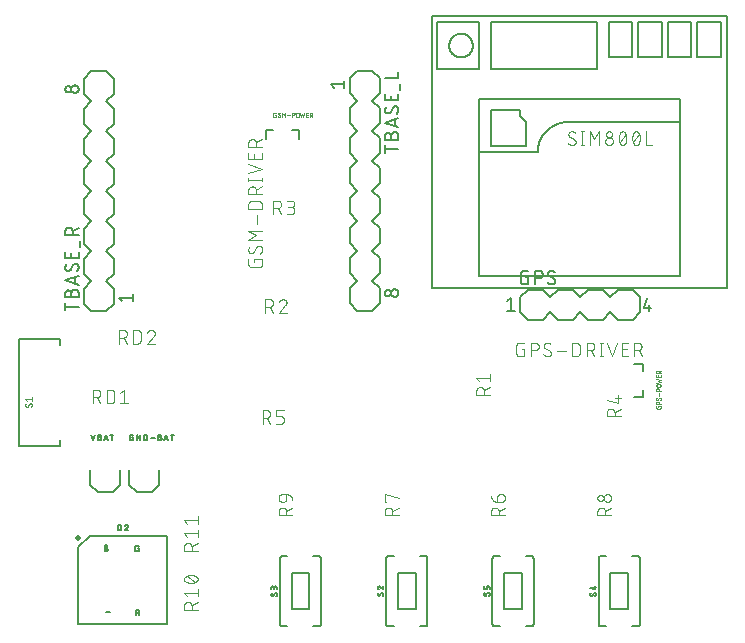
<source format=gbr>
G04 EAGLE Gerber RS-274X export*
G75*
%MOMM*%
%FSLAX34Y34*%
%LPD*%
%INSilkscreen Top*%
%IPPOS*%
%AMOC8*
5,1,8,0,0,1.08239X$1,22.5*%
G01*
%ADD10C,0.203200*%
%ADD11C,0.127000*%
%ADD12C,0.152400*%
%ADD13C,0.101600*%
%ADD14C,0.025400*%
%ADD15C,0.050800*%
%ADD16C,0.508000*%


D10*
X415200Y122750D02*
X415200Y110050D01*
X421550Y103700D01*
X434250Y103700D01*
X440600Y110050D01*
X440600Y122750D01*
D11*
X418516Y150196D02*
X417712Y150196D01*
X418516Y150196D02*
X418516Y147515D01*
X416907Y147515D01*
X416842Y147517D01*
X416778Y147523D01*
X416714Y147533D01*
X416650Y147546D01*
X416588Y147564D01*
X416527Y147585D01*
X416467Y147609D01*
X416409Y147638D01*
X416352Y147670D01*
X416298Y147705D01*
X416246Y147743D01*
X416196Y147785D01*
X416149Y147829D01*
X416105Y147876D01*
X416063Y147926D01*
X416025Y147978D01*
X415990Y148032D01*
X415958Y148089D01*
X415929Y148147D01*
X415905Y148207D01*
X415884Y148268D01*
X415866Y148330D01*
X415853Y148394D01*
X415843Y148458D01*
X415837Y148522D01*
X415835Y148587D01*
X415835Y151269D01*
X415837Y151334D01*
X415843Y151398D01*
X415853Y151462D01*
X415866Y151526D01*
X415884Y151588D01*
X415905Y151649D01*
X415929Y151709D01*
X415958Y151767D01*
X415990Y151824D01*
X416025Y151878D01*
X416063Y151930D01*
X416105Y151980D01*
X416149Y152027D01*
X416196Y152071D01*
X416246Y152113D01*
X416298Y152151D01*
X416352Y152186D01*
X416409Y152218D01*
X416467Y152247D01*
X416527Y152271D01*
X416588Y152292D01*
X416650Y152310D01*
X416714Y152323D01*
X416778Y152333D01*
X416842Y152339D01*
X416907Y152341D01*
X418516Y152341D01*
X421687Y152341D02*
X421687Y147515D01*
X424368Y147515D02*
X421687Y152341D01*
X424368Y152341D02*
X424368Y147515D01*
X427539Y147515D02*
X427539Y152341D01*
X428880Y152341D01*
X428950Y152339D01*
X429020Y152334D01*
X429090Y152324D01*
X429159Y152312D01*
X429227Y152295D01*
X429294Y152275D01*
X429361Y152252D01*
X429425Y152225D01*
X429489Y152195D01*
X429551Y152161D01*
X429610Y152125D01*
X429668Y152085D01*
X429724Y152042D01*
X429777Y151997D01*
X429828Y151948D01*
X429877Y151897D01*
X429922Y151844D01*
X429965Y151788D01*
X430005Y151730D01*
X430041Y151671D01*
X430075Y151609D01*
X430105Y151545D01*
X430132Y151481D01*
X430155Y151414D01*
X430175Y151347D01*
X430192Y151279D01*
X430204Y151210D01*
X430214Y151140D01*
X430219Y151070D01*
X430221Y151000D01*
X430220Y151000D02*
X430220Y148856D01*
X430221Y148856D02*
X430219Y148786D01*
X430214Y148716D01*
X430204Y148646D01*
X430192Y148577D01*
X430175Y148509D01*
X430155Y148442D01*
X430132Y148375D01*
X430105Y148311D01*
X430075Y148247D01*
X430041Y148185D01*
X430005Y148126D01*
X429965Y148068D01*
X429922Y148012D01*
X429877Y147959D01*
X429828Y147908D01*
X429777Y147859D01*
X429724Y147814D01*
X429668Y147771D01*
X429610Y147731D01*
X429550Y147695D01*
X429489Y147661D01*
X429425Y147631D01*
X429361Y147604D01*
X429294Y147581D01*
X429227Y147561D01*
X429159Y147544D01*
X429090Y147532D01*
X429020Y147522D01*
X428950Y147517D01*
X428880Y147515D01*
X427539Y147515D01*
X433306Y149392D02*
X436524Y149392D01*
X439756Y150196D02*
X441096Y150196D01*
X441096Y150197D02*
X441167Y150195D01*
X441239Y150189D01*
X441309Y150180D01*
X441379Y150167D01*
X441449Y150150D01*
X441517Y150129D01*
X441584Y150105D01*
X441650Y150077D01*
X441714Y150046D01*
X441777Y150011D01*
X441837Y149973D01*
X441896Y149932D01*
X441952Y149888D01*
X442006Y149841D01*
X442057Y149792D01*
X442105Y149739D01*
X442151Y149684D01*
X442193Y149627D01*
X442233Y149567D01*
X442269Y149506D01*
X442302Y149442D01*
X442331Y149377D01*
X442357Y149311D01*
X442380Y149243D01*
X442399Y149174D01*
X442414Y149104D01*
X442425Y149034D01*
X442433Y148963D01*
X442437Y148892D01*
X442437Y148820D01*
X442433Y148749D01*
X442425Y148678D01*
X442414Y148608D01*
X442399Y148538D01*
X442380Y148469D01*
X442357Y148401D01*
X442331Y148335D01*
X442302Y148270D01*
X442269Y148206D01*
X442233Y148145D01*
X442193Y148085D01*
X442151Y148028D01*
X442105Y147973D01*
X442057Y147920D01*
X442006Y147871D01*
X441952Y147824D01*
X441896Y147780D01*
X441837Y147739D01*
X441777Y147701D01*
X441714Y147666D01*
X441650Y147635D01*
X441584Y147607D01*
X441517Y147583D01*
X441449Y147562D01*
X441379Y147545D01*
X441309Y147532D01*
X441239Y147523D01*
X441167Y147517D01*
X441096Y147515D01*
X439756Y147515D01*
X439756Y152341D01*
X441096Y152341D01*
X441161Y152339D01*
X441225Y152333D01*
X441289Y152323D01*
X441353Y152310D01*
X441415Y152292D01*
X441476Y152271D01*
X441536Y152247D01*
X441594Y152218D01*
X441651Y152186D01*
X441705Y152151D01*
X441757Y152113D01*
X441807Y152071D01*
X441854Y152027D01*
X441898Y151980D01*
X441940Y151930D01*
X441978Y151878D01*
X442013Y151824D01*
X442045Y151767D01*
X442074Y151709D01*
X442098Y151649D01*
X442119Y151588D01*
X442137Y151526D01*
X442150Y151462D01*
X442160Y151398D01*
X442166Y151334D01*
X442168Y151269D01*
X442166Y151204D01*
X442160Y151140D01*
X442150Y151076D01*
X442137Y151012D01*
X442119Y150950D01*
X442098Y150889D01*
X442074Y150829D01*
X442045Y150771D01*
X442013Y150714D01*
X441978Y150660D01*
X441940Y150608D01*
X441898Y150558D01*
X441854Y150511D01*
X441807Y150467D01*
X441757Y150425D01*
X441705Y150387D01*
X441651Y150352D01*
X441594Y150320D01*
X441536Y150291D01*
X441476Y150267D01*
X441415Y150246D01*
X441353Y150228D01*
X441289Y150215D01*
X441225Y150205D01*
X441161Y150199D01*
X441096Y150197D01*
X444645Y147515D02*
X446253Y152341D01*
X447862Y147515D01*
X447460Y148722D02*
X445047Y148722D01*
X451374Y147515D02*
X451374Y152341D01*
X450033Y152341D02*
X452715Y152341D01*
D12*
X752350Y275300D02*
X765050Y275300D01*
X771400Y268950D01*
X771400Y256250D02*
X765050Y249900D01*
X771400Y268950D02*
X777750Y275300D01*
X790450Y275300D01*
X796800Y268950D01*
X796800Y256250D02*
X790450Y249900D01*
X777750Y249900D01*
X771400Y256250D01*
X746000Y256250D02*
X746000Y268950D01*
X752350Y275300D01*
X746000Y256250D02*
X752350Y249900D01*
X765050Y249900D01*
X796800Y268950D02*
X803150Y275300D01*
X815850Y275300D01*
X822200Y268950D01*
X822200Y256250D02*
X815850Y249900D01*
X803150Y249900D01*
X796800Y256250D01*
X828550Y275300D02*
X841250Y275300D01*
X847600Y268950D01*
X847600Y256250D01*
X841250Y249900D01*
X822200Y268950D02*
X828550Y275300D01*
X822200Y256250D02*
X828550Y249900D01*
X841250Y249900D01*
D11*
X738380Y268315D02*
X735205Y265775D01*
X738380Y268315D02*
X738380Y256885D01*
X735205Y256885D02*
X741555Y256885D01*
X850775Y259425D02*
X853315Y268315D01*
X850775Y259425D02*
X857125Y259425D01*
X855220Y261965D02*
X855220Y256885D01*
X752985Y286095D02*
X751080Y286095D01*
X752985Y286095D02*
X752985Y279745D01*
X749175Y279745D01*
X749075Y279747D01*
X748976Y279753D01*
X748876Y279763D01*
X748778Y279776D01*
X748679Y279794D01*
X748582Y279815D01*
X748486Y279840D01*
X748390Y279869D01*
X748296Y279902D01*
X748203Y279938D01*
X748112Y279978D01*
X748022Y280022D01*
X747934Y280069D01*
X747848Y280119D01*
X747764Y280173D01*
X747682Y280230D01*
X747603Y280290D01*
X747525Y280354D01*
X747451Y280420D01*
X747379Y280489D01*
X747310Y280561D01*
X747244Y280635D01*
X747180Y280713D01*
X747120Y280792D01*
X747063Y280874D01*
X747009Y280958D01*
X746959Y281044D01*
X746912Y281132D01*
X746868Y281222D01*
X746828Y281313D01*
X746792Y281406D01*
X746759Y281500D01*
X746730Y281596D01*
X746705Y281692D01*
X746684Y281789D01*
X746666Y281888D01*
X746653Y281986D01*
X746643Y282086D01*
X746637Y282185D01*
X746635Y282285D01*
X746635Y288635D01*
X746637Y288735D01*
X746643Y288834D01*
X746653Y288934D01*
X746666Y289032D01*
X746684Y289131D01*
X746705Y289228D01*
X746730Y289324D01*
X746759Y289420D01*
X746792Y289514D01*
X746828Y289607D01*
X746868Y289698D01*
X746912Y289788D01*
X746959Y289876D01*
X747009Y289962D01*
X747063Y290046D01*
X747120Y290128D01*
X747180Y290207D01*
X747244Y290285D01*
X747310Y290359D01*
X747379Y290431D01*
X747451Y290500D01*
X747525Y290566D01*
X747603Y290630D01*
X747682Y290690D01*
X747764Y290747D01*
X747848Y290801D01*
X747934Y290851D01*
X748022Y290898D01*
X748112Y290942D01*
X748203Y290982D01*
X748296Y291018D01*
X748390Y291051D01*
X748486Y291080D01*
X748582Y291105D01*
X748679Y291126D01*
X748778Y291144D01*
X748876Y291157D01*
X748976Y291167D01*
X749075Y291173D01*
X749175Y291175D01*
X752985Y291175D01*
X759018Y291175D02*
X759018Y279745D01*
X759018Y291175D02*
X762193Y291175D01*
X762304Y291173D01*
X762414Y291167D01*
X762525Y291158D01*
X762635Y291144D01*
X762744Y291127D01*
X762853Y291106D01*
X762961Y291081D01*
X763068Y291052D01*
X763174Y291020D01*
X763279Y290984D01*
X763382Y290944D01*
X763484Y290901D01*
X763585Y290854D01*
X763684Y290803D01*
X763781Y290750D01*
X763875Y290693D01*
X763968Y290632D01*
X764059Y290569D01*
X764148Y290502D01*
X764234Y290432D01*
X764317Y290359D01*
X764399Y290284D01*
X764477Y290206D01*
X764552Y290124D01*
X764625Y290041D01*
X764695Y289955D01*
X764762Y289866D01*
X764825Y289775D01*
X764886Y289682D01*
X764943Y289587D01*
X764996Y289491D01*
X765047Y289392D01*
X765094Y289291D01*
X765137Y289189D01*
X765177Y289086D01*
X765213Y288981D01*
X765245Y288875D01*
X765274Y288768D01*
X765299Y288660D01*
X765320Y288551D01*
X765337Y288442D01*
X765351Y288332D01*
X765360Y288221D01*
X765366Y288111D01*
X765368Y288000D01*
X765366Y287889D01*
X765360Y287779D01*
X765351Y287668D01*
X765337Y287558D01*
X765320Y287449D01*
X765299Y287340D01*
X765274Y287232D01*
X765245Y287125D01*
X765213Y287019D01*
X765177Y286914D01*
X765137Y286811D01*
X765094Y286709D01*
X765047Y286608D01*
X764996Y286509D01*
X764943Y286412D01*
X764886Y286318D01*
X764825Y286225D01*
X764762Y286134D01*
X764695Y286045D01*
X764625Y285959D01*
X764552Y285876D01*
X764477Y285794D01*
X764399Y285716D01*
X764317Y285641D01*
X764234Y285568D01*
X764148Y285498D01*
X764059Y285431D01*
X763968Y285368D01*
X763875Y285307D01*
X763781Y285250D01*
X763684Y285197D01*
X763585Y285146D01*
X763484Y285099D01*
X763382Y285056D01*
X763279Y285016D01*
X763174Y284980D01*
X763068Y284948D01*
X762961Y284919D01*
X762853Y284894D01*
X762744Y284873D01*
X762635Y284856D01*
X762525Y284842D01*
X762414Y284833D01*
X762304Y284827D01*
X762193Y284825D01*
X759018Y284825D01*
X773305Y279745D02*
X773405Y279747D01*
X773504Y279753D01*
X773604Y279763D01*
X773702Y279776D01*
X773801Y279794D01*
X773898Y279815D01*
X773994Y279840D01*
X774090Y279869D01*
X774184Y279902D01*
X774277Y279938D01*
X774368Y279978D01*
X774458Y280022D01*
X774546Y280069D01*
X774632Y280119D01*
X774716Y280173D01*
X774798Y280230D01*
X774877Y280290D01*
X774955Y280354D01*
X775029Y280420D01*
X775101Y280489D01*
X775170Y280561D01*
X775236Y280635D01*
X775300Y280713D01*
X775360Y280792D01*
X775417Y280874D01*
X775471Y280958D01*
X775521Y281044D01*
X775568Y281132D01*
X775612Y281222D01*
X775652Y281313D01*
X775688Y281406D01*
X775721Y281500D01*
X775750Y281596D01*
X775775Y281692D01*
X775796Y281789D01*
X775814Y281888D01*
X775827Y281986D01*
X775837Y282086D01*
X775843Y282185D01*
X775845Y282285D01*
X773305Y279745D02*
X773164Y279747D01*
X773023Y279752D01*
X772882Y279762D01*
X772741Y279775D01*
X772601Y279791D01*
X772461Y279812D01*
X772322Y279836D01*
X772183Y279864D01*
X772046Y279895D01*
X771909Y279930D01*
X771773Y279968D01*
X771638Y280010D01*
X771505Y280056D01*
X771372Y280105D01*
X771241Y280158D01*
X771112Y280214D01*
X770983Y280273D01*
X770857Y280336D01*
X770732Y280402D01*
X770609Y280471D01*
X770488Y280544D01*
X770369Y280620D01*
X770251Y280699D01*
X770136Y280780D01*
X770024Y280865D01*
X769913Y280953D01*
X769805Y281044D01*
X769699Y281137D01*
X769596Y281234D01*
X769495Y281333D01*
X769813Y288635D02*
X769815Y288735D01*
X769821Y288834D01*
X769831Y288934D01*
X769844Y289032D01*
X769862Y289131D01*
X769883Y289228D01*
X769908Y289324D01*
X769937Y289420D01*
X769970Y289514D01*
X770006Y289607D01*
X770046Y289698D01*
X770090Y289788D01*
X770137Y289876D01*
X770187Y289962D01*
X770241Y290046D01*
X770298Y290128D01*
X770358Y290207D01*
X770422Y290285D01*
X770488Y290359D01*
X770557Y290431D01*
X770629Y290500D01*
X770703Y290566D01*
X770781Y290630D01*
X770860Y290690D01*
X770942Y290747D01*
X771026Y290801D01*
X771112Y290851D01*
X771200Y290898D01*
X771290Y290942D01*
X771381Y290982D01*
X771474Y291018D01*
X771568Y291051D01*
X771664Y291080D01*
X771760Y291105D01*
X771857Y291126D01*
X771956Y291144D01*
X772054Y291157D01*
X772154Y291167D01*
X772253Y291173D01*
X772353Y291175D01*
X772353Y291176D02*
X772486Y291174D01*
X772619Y291169D01*
X772752Y291159D01*
X772885Y291146D01*
X773017Y291129D01*
X773149Y291109D01*
X773280Y291085D01*
X773410Y291057D01*
X773540Y291026D01*
X773668Y290991D01*
X773796Y290952D01*
X773922Y290910D01*
X774047Y290864D01*
X774171Y290815D01*
X774294Y290763D01*
X774415Y290707D01*
X774534Y290647D01*
X774652Y290585D01*
X774767Y290519D01*
X774881Y290450D01*
X774993Y290377D01*
X775103Y290302D01*
X775211Y290223D01*
X771082Y286412D02*
X770998Y286464D01*
X770915Y286519D01*
X770835Y286578D01*
X770757Y286639D01*
X770682Y286703D01*
X770609Y286771D01*
X770538Y286841D01*
X770471Y286913D01*
X770406Y286988D01*
X770344Y287066D01*
X770285Y287146D01*
X770229Y287228D01*
X770177Y287312D01*
X770128Y287398D01*
X770082Y287486D01*
X770039Y287576D01*
X770000Y287667D01*
X769965Y287760D01*
X769933Y287854D01*
X769905Y287949D01*
X769880Y288045D01*
X769860Y288142D01*
X769842Y288240D01*
X769829Y288338D01*
X769820Y288437D01*
X769814Y288536D01*
X769812Y288635D01*
X774575Y284508D02*
X774659Y284456D01*
X774742Y284401D01*
X774822Y284342D01*
X774900Y284281D01*
X774975Y284217D01*
X775048Y284149D01*
X775119Y284079D01*
X775186Y284007D01*
X775251Y283932D01*
X775313Y283854D01*
X775372Y283774D01*
X775428Y283692D01*
X775480Y283608D01*
X775529Y283522D01*
X775575Y283434D01*
X775618Y283344D01*
X775657Y283253D01*
X775692Y283160D01*
X775724Y283066D01*
X775752Y282971D01*
X775777Y282875D01*
X775797Y282778D01*
X775815Y282680D01*
X775828Y282582D01*
X775837Y282483D01*
X775843Y282384D01*
X775845Y282285D01*
X774575Y284508D02*
X771083Y286413D01*
D13*
X749349Y225149D02*
X747402Y225149D01*
X749349Y225149D02*
X749349Y218658D01*
X745454Y218658D01*
X745355Y218660D01*
X745255Y218666D01*
X745156Y218675D01*
X745058Y218688D01*
X744960Y218705D01*
X744862Y218726D01*
X744766Y218751D01*
X744671Y218779D01*
X744577Y218811D01*
X744484Y218846D01*
X744392Y218885D01*
X744302Y218928D01*
X744214Y218973D01*
X744127Y219023D01*
X744043Y219075D01*
X743960Y219131D01*
X743880Y219189D01*
X743802Y219251D01*
X743727Y219316D01*
X743654Y219384D01*
X743584Y219454D01*
X743516Y219527D01*
X743451Y219602D01*
X743389Y219680D01*
X743331Y219760D01*
X743275Y219843D01*
X743223Y219927D01*
X743173Y220014D01*
X743128Y220102D01*
X743085Y220192D01*
X743046Y220284D01*
X743011Y220377D01*
X742979Y220471D01*
X742951Y220566D01*
X742926Y220662D01*
X742905Y220760D01*
X742888Y220858D01*
X742875Y220956D01*
X742866Y221055D01*
X742860Y221155D01*
X742858Y221254D01*
X742858Y227746D01*
X742860Y227845D01*
X742866Y227945D01*
X742875Y228044D01*
X742888Y228142D01*
X742905Y228240D01*
X742926Y228338D01*
X742951Y228434D01*
X742979Y228529D01*
X743011Y228623D01*
X743046Y228716D01*
X743085Y228808D01*
X743128Y228898D01*
X743173Y228986D01*
X743223Y229073D01*
X743275Y229157D01*
X743331Y229240D01*
X743389Y229320D01*
X743451Y229398D01*
X743516Y229473D01*
X743584Y229546D01*
X743654Y229616D01*
X743727Y229684D01*
X743802Y229749D01*
X743880Y229811D01*
X743960Y229869D01*
X744043Y229925D01*
X744127Y229977D01*
X744214Y230027D01*
X744302Y230072D01*
X744392Y230115D01*
X744484Y230154D01*
X744576Y230189D01*
X744671Y230221D01*
X744766Y230249D01*
X744862Y230274D01*
X744960Y230295D01*
X745058Y230312D01*
X745156Y230325D01*
X745255Y230334D01*
X745355Y230340D01*
X745454Y230342D01*
X749349Y230342D01*
X755219Y230342D02*
X755219Y218658D01*
X755219Y230342D02*
X758465Y230342D01*
X758578Y230340D01*
X758691Y230334D01*
X758804Y230324D01*
X758917Y230310D01*
X759029Y230293D01*
X759140Y230271D01*
X759250Y230246D01*
X759360Y230216D01*
X759468Y230183D01*
X759575Y230146D01*
X759681Y230106D01*
X759785Y230061D01*
X759888Y230013D01*
X759989Y229962D01*
X760088Y229907D01*
X760185Y229849D01*
X760280Y229787D01*
X760373Y229722D01*
X760463Y229654D01*
X760551Y229583D01*
X760637Y229508D01*
X760720Y229431D01*
X760800Y229351D01*
X760877Y229268D01*
X760952Y229182D01*
X761023Y229094D01*
X761091Y229004D01*
X761156Y228911D01*
X761218Y228816D01*
X761276Y228719D01*
X761331Y228620D01*
X761382Y228519D01*
X761430Y228416D01*
X761475Y228312D01*
X761515Y228206D01*
X761552Y228099D01*
X761585Y227991D01*
X761615Y227881D01*
X761640Y227771D01*
X761662Y227660D01*
X761679Y227548D01*
X761693Y227435D01*
X761703Y227322D01*
X761709Y227209D01*
X761711Y227096D01*
X761709Y226983D01*
X761703Y226870D01*
X761693Y226757D01*
X761679Y226644D01*
X761662Y226532D01*
X761640Y226421D01*
X761615Y226311D01*
X761585Y226201D01*
X761552Y226093D01*
X761515Y225986D01*
X761475Y225880D01*
X761430Y225776D01*
X761382Y225673D01*
X761331Y225572D01*
X761276Y225473D01*
X761218Y225376D01*
X761156Y225281D01*
X761091Y225188D01*
X761023Y225098D01*
X760952Y225010D01*
X760877Y224924D01*
X760800Y224841D01*
X760720Y224761D01*
X760637Y224684D01*
X760551Y224609D01*
X760463Y224538D01*
X760373Y224470D01*
X760280Y224405D01*
X760185Y224343D01*
X760088Y224285D01*
X759989Y224230D01*
X759888Y224179D01*
X759785Y224131D01*
X759681Y224086D01*
X759575Y224046D01*
X759468Y224009D01*
X759360Y223976D01*
X759250Y223946D01*
X759140Y223921D01*
X759029Y223899D01*
X758917Y223882D01*
X758804Y223868D01*
X758691Y223858D01*
X758578Y223852D01*
X758465Y223850D01*
X758465Y223851D02*
X755219Y223851D01*
X769613Y218658D02*
X769712Y218660D01*
X769812Y218666D01*
X769911Y218675D01*
X770009Y218688D01*
X770107Y218705D01*
X770205Y218726D01*
X770301Y218751D01*
X770396Y218779D01*
X770490Y218811D01*
X770583Y218846D01*
X770675Y218885D01*
X770765Y218928D01*
X770853Y218973D01*
X770940Y219023D01*
X771024Y219075D01*
X771107Y219131D01*
X771187Y219189D01*
X771265Y219251D01*
X771340Y219316D01*
X771413Y219384D01*
X771483Y219454D01*
X771551Y219527D01*
X771616Y219602D01*
X771678Y219680D01*
X771736Y219760D01*
X771792Y219843D01*
X771844Y219927D01*
X771894Y220014D01*
X771939Y220102D01*
X771982Y220192D01*
X772021Y220284D01*
X772056Y220377D01*
X772088Y220471D01*
X772116Y220566D01*
X772141Y220662D01*
X772162Y220760D01*
X772179Y220858D01*
X772192Y220956D01*
X772201Y221055D01*
X772207Y221155D01*
X772209Y221254D01*
X769613Y218658D02*
X769469Y218660D01*
X769324Y218666D01*
X769180Y218675D01*
X769037Y218688D01*
X768893Y218705D01*
X768750Y218726D01*
X768608Y218751D01*
X768467Y218779D01*
X768326Y218811D01*
X768186Y218847D01*
X768047Y218886D01*
X767909Y218929D01*
X767773Y218976D01*
X767637Y219026D01*
X767503Y219080D01*
X767371Y219137D01*
X767240Y219198D01*
X767111Y219262D01*
X766983Y219330D01*
X766857Y219400D01*
X766733Y219475D01*
X766612Y219552D01*
X766492Y219633D01*
X766374Y219716D01*
X766259Y219803D01*
X766146Y219893D01*
X766035Y219986D01*
X765927Y220081D01*
X765821Y220180D01*
X765718Y220281D01*
X766043Y227746D02*
X766045Y227845D01*
X766051Y227945D01*
X766060Y228044D01*
X766073Y228142D01*
X766090Y228240D01*
X766111Y228338D01*
X766136Y228434D01*
X766164Y228529D01*
X766196Y228623D01*
X766231Y228716D01*
X766270Y228808D01*
X766313Y228898D01*
X766358Y228986D01*
X766408Y229073D01*
X766460Y229157D01*
X766516Y229240D01*
X766574Y229320D01*
X766636Y229398D01*
X766701Y229473D01*
X766769Y229546D01*
X766839Y229616D01*
X766912Y229684D01*
X766987Y229749D01*
X767065Y229811D01*
X767145Y229869D01*
X767228Y229925D01*
X767312Y229977D01*
X767399Y230027D01*
X767487Y230072D01*
X767577Y230115D01*
X767669Y230154D01*
X767762Y230189D01*
X767856Y230221D01*
X767951Y230249D01*
X768048Y230274D01*
X768145Y230295D01*
X768243Y230312D01*
X768341Y230325D01*
X768440Y230334D01*
X768540Y230340D01*
X768639Y230342D01*
X768775Y230340D01*
X768911Y230334D01*
X769047Y230325D01*
X769183Y230312D01*
X769318Y230294D01*
X769452Y230274D01*
X769586Y230249D01*
X769720Y230221D01*
X769852Y230188D01*
X769983Y230153D01*
X770114Y230113D01*
X770243Y230070D01*
X770371Y230024D01*
X770497Y229973D01*
X770623Y229920D01*
X770746Y229862D01*
X770868Y229802D01*
X770988Y229738D01*
X771107Y229670D01*
X771223Y229600D01*
X771337Y229526D01*
X771450Y229449D01*
X771560Y229368D01*
X767340Y225474D02*
X767254Y225527D01*
X767170Y225584D01*
X767088Y225643D01*
X767008Y225706D01*
X766931Y225772D01*
X766856Y225840D01*
X766784Y225912D01*
X766715Y225986D01*
X766649Y226063D01*
X766586Y226142D01*
X766526Y226224D01*
X766469Y226308D01*
X766415Y226394D01*
X766365Y226482D01*
X766318Y226572D01*
X766274Y226663D01*
X766235Y226757D01*
X766198Y226851D01*
X766166Y226947D01*
X766137Y227045D01*
X766112Y227143D01*
X766091Y227242D01*
X766073Y227342D01*
X766060Y227442D01*
X766050Y227543D01*
X766044Y227645D01*
X766042Y227746D01*
X770911Y223526D02*
X770997Y223473D01*
X771081Y223416D01*
X771163Y223357D01*
X771243Y223294D01*
X771320Y223228D01*
X771395Y223160D01*
X771467Y223088D01*
X771536Y223014D01*
X771602Y222937D01*
X771665Y222858D01*
X771725Y222776D01*
X771782Y222692D01*
X771836Y222606D01*
X771886Y222518D01*
X771933Y222428D01*
X771977Y222337D01*
X772016Y222243D01*
X772053Y222149D01*
X772085Y222053D01*
X772114Y221955D01*
X772139Y221857D01*
X772160Y221758D01*
X772178Y221658D01*
X772191Y221558D01*
X772201Y221457D01*
X772207Y221355D01*
X772209Y221254D01*
X770911Y223526D02*
X767341Y225474D01*
X776880Y223202D02*
X784669Y223202D01*
X790102Y218658D02*
X790102Y230342D01*
X793347Y230342D01*
X793460Y230340D01*
X793573Y230334D01*
X793686Y230324D01*
X793799Y230310D01*
X793911Y230293D01*
X794022Y230271D01*
X794132Y230246D01*
X794242Y230216D01*
X794350Y230183D01*
X794457Y230146D01*
X794563Y230106D01*
X794667Y230061D01*
X794770Y230013D01*
X794871Y229962D01*
X794970Y229907D01*
X795067Y229849D01*
X795162Y229787D01*
X795255Y229722D01*
X795345Y229654D01*
X795433Y229583D01*
X795519Y229508D01*
X795602Y229431D01*
X795682Y229351D01*
X795759Y229268D01*
X795834Y229182D01*
X795905Y229094D01*
X795973Y229004D01*
X796038Y228911D01*
X796100Y228816D01*
X796158Y228719D01*
X796213Y228620D01*
X796264Y228519D01*
X796312Y228416D01*
X796357Y228312D01*
X796397Y228206D01*
X796434Y228099D01*
X796467Y227991D01*
X796497Y227881D01*
X796522Y227771D01*
X796544Y227660D01*
X796561Y227548D01*
X796575Y227435D01*
X796585Y227322D01*
X796591Y227209D01*
X796593Y227096D01*
X796593Y221904D01*
X796591Y221791D01*
X796585Y221678D01*
X796575Y221565D01*
X796561Y221452D01*
X796544Y221340D01*
X796522Y221229D01*
X796497Y221119D01*
X796467Y221009D01*
X796434Y220901D01*
X796397Y220794D01*
X796357Y220688D01*
X796312Y220584D01*
X796264Y220481D01*
X796213Y220380D01*
X796158Y220281D01*
X796100Y220184D01*
X796038Y220089D01*
X795973Y219996D01*
X795905Y219906D01*
X795834Y219818D01*
X795759Y219732D01*
X795682Y219649D01*
X795602Y219569D01*
X795519Y219492D01*
X795433Y219417D01*
X795345Y219346D01*
X795255Y219278D01*
X795162Y219213D01*
X795067Y219151D01*
X794970Y219093D01*
X794871Y219038D01*
X794770Y218987D01*
X794667Y218939D01*
X794563Y218894D01*
X794457Y218854D01*
X794350Y218817D01*
X794242Y218784D01*
X794132Y218754D01*
X794022Y218729D01*
X793911Y218707D01*
X793799Y218690D01*
X793686Y218676D01*
X793573Y218666D01*
X793460Y218660D01*
X793347Y218658D01*
X790102Y218658D01*
X802368Y218658D02*
X802368Y230342D01*
X805613Y230342D01*
X805726Y230340D01*
X805839Y230334D01*
X805952Y230324D01*
X806065Y230310D01*
X806177Y230293D01*
X806288Y230271D01*
X806398Y230246D01*
X806508Y230216D01*
X806616Y230183D01*
X806723Y230146D01*
X806829Y230106D01*
X806933Y230061D01*
X807036Y230013D01*
X807137Y229962D01*
X807236Y229907D01*
X807333Y229849D01*
X807428Y229787D01*
X807521Y229722D01*
X807611Y229654D01*
X807699Y229583D01*
X807785Y229508D01*
X807868Y229431D01*
X807948Y229351D01*
X808025Y229268D01*
X808100Y229182D01*
X808171Y229094D01*
X808239Y229004D01*
X808304Y228911D01*
X808366Y228816D01*
X808424Y228719D01*
X808479Y228620D01*
X808530Y228519D01*
X808578Y228416D01*
X808623Y228312D01*
X808663Y228206D01*
X808700Y228099D01*
X808733Y227991D01*
X808763Y227881D01*
X808788Y227771D01*
X808810Y227660D01*
X808827Y227548D01*
X808841Y227435D01*
X808851Y227322D01*
X808857Y227209D01*
X808859Y227096D01*
X808857Y226983D01*
X808851Y226870D01*
X808841Y226757D01*
X808827Y226644D01*
X808810Y226532D01*
X808788Y226421D01*
X808763Y226311D01*
X808733Y226201D01*
X808700Y226093D01*
X808663Y225986D01*
X808623Y225880D01*
X808578Y225776D01*
X808530Y225673D01*
X808479Y225572D01*
X808424Y225473D01*
X808366Y225376D01*
X808304Y225281D01*
X808239Y225188D01*
X808171Y225098D01*
X808100Y225010D01*
X808025Y224924D01*
X807948Y224841D01*
X807868Y224761D01*
X807785Y224684D01*
X807699Y224609D01*
X807611Y224538D01*
X807521Y224470D01*
X807428Y224405D01*
X807333Y224343D01*
X807236Y224285D01*
X807137Y224230D01*
X807036Y224179D01*
X806933Y224131D01*
X806829Y224086D01*
X806723Y224046D01*
X806616Y224009D01*
X806508Y223976D01*
X806398Y223946D01*
X806288Y223921D01*
X806177Y223899D01*
X806065Y223882D01*
X805952Y223868D01*
X805839Y223858D01*
X805726Y223852D01*
X805613Y223850D01*
X805613Y223851D02*
X802368Y223851D01*
X806262Y223851D02*
X808859Y218658D01*
X814683Y218658D02*
X814683Y230342D01*
X813385Y218658D02*
X815982Y218658D01*
X815982Y230342D02*
X813385Y230342D01*
X819933Y230342D02*
X823827Y218658D01*
X827722Y230342D01*
X832415Y218658D02*
X837608Y218658D01*
X832415Y218658D02*
X832415Y230342D01*
X837608Y230342D01*
X836310Y225149D02*
X832415Y225149D01*
X842372Y230342D02*
X842372Y218658D01*
X842372Y230342D02*
X845618Y230342D01*
X845731Y230340D01*
X845844Y230334D01*
X845957Y230324D01*
X846070Y230310D01*
X846182Y230293D01*
X846293Y230271D01*
X846403Y230246D01*
X846513Y230216D01*
X846621Y230183D01*
X846728Y230146D01*
X846834Y230106D01*
X846938Y230061D01*
X847041Y230013D01*
X847142Y229962D01*
X847241Y229907D01*
X847338Y229849D01*
X847433Y229787D01*
X847526Y229722D01*
X847616Y229654D01*
X847704Y229583D01*
X847790Y229508D01*
X847873Y229431D01*
X847953Y229351D01*
X848030Y229268D01*
X848105Y229182D01*
X848176Y229094D01*
X848244Y229004D01*
X848309Y228911D01*
X848371Y228816D01*
X848429Y228719D01*
X848484Y228620D01*
X848535Y228519D01*
X848583Y228416D01*
X848628Y228312D01*
X848668Y228206D01*
X848705Y228099D01*
X848738Y227991D01*
X848768Y227881D01*
X848793Y227771D01*
X848815Y227660D01*
X848832Y227548D01*
X848846Y227435D01*
X848856Y227322D01*
X848862Y227209D01*
X848864Y227096D01*
X848862Y226983D01*
X848856Y226870D01*
X848846Y226757D01*
X848832Y226644D01*
X848815Y226532D01*
X848793Y226421D01*
X848768Y226311D01*
X848738Y226201D01*
X848705Y226093D01*
X848668Y225986D01*
X848628Y225880D01*
X848583Y225776D01*
X848535Y225673D01*
X848484Y225572D01*
X848429Y225473D01*
X848371Y225376D01*
X848309Y225281D01*
X848244Y225188D01*
X848176Y225098D01*
X848105Y225010D01*
X848030Y224924D01*
X847953Y224841D01*
X847873Y224761D01*
X847790Y224684D01*
X847704Y224609D01*
X847616Y224538D01*
X847526Y224470D01*
X847433Y224405D01*
X847338Y224343D01*
X847241Y224285D01*
X847142Y224230D01*
X847041Y224179D01*
X846938Y224131D01*
X846834Y224086D01*
X846728Y224046D01*
X846621Y224009D01*
X846513Y223976D01*
X846403Y223946D01*
X846293Y223921D01*
X846182Y223899D01*
X846070Y223882D01*
X845957Y223868D01*
X845844Y223858D01*
X845731Y223852D01*
X845618Y223850D01*
X845618Y223851D02*
X842372Y223851D01*
X846267Y223851D02*
X848864Y218658D01*
D10*
X850400Y212600D02*
X850400Y206600D01*
X850400Y212600D02*
X842400Y212600D01*
X850400Y190600D02*
X850400Y184600D01*
X842400Y184600D01*
D14*
X863000Y176471D02*
X863000Y175836D01*
X863000Y176471D02*
X865117Y176471D01*
X865117Y175201D01*
X865115Y175143D01*
X865109Y175086D01*
X865099Y175029D01*
X865086Y174972D01*
X865068Y174917D01*
X865047Y174864D01*
X865022Y174811D01*
X864994Y174761D01*
X864962Y174713D01*
X864927Y174666D01*
X864889Y174623D01*
X864848Y174582D01*
X864805Y174544D01*
X864758Y174509D01*
X864710Y174477D01*
X864660Y174449D01*
X864607Y174424D01*
X864554Y174403D01*
X864499Y174385D01*
X864442Y174372D01*
X864385Y174362D01*
X864328Y174356D01*
X864270Y174354D01*
X862154Y174354D01*
X862096Y174356D01*
X862039Y174362D01*
X861982Y174372D01*
X861925Y174385D01*
X861870Y174403D01*
X861817Y174424D01*
X861764Y174449D01*
X861714Y174477D01*
X861666Y174509D01*
X861619Y174544D01*
X861576Y174582D01*
X861535Y174623D01*
X861497Y174666D01*
X861462Y174713D01*
X861430Y174761D01*
X861402Y174811D01*
X861377Y174864D01*
X861356Y174917D01*
X861338Y174972D01*
X861325Y175029D01*
X861315Y175086D01*
X861309Y175143D01*
X861307Y175201D01*
X861307Y176471D01*
X861307Y178304D02*
X865117Y178304D01*
X861307Y178304D02*
X861307Y179362D01*
X861309Y179426D01*
X861315Y179490D01*
X861324Y179553D01*
X861338Y179615D01*
X861355Y179677D01*
X861376Y179737D01*
X861400Y179796D01*
X861428Y179854D01*
X861460Y179909D01*
X861494Y179963D01*
X861532Y180014D01*
X861573Y180064D01*
X861617Y180110D01*
X861663Y180154D01*
X861713Y180195D01*
X861764Y180233D01*
X861818Y180267D01*
X861873Y180299D01*
X861931Y180327D01*
X861990Y180351D01*
X862050Y180372D01*
X862112Y180389D01*
X862174Y180403D01*
X862237Y180412D01*
X862301Y180418D01*
X862365Y180420D01*
X862429Y180418D01*
X862493Y180412D01*
X862556Y180403D01*
X862618Y180389D01*
X862680Y180372D01*
X862740Y180351D01*
X862799Y180327D01*
X862857Y180299D01*
X862912Y180267D01*
X862966Y180233D01*
X863017Y180195D01*
X863067Y180154D01*
X863113Y180110D01*
X863157Y180064D01*
X863198Y180014D01*
X863236Y179963D01*
X863270Y179909D01*
X863302Y179854D01*
X863330Y179796D01*
X863354Y179737D01*
X863375Y179677D01*
X863392Y179615D01*
X863406Y179553D01*
X863415Y179490D01*
X863421Y179426D01*
X863423Y179362D01*
X863424Y179362D02*
X863424Y178304D01*
X865117Y182940D02*
X865115Y182995D01*
X865110Y183051D01*
X865101Y183105D01*
X865088Y183159D01*
X865072Y183212D01*
X865053Y183264D01*
X865030Y183315D01*
X865004Y183364D01*
X864974Y183411D01*
X864942Y183456D01*
X864907Y183498D01*
X864869Y183539D01*
X864828Y183577D01*
X864786Y183612D01*
X864741Y183644D01*
X864694Y183674D01*
X864645Y183700D01*
X864594Y183723D01*
X864542Y183742D01*
X864489Y183758D01*
X864435Y183771D01*
X864381Y183780D01*
X864325Y183785D01*
X864270Y183787D01*
X865117Y182940D02*
X865115Y182857D01*
X865109Y182774D01*
X865100Y182692D01*
X865086Y182610D01*
X865069Y182528D01*
X865048Y182448D01*
X865023Y182369D01*
X864995Y182290D01*
X864963Y182214D01*
X864927Y182139D01*
X864889Y182065D01*
X864846Y181994D01*
X864801Y181924D01*
X864752Y181857D01*
X864700Y181792D01*
X864645Y181730D01*
X864588Y181670D01*
X862154Y181775D02*
X862099Y181777D01*
X862043Y181782D01*
X861989Y181791D01*
X861935Y181804D01*
X861882Y181820D01*
X861830Y181839D01*
X861779Y181862D01*
X861731Y181888D01*
X861683Y181918D01*
X861638Y181950D01*
X861596Y181985D01*
X861555Y182023D01*
X861517Y182064D01*
X861482Y182106D01*
X861450Y182151D01*
X861420Y182199D01*
X861394Y182247D01*
X861371Y182298D01*
X861352Y182350D01*
X861336Y182403D01*
X861323Y182457D01*
X861314Y182511D01*
X861309Y182567D01*
X861307Y182622D01*
X861309Y182701D01*
X861315Y182779D01*
X861324Y182857D01*
X861338Y182934D01*
X861355Y183011D01*
X861377Y183087D01*
X861401Y183161D01*
X861430Y183235D01*
X861462Y183306D01*
X861498Y183376D01*
X861537Y183445D01*
X861579Y183511D01*
X861625Y183575D01*
X862895Y182198D02*
X862865Y182151D01*
X862832Y182106D01*
X862796Y182063D01*
X862758Y182023D01*
X862717Y181985D01*
X862674Y181950D01*
X862628Y181918D01*
X862581Y181888D01*
X862531Y181862D01*
X862480Y181839D01*
X862428Y181820D01*
X862375Y181804D01*
X862320Y181791D01*
X862265Y181782D01*
X862210Y181777D01*
X862154Y181775D01*
X863529Y183363D02*
X863559Y183410D01*
X863592Y183455D01*
X863628Y183498D01*
X863666Y183538D01*
X863707Y183576D01*
X863750Y183611D01*
X863796Y183643D01*
X863843Y183673D01*
X863893Y183699D01*
X863944Y183722D01*
X863996Y183741D01*
X864049Y183757D01*
X864104Y183770D01*
X864159Y183779D01*
X864214Y183784D01*
X864270Y183786D01*
X863530Y183363D02*
X862895Y182199D01*
X863635Y185237D02*
X863635Y187777D01*
X865117Y189521D02*
X861307Y189521D01*
X861307Y190579D01*
X861309Y190643D01*
X861315Y190707D01*
X861324Y190770D01*
X861338Y190832D01*
X861355Y190894D01*
X861376Y190954D01*
X861400Y191013D01*
X861428Y191071D01*
X861460Y191126D01*
X861494Y191180D01*
X861532Y191231D01*
X861573Y191281D01*
X861617Y191327D01*
X861663Y191371D01*
X861713Y191412D01*
X861764Y191450D01*
X861818Y191484D01*
X861873Y191516D01*
X861931Y191544D01*
X861990Y191568D01*
X862050Y191589D01*
X862112Y191606D01*
X862174Y191620D01*
X862237Y191629D01*
X862301Y191635D01*
X862365Y191637D01*
X862429Y191635D01*
X862493Y191629D01*
X862556Y191620D01*
X862618Y191606D01*
X862680Y191589D01*
X862740Y191568D01*
X862799Y191544D01*
X862857Y191516D01*
X862912Y191484D01*
X862966Y191450D01*
X863017Y191412D01*
X863067Y191371D01*
X863113Y191327D01*
X863157Y191281D01*
X863198Y191231D01*
X863236Y191180D01*
X863270Y191126D01*
X863302Y191071D01*
X863330Y191013D01*
X863354Y190954D01*
X863375Y190894D01*
X863392Y190832D01*
X863406Y190770D01*
X863415Y190707D01*
X863421Y190643D01*
X863423Y190579D01*
X863424Y190579D02*
X863424Y189521D01*
X864059Y193008D02*
X862365Y193008D01*
X862301Y193010D01*
X862237Y193016D01*
X862174Y193025D01*
X862112Y193039D01*
X862050Y193056D01*
X861990Y193077D01*
X861931Y193101D01*
X861873Y193129D01*
X861818Y193161D01*
X861764Y193195D01*
X861713Y193233D01*
X861663Y193274D01*
X861617Y193318D01*
X861573Y193364D01*
X861532Y193414D01*
X861494Y193465D01*
X861460Y193519D01*
X861428Y193574D01*
X861400Y193632D01*
X861376Y193691D01*
X861355Y193751D01*
X861338Y193813D01*
X861324Y193875D01*
X861315Y193938D01*
X861309Y194002D01*
X861307Y194066D01*
X861309Y194130D01*
X861315Y194194D01*
X861324Y194257D01*
X861338Y194319D01*
X861355Y194381D01*
X861376Y194441D01*
X861400Y194500D01*
X861428Y194558D01*
X861460Y194613D01*
X861494Y194667D01*
X861532Y194718D01*
X861573Y194768D01*
X861617Y194814D01*
X861663Y194858D01*
X861713Y194899D01*
X861764Y194937D01*
X861818Y194971D01*
X861873Y195003D01*
X861931Y195031D01*
X861990Y195055D01*
X862050Y195076D01*
X862112Y195093D01*
X862174Y195107D01*
X862237Y195116D01*
X862301Y195122D01*
X862365Y195124D01*
X862365Y195125D02*
X864059Y195125D01*
X864059Y195124D02*
X864123Y195122D01*
X864187Y195116D01*
X864250Y195107D01*
X864312Y195093D01*
X864374Y195076D01*
X864434Y195055D01*
X864493Y195031D01*
X864551Y195003D01*
X864606Y194971D01*
X864660Y194937D01*
X864711Y194899D01*
X864761Y194858D01*
X864807Y194814D01*
X864851Y194768D01*
X864892Y194718D01*
X864930Y194667D01*
X864964Y194613D01*
X864996Y194558D01*
X865024Y194500D01*
X865048Y194441D01*
X865069Y194381D01*
X865086Y194319D01*
X865100Y194257D01*
X865109Y194194D01*
X865115Y194130D01*
X865117Y194066D01*
X865115Y194002D01*
X865109Y193938D01*
X865100Y193875D01*
X865086Y193813D01*
X865069Y193751D01*
X865048Y193691D01*
X865024Y193632D01*
X864996Y193574D01*
X864964Y193519D01*
X864930Y193465D01*
X864892Y193414D01*
X864851Y193364D01*
X864807Y193318D01*
X864761Y193274D01*
X864711Y193233D01*
X864660Y193195D01*
X864606Y193161D01*
X864551Y193129D01*
X864493Y193101D01*
X864434Y193077D01*
X864374Y193056D01*
X864312Y193039D01*
X864250Y193025D01*
X864187Y193016D01*
X864123Y193010D01*
X864059Y193008D01*
X861307Y196518D02*
X865117Y197365D01*
X862577Y198212D01*
X865117Y199058D01*
X861307Y199905D01*
X865117Y201427D02*
X865117Y203120D01*
X865117Y201427D02*
X861307Y201427D01*
X861307Y203120D01*
X863000Y202697D02*
X863000Y201427D01*
X861307Y204611D02*
X865117Y204611D01*
X861307Y204611D02*
X861307Y205670D01*
X861309Y205734D01*
X861315Y205798D01*
X861324Y205861D01*
X861338Y205923D01*
X861355Y205985D01*
X861376Y206045D01*
X861400Y206104D01*
X861428Y206162D01*
X861460Y206217D01*
X861494Y206271D01*
X861532Y206322D01*
X861573Y206372D01*
X861617Y206418D01*
X861663Y206462D01*
X861713Y206503D01*
X861764Y206541D01*
X861818Y206575D01*
X861873Y206607D01*
X861931Y206635D01*
X861990Y206659D01*
X862050Y206680D01*
X862112Y206697D01*
X862174Y206711D01*
X862237Y206720D01*
X862301Y206726D01*
X862365Y206728D01*
X862429Y206726D01*
X862493Y206720D01*
X862556Y206711D01*
X862618Y206697D01*
X862680Y206680D01*
X862740Y206659D01*
X862799Y206635D01*
X862857Y206607D01*
X862912Y206575D01*
X862966Y206541D01*
X863017Y206503D01*
X863067Y206462D01*
X863113Y206418D01*
X863157Y206372D01*
X863198Y206322D01*
X863236Y206271D01*
X863270Y206217D01*
X863302Y206162D01*
X863330Y206104D01*
X863354Y206045D01*
X863375Y205985D01*
X863392Y205923D01*
X863406Y205861D01*
X863415Y205798D01*
X863421Y205734D01*
X863423Y205670D01*
X863424Y205670D02*
X863424Y204611D01*
X863424Y205881D02*
X865117Y206728D01*
D13*
X521051Y298802D02*
X521051Y300749D01*
X527542Y300749D01*
X527542Y296854D01*
X527540Y296755D01*
X527534Y296655D01*
X527525Y296556D01*
X527512Y296458D01*
X527495Y296360D01*
X527474Y296262D01*
X527449Y296166D01*
X527421Y296071D01*
X527389Y295977D01*
X527354Y295884D01*
X527315Y295792D01*
X527272Y295702D01*
X527227Y295614D01*
X527177Y295527D01*
X527125Y295443D01*
X527069Y295360D01*
X527011Y295280D01*
X526949Y295202D01*
X526884Y295127D01*
X526816Y295054D01*
X526746Y294984D01*
X526673Y294916D01*
X526598Y294851D01*
X526520Y294789D01*
X526440Y294731D01*
X526357Y294675D01*
X526273Y294623D01*
X526186Y294573D01*
X526098Y294528D01*
X526008Y294485D01*
X525916Y294446D01*
X525823Y294411D01*
X525729Y294379D01*
X525634Y294351D01*
X525538Y294326D01*
X525440Y294305D01*
X525342Y294288D01*
X525244Y294275D01*
X525145Y294266D01*
X525045Y294260D01*
X524946Y294258D01*
X518454Y294258D01*
X518355Y294260D01*
X518255Y294266D01*
X518156Y294275D01*
X518058Y294288D01*
X517960Y294306D01*
X517862Y294326D01*
X517766Y294351D01*
X517670Y294379D01*
X517576Y294411D01*
X517483Y294446D01*
X517392Y294485D01*
X517302Y294528D01*
X517213Y294573D01*
X517127Y294623D01*
X517042Y294675D01*
X516960Y294731D01*
X516880Y294790D01*
X516802Y294851D01*
X516726Y294916D01*
X516653Y294984D01*
X516583Y295054D01*
X516515Y295127D01*
X516450Y295203D01*
X516389Y295281D01*
X516330Y295361D01*
X516274Y295443D01*
X516222Y295528D01*
X516173Y295614D01*
X516127Y295703D01*
X516084Y295793D01*
X516045Y295884D01*
X516010Y295977D01*
X515978Y296071D01*
X515950Y296167D01*
X515925Y296263D01*
X515905Y296361D01*
X515887Y296459D01*
X515874Y296557D01*
X515865Y296656D01*
X515859Y296755D01*
X515857Y296855D01*
X515858Y296854D02*
X515858Y300749D01*
X524946Y312179D02*
X525045Y312177D01*
X525145Y312171D01*
X525244Y312162D01*
X525342Y312149D01*
X525440Y312132D01*
X525538Y312111D01*
X525634Y312086D01*
X525729Y312058D01*
X525823Y312026D01*
X525916Y311991D01*
X526008Y311952D01*
X526098Y311909D01*
X526186Y311864D01*
X526273Y311814D01*
X526357Y311762D01*
X526440Y311706D01*
X526520Y311648D01*
X526598Y311586D01*
X526673Y311521D01*
X526746Y311453D01*
X526816Y311383D01*
X526884Y311310D01*
X526949Y311235D01*
X527011Y311157D01*
X527069Y311077D01*
X527125Y310994D01*
X527177Y310910D01*
X527227Y310823D01*
X527272Y310735D01*
X527315Y310645D01*
X527354Y310553D01*
X527389Y310460D01*
X527421Y310366D01*
X527449Y310271D01*
X527474Y310175D01*
X527495Y310077D01*
X527512Y309979D01*
X527525Y309881D01*
X527534Y309782D01*
X527540Y309682D01*
X527542Y309583D01*
X527540Y309439D01*
X527534Y309294D01*
X527525Y309150D01*
X527512Y309007D01*
X527495Y308863D01*
X527474Y308720D01*
X527449Y308578D01*
X527421Y308437D01*
X527389Y308296D01*
X527353Y308156D01*
X527314Y308017D01*
X527271Y307879D01*
X527224Y307743D01*
X527174Y307607D01*
X527120Y307473D01*
X527063Y307341D01*
X527002Y307210D01*
X526938Y307081D01*
X526870Y306953D01*
X526800Y306827D01*
X526725Y306703D01*
X526648Y306582D01*
X526567Y306462D01*
X526484Y306344D01*
X526397Y306229D01*
X526307Y306116D01*
X526214Y306005D01*
X526119Y305897D01*
X526020Y305791D01*
X525919Y305688D01*
X518454Y306013D02*
X518355Y306015D01*
X518255Y306021D01*
X518156Y306030D01*
X518058Y306043D01*
X517960Y306060D01*
X517862Y306081D01*
X517766Y306106D01*
X517671Y306134D01*
X517577Y306166D01*
X517484Y306201D01*
X517392Y306240D01*
X517302Y306283D01*
X517214Y306328D01*
X517127Y306378D01*
X517043Y306430D01*
X516960Y306486D01*
X516880Y306544D01*
X516802Y306606D01*
X516727Y306671D01*
X516654Y306739D01*
X516584Y306809D01*
X516516Y306882D01*
X516451Y306957D01*
X516389Y307035D01*
X516331Y307115D01*
X516275Y307198D01*
X516223Y307282D01*
X516173Y307369D01*
X516128Y307457D01*
X516085Y307547D01*
X516046Y307639D01*
X516011Y307732D01*
X515979Y307826D01*
X515951Y307921D01*
X515926Y308017D01*
X515905Y308115D01*
X515888Y308213D01*
X515875Y308311D01*
X515866Y308410D01*
X515860Y308510D01*
X515858Y308609D01*
X515860Y308745D01*
X515866Y308881D01*
X515875Y309017D01*
X515888Y309153D01*
X515906Y309288D01*
X515926Y309422D01*
X515951Y309556D01*
X515979Y309690D01*
X516012Y309822D01*
X516047Y309953D01*
X516087Y310084D01*
X516130Y310213D01*
X516176Y310341D01*
X516227Y310467D01*
X516280Y310593D01*
X516338Y310716D01*
X516398Y310838D01*
X516462Y310958D01*
X516530Y311077D01*
X516600Y311193D01*
X516674Y311307D01*
X516751Y311420D01*
X516832Y311530D01*
X520726Y307310D02*
X520673Y307224D01*
X520616Y307140D01*
X520557Y307058D01*
X520494Y306978D01*
X520428Y306901D01*
X520360Y306826D01*
X520288Y306754D01*
X520214Y306685D01*
X520137Y306619D01*
X520058Y306556D01*
X519976Y306496D01*
X519892Y306439D01*
X519806Y306385D01*
X519718Y306335D01*
X519628Y306288D01*
X519537Y306244D01*
X519443Y306205D01*
X519349Y306168D01*
X519253Y306136D01*
X519155Y306107D01*
X519057Y306082D01*
X518958Y306061D01*
X518858Y306043D01*
X518758Y306030D01*
X518657Y306020D01*
X518555Y306014D01*
X518454Y306012D01*
X522674Y310881D02*
X522727Y310967D01*
X522784Y311051D01*
X522843Y311133D01*
X522906Y311213D01*
X522972Y311290D01*
X523040Y311365D01*
X523112Y311437D01*
X523186Y311506D01*
X523263Y311572D01*
X523342Y311635D01*
X523424Y311695D01*
X523508Y311752D01*
X523594Y311806D01*
X523682Y311856D01*
X523772Y311903D01*
X523863Y311947D01*
X523957Y311986D01*
X524051Y312023D01*
X524147Y312055D01*
X524245Y312084D01*
X524343Y312109D01*
X524442Y312130D01*
X524542Y312148D01*
X524642Y312161D01*
X524743Y312171D01*
X524845Y312177D01*
X524946Y312179D01*
X522674Y310881D02*
X520726Y307311D01*
X515858Y317231D02*
X527542Y317231D01*
X522349Y321126D02*
X515858Y317231D01*
X522349Y321126D02*
X515858Y325020D01*
X527542Y325020D01*
X522998Y330566D02*
X522998Y338355D01*
X527542Y343788D02*
X515858Y343788D01*
X515858Y347033D01*
X515860Y347146D01*
X515866Y347259D01*
X515876Y347372D01*
X515890Y347485D01*
X515907Y347597D01*
X515929Y347708D01*
X515954Y347818D01*
X515984Y347928D01*
X516017Y348036D01*
X516054Y348143D01*
X516094Y348249D01*
X516139Y348353D01*
X516187Y348456D01*
X516238Y348557D01*
X516293Y348656D01*
X516351Y348753D01*
X516413Y348848D01*
X516478Y348941D01*
X516546Y349031D01*
X516617Y349119D01*
X516692Y349205D01*
X516769Y349288D01*
X516849Y349368D01*
X516932Y349445D01*
X517018Y349520D01*
X517106Y349591D01*
X517196Y349659D01*
X517289Y349724D01*
X517384Y349786D01*
X517481Y349844D01*
X517580Y349899D01*
X517681Y349950D01*
X517784Y349998D01*
X517888Y350043D01*
X517994Y350083D01*
X518101Y350120D01*
X518209Y350153D01*
X518319Y350183D01*
X518429Y350208D01*
X518540Y350230D01*
X518652Y350247D01*
X518765Y350261D01*
X518878Y350271D01*
X518991Y350277D01*
X519104Y350279D01*
X524296Y350279D01*
X524296Y350280D02*
X524409Y350278D01*
X524522Y350272D01*
X524635Y350262D01*
X524748Y350248D01*
X524860Y350231D01*
X524971Y350209D01*
X525081Y350184D01*
X525191Y350154D01*
X525299Y350121D01*
X525406Y350084D01*
X525512Y350044D01*
X525616Y349999D01*
X525719Y349951D01*
X525820Y349900D01*
X525919Y349845D01*
X526016Y349787D01*
X526111Y349725D01*
X526204Y349660D01*
X526294Y349592D01*
X526382Y349521D01*
X526468Y349446D01*
X526551Y349369D01*
X526631Y349289D01*
X526708Y349206D01*
X526783Y349120D01*
X526854Y349032D01*
X526922Y348942D01*
X526987Y348849D01*
X527049Y348754D01*
X527107Y348657D01*
X527162Y348558D01*
X527213Y348457D01*
X527261Y348354D01*
X527306Y348250D01*
X527346Y348144D01*
X527383Y348037D01*
X527416Y347929D01*
X527446Y347819D01*
X527471Y347709D01*
X527493Y347598D01*
X527510Y347486D01*
X527524Y347373D01*
X527534Y347260D01*
X527540Y347147D01*
X527542Y347034D01*
X527542Y347033D02*
X527542Y343788D01*
X527542Y356054D02*
X515858Y356054D01*
X515858Y359299D01*
X515860Y359412D01*
X515866Y359525D01*
X515876Y359638D01*
X515890Y359751D01*
X515907Y359863D01*
X515929Y359974D01*
X515954Y360084D01*
X515984Y360194D01*
X516017Y360302D01*
X516054Y360409D01*
X516094Y360515D01*
X516139Y360619D01*
X516187Y360722D01*
X516238Y360823D01*
X516293Y360922D01*
X516351Y361019D01*
X516413Y361114D01*
X516478Y361207D01*
X516546Y361297D01*
X516617Y361385D01*
X516692Y361471D01*
X516769Y361554D01*
X516849Y361634D01*
X516932Y361711D01*
X517018Y361786D01*
X517106Y361857D01*
X517196Y361925D01*
X517289Y361990D01*
X517384Y362052D01*
X517481Y362110D01*
X517580Y362165D01*
X517681Y362216D01*
X517784Y362264D01*
X517888Y362309D01*
X517994Y362349D01*
X518101Y362386D01*
X518209Y362419D01*
X518319Y362449D01*
X518429Y362474D01*
X518540Y362496D01*
X518652Y362513D01*
X518765Y362527D01*
X518878Y362537D01*
X518991Y362543D01*
X519104Y362545D01*
X519217Y362543D01*
X519330Y362537D01*
X519443Y362527D01*
X519556Y362513D01*
X519668Y362496D01*
X519779Y362474D01*
X519889Y362449D01*
X519999Y362419D01*
X520107Y362386D01*
X520214Y362349D01*
X520320Y362309D01*
X520424Y362264D01*
X520527Y362216D01*
X520628Y362165D01*
X520727Y362110D01*
X520824Y362052D01*
X520919Y361990D01*
X521012Y361925D01*
X521102Y361857D01*
X521190Y361786D01*
X521276Y361711D01*
X521359Y361634D01*
X521439Y361554D01*
X521516Y361471D01*
X521591Y361385D01*
X521662Y361297D01*
X521730Y361207D01*
X521795Y361114D01*
X521857Y361019D01*
X521915Y360922D01*
X521970Y360823D01*
X522021Y360722D01*
X522069Y360619D01*
X522114Y360515D01*
X522154Y360409D01*
X522191Y360302D01*
X522224Y360194D01*
X522254Y360084D01*
X522279Y359974D01*
X522301Y359863D01*
X522318Y359751D01*
X522332Y359638D01*
X522342Y359525D01*
X522348Y359412D01*
X522350Y359299D01*
X522349Y359299D02*
X522349Y356054D01*
X522349Y359948D02*
X527542Y362545D01*
X527542Y368369D02*
X515858Y368369D01*
X527542Y367071D02*
X527542Y369668D01*
X515858Y369668D02*
X515858Y367071D01*
X515858Y373619D02*
X527542Y377513D01*
X515858Y381408D01*
X527542Y386101D02*
X527542Y391294D01*
X527542Y386101D02*
X515858Y386101D01*
X515858Y391294D01*
X521051Y389996D02*
X521051Y386101D01*
X515858Y396059D02*
X527542Y396059D01*
X515858Y396059D02*
X515858Y399304D01*
X515860Y399417D01*
X515866Y399530D01*
X515876Y399643D01*
X515890Y399756D01*
X515907Y399868D01*
X515929Y399979D01*
X515954Y400089D01*
X515984Y400199D01*
X516017Y400307D01*
X516054Y400414D01*
X516094Y400520D01*
X516139Y400624D01*
X516187Y400727D01*
X516238Y400828D01*
X516293Y400927D01*
X516351Y401024D01*
X516413Y401119D01*
X516478Y401212D01*
X516546Y401302D01*
X516617Y401390D01*
X516692Y401476D01*
X516769Y401559D01*
X516849Y401639D01*
X516932Y401716D01*
X517018Y401791D01*
X517106Y401862D01*
X517196Y401930D01*
X517289Y401995D01*
X517384Y402057D01*
X517481Y402115D01*
X517580Y402170D01*
X517681Y402221D01*
X517784Y402269D01*
X517888Y402314D01*
X517994Y402354D01*
X518101Y402391D01*
X518209Y402424D01*
X518319Y402454D01*
X518429Y402479D01*
X518540Y402501D01*
X518652Y402518D01*
X518765Y402532D01*
X518878Y402542D01*
X518991Y402548D01*
X519104Y402550D01*
X519217Y402548D01*
X519330Y402542D01*
X519443Y402532D01*
X519556Y402518D01*
X519668Y402501D01*
X519779Y402479D01*
X519889Y402454D01*
X519999Y402424D01*
X520107Y402391D01*
X520214Y402354D01*
X520320Y402314D01*
X520424Y402269D01*
X520527Y402221D01*
X520628Y402170D01*
X520727Y402115D01*
X520824Y402057D01*
X520919Y401995D01*
X521012Y401930D01*
X521102Y401862D01*
X521190Y401791D01*
X521276Y401716D01*
X521359Y401639D01*
X521439Y401559D01*
X521516Y401476D01*
X521591Y401390D01*
X521662Y401302D01*
X521730Y401212D01*
X521795Y401119D01*
X521857Y401024D01*
X521915Y400927D01*
X521970Y400828D01*
X522021Y400727D01*
X522069Y400624D01*
X522114Y400520D01*
X522154Y400414D01*
X522191Y400307D01*
X522224Y400199D01*
X522254Y400089D01*
X522279Y399979D01*
X522301Y399868D01*
X522318Y399756D01*
X522332Y399643D01*
X522342Y399530D01*
X522348Y399417D01*
X522350Y399304D01*
X522349Y399304D02*
X522349Y396059D01*
X522349Y399953D02*
X527542Y402550D01*
D10*
X531200Y410400D02*
X537200Y410400D01*
X531200Y410400D02*
X531200Y402400D01*
X553200Y410400D02*
X559200Y410400D01*
X559200Y402400D01*
D14*
X539189Y423424D02*
X538554Y423424D01*
X539189Y423424D02*
X539189Y421307D01*
X537919Y421307D01*
X537864Y421309D01*
X537808Y421314D01*
X537754Y421323D01*
X537700Y421336D01*
X537647Y421352D01*
X537595Y421371D01*
X537544Y421394D01*
X537496Y421420D01*
X537448Y421450D01*
X537403Y421482D01*
X537361Y421517D01*
X537320Y421555D01*
X537282Y421596D01*
X537247Y421638D01*
X537215Y421683D01*
X537185Y421731D01*
X537159Y421779D01*
X537136Y421830D01*
X537117Y421882D01*
X537101Y421935D01*
X537088Y421989D01*
X537079Y422043D01*
X537074Y422099D01*
X537072Y422154D01*
X537072Y424270D01*
X537074Y424328D01*
X537080Y424385D01*
X537090Y424442D01*
X537103Y424499D01*
X537121Y424554D01*
X537142Y424607D01*
X537167Y424660D01*
X537195Y424710D01*
X537227Y424758D01*
X537262Y424805D01*
X537300Y424848D01*
X537341Y424889D01*
X537384Y424927D01*
X537431Y424962D01*
X537479Y424994D01*
X537529Y425022D01*
X537582Y425047D01*
X537635Y425068D01*
X537690Y425086D01*
X537747Y425099D01*
X537804Y425109D01*
X537861Y425115D01*
X537919Y425117D01*
X539189Y425117D01*
X542847Y422154D02*
X542845Y422096D01*
X542839Y422039D01*
X542829Y421982D01*
X542816Y421925D01*
X542798Y421870D01*
X542777Y421817D01*
X542752Y421764D01*
X542724Y421714D01*
X542692Y421666D01*
X542657Y421619D01*
X542619Y421576D01*
X542578Y421535D01*
X542535Y421497D01*
X542488Y421462D01*
X542440Y421430D01*
X542390Y421402D01*
X542337Y421377D01*
X542284Y421356D01*
X542229Y421338D01*
X542172Y421325D01*
X542115Y421315D01*
X542058Y421309D01*
X542000Y421307D01*
X541917Y421309D01*
X541834Y421315D01*
X541752Y421324D01*
X541670Y421338D01*
X541589Y421355D01*
X541508Y421376D01*
X541429Y421401D01*
X541351Y421429D01*
X541274Y421461D01*
X541199Y421496D01*
X541126Y421535D01*
X541054Y421578D01*
X540985Y421623D01*
X540918Y421672D01*
X540853Y421724D01*
X540790Y421778D01*
X540730Y421836D01*
X540835Y424270D02*
X540837Y424325D01*
X540842Y424381D01*
X540851Y424435D01*
X540864Y424489D01*
X540880Y424542D01*
X540899Y424594D01*
X540922Y424645D01*
X540948Y424694D01*
X540978Y424741D01*
X541010Y424786D01*
X541045Y424828D01*
X541083Y424869D01*
X541124Y424907D01*
X541166Y424942D01*
X541211Y424974D01*
X541259Y425004D01*
X541307Y425030D01*
X541358Y425053D01*
X541410Y425072D01*
X541463Y425088D01*
X541517Y425101D01*
X541571Y425110D01*
X541627Y425115D01*
X541682Y425117D01*
X541682Y425118D02*
X541761Y425116D01*
X541839Y425110D01*
X541917Y425101D01*
X541994Y425087D01*
X542071Y425070D01*
X542147Y425048D01*
X542221Y425024D01*
X542295Y424995D01*
X542366Y424963D01*
X542436Y424927D01*
X542505Y424888D01*
X542571Y424846D01*
X542635Y424800D01*
X541258Y423529D02*
X541211Y423559D01*
X541166Y423592D01*
X541123Y423628D01*
X541083Y423666D01*
X541045Y423707D01*
X541010Y423750D01*
X540978Y423796D01*
X540948Y423843D01*
X540922Y423893D01*
X540899Y423944D01*
X540880Y423996D01*
X540864Y424049D01*
X540851Y424104D01*
X540842Y424159D01*
X540837Y424214D01*
X540835Y424270D01*
X542423Y422895D02*
X542470Y422865D01*
X542515Y422832D01*
X542558Y422796D01*
X542598Y422758D01*
X542636Y422717D01*
X542671Y422674D01*
X542703Y422628D01*
X542733Y422581D01*
X542759Y422531D01*
X542782Y422480D01*
X542801Y422428D01*
X542817Y422375D01*
X542830Y422320D01*
X542839Y422265D01*
X542844Y422210D01*
X542846Y422154D01*
X542423Y422895D02*
X541259Y423530D01*
X544419Y425117D02*
X544419Y421307D01*
X545689Y423000D02*
X544419Y425117D01*
X545689Y423000D02*
X546959Y425117D01*
X546959Y421307D01*
X548687Y422789D02*
X551227Y422789D01*
X552970Y421307D02*
X552970Y425117D01*
X554028Y425117D01*
X554092Y425115D01*
X554156Y425109D01*
X554219Y425100D01*
X554281Y425086D01*
X554343Y425069D01*
X554403Y425048D01*
X554462Y425024D01*
X554520Y424996D01*
X554575Y424964D01*
X554629Y424930D01*
X554680Y424892D01*
X554730Y424851D01*
X554776Y424807D01*
X554820Y424761D01*
X554861Y424711D01*
X554899Y424660D01*
X554933Y424606D01*
X554965Y424551D01*
X554993Y424493D01*
X555017Y424434D01*
X555038Y424374D01*
X555055Y424312D01*
X555069Y424250D01*
X555078Y424187D01*
X555084Y424123D01*
X555086Y424059D01*
X555084Y423995D01*
X555078Y423931D01*
X555069Y423868D01*
X555055Y423806D01*
X555038Y423744D01*
X555017Y423684D01*
X554993Y423625D01*
X554965Y423567D01*
X554933Y423512D01*
X554899Y423458D01*
X554861Y423407D01*
X554820Y423357D01*
X554776Y423311D01*
X554730Y423267D01*
X554680Y423226D01*
X554629Y423188D01*
X554575Y423154D01*
X554520Y423122D01*
X554462Y423094D01*
X554403Y423070D01*
X554343Y423049D01*
X554281Y423032D01*
X554219Y423018D01*
X554156Y423009D01*
X554092Y423003D01*
X554028Y423001D01*
X554028Y423000D02*
X552970Y423000D01*
X556457Y422365D02*
X556457Y424059D01*
X556458Y424059D02*
X556460Y424123D01*
X556466Y424187D01*
X556475Y424250D01*
X556489Y424312D01*
X556506Y424374D01*
X556527Y424434D01*
X556551Y424493D01*
X556579Y424551D01*
X556611Y424606D01*
X556645Y424660D01*
X556683Y424711D01*
X556724Y424761D01*
X556768Y424807D01*
X556814Y424851D01*
X556864Y424892D01*
X556915Y424930D01*
X556969Y424964D01*
X557024Y424996D01*
X557082Y425024D01*
X557141Y425048D01*
X557201Y425069D01*
X557263Y425086D01*
X557325Y425100D01*
X557388Y425109D01*
X557452Y425115D01*
X557516Y425117D01*
X557580Y425115D01*
X557644Y425109D01*
X557707Y425100D01*
X557769Y425086D01*
X557831Y425069D01*
X557891Y425048D01*
X557950Y425024D01*
X558008Y424996D01*
X558063Y424964D01*
X558117Y424930D01*
X558168Y424892D01*
X558218Y424851D01*
X558264Y424807D01*
X558308Y424761D01*
X558349Y424711D01*
X558387Y424660D01*
X558421Y424606D01*
X558453Y424551D01*
X558481Y424493D01*
X558505Y424434D01*
X558526Y424374D01*
X558543Y424312D01*
X558557Y424250D01*
X558566Y424187D01*
X558572Y424123D01*
X558574Y424059D01*
X558574Y422365D01*
X558572Y422301D01*
X558566Y422237D01*
X558557Y422174D01*
X558543Y422112D01*
X558526Y422050D01*
X558505Y421990D01*
X558481Y421931D01*
X558453Y421873D01*
X558421Y421818D01*
X558387Y421764D01*
X558349Y421713D01*
X558308Y421663D01*
X558264Y421617D01*
X558218Y421573D01*
X558168Y421532D01*
X558117Y421494D01*
X558063Y421460D01*
X558008Y421428D01*
X557950Y421400D01*
X557891Y421376D01*
X557831Y421355D01*
X557769Y421338D01*
X557707Y421324D01*
X557644Y421315D01*
X557580Y421309D01*
X557516Y421307D01*
X557452Y421309D01*
X557388Y421315D01*
X557325Y421324D01*
X557263Y421338D01*
X557201Y421355D01*
X557141Y421376D01*
X557082Y421400D01*
X557024Y421428D01*
X556969Y421460D01*
X556915Y421494D01*
X556864Y421532D01*
X556814Y421573D01*
X556768Y421617D01*
X556724Y421663D01*
X556683Y421713D01*
X556645Y421764D01*
X556611Y421818D01*
X556579Y421873D01*
X556551Y421931D01*
X556527Y421990D01*
X556506Y422050D01*
X556489Y422112D01*
X556475Y422174D01*
X556466Y422237D01*
X556460Y422301D01*
X556458Y422365D01*
X559967Y425117D02*
X560814Y421307D01*
X561661Y423847D01*
X562507Y421307D01*
X563354Y425117D01*
X564876Y421307D02*
X566569Y421307D01*
X564876Y421307D02*
X564876Y425117D01*
X566569Y425117D01*
X566146Y423424D02*
X564876Y423424D01*
X568060Y425117D02*
X568060Y421307D01*
X568060Y425117D02*
X569119Y425117D01*
X569183Y425115D01*
X569247Y425109D01*
X569310Y425100D01*
X569372Y425086D01*
X569434Y425069D01*
X569494Y425048D01*
X569553Y425024D01*
X569611Y424996D01*
X569666Y424964D01*
X569720Y424930D01*
X569771Y424892D01*
X569821Y424851D01*
X569867Y424807D01*
X569911Y424761D01*
X569952Y424711D01*
X569990Y424660D01*
X570024Y424606D01*
X570056Y424551D01*
X570084Y424493D01*
X570108Y424434D01*
X570129Y424374D01*
X570146Y424312D01*
X570160Y424250D01*
X570169Y424187D01*
X570175Y424123D01*
X570177Y424059D01*
X570175Y423995D01*
X570169Y423931D01*
X570160Y423868D01*
X570146Y423806D01*
X570129Y423744D01*
X570108Y423684D01*
X570084Y423625D01*
X570056Y423567D01*
X570024Y423512D01*
X569990Y423458D01*
X569952Y423407D01*
X569911Y423357D01*
X569867Y423311D01*
X569821Y423267D01*
X569771Y423226D01*
X569720Y423188D01*
X569666Y423154D01*
X569611Y423122D01*
X569553Y423094D01*
X569494Y423070D01*
X569434Y423049D01*
X569372Y423032D01*
X569310Y423018D01*
X569247Y423009D01*
X569183Y423003D01*
X569119Y423001D01*
X569119Y423000D02*
X568060Y423000D01*
X569330Y423000D02*
X570177Y421307D01*
D13*
X708858Y186158D02*
X720542Y186158D01*
X708858Y186158D02*
X708858Y189404D01*
X708860Y189517D01*
X708866Y189630D01*
X708876Y189743D01*
X708890Y189856D01*
X708907Y189968D01*
X708929Y190079D01*
X708954Y190189D01*
X708984Y190299D01*
X709017Y190407D01*
X709054Y190514D01*
X709094Y190620D01*
X709139Y190724D01*
X709187Y190827D01*
X709238Y190928D01*
X709293Y191027D01*
X709351Y191124D01*
X709413Y191219D01*
X709478Y191312D01*
X709546Y191402D01*
X709617Y191490D01*
X709692Y191576D01*
X709769Y191659D01*
X709849Y191739D01*
X709932Y191816D01*
X710018Y191891D01*
X710106Y191962D01*
X710196Y192030D01*
X710289Y192095D01*
X710384Y192157D01*
X710481Y192215D01*
X710580Y192270D01*
X710681Y192321D01*
X710784Y192369D01*
X710888Y192414D01*
X710994Y192454D01*
X711101Y192491D01*
X711209Y192524D01*
X711319Y192554D01*
X711429Y192579D01*
X711540Y192601D01*
X711652Y192618D01*
X711765Y192632D01*
X711878Y192642D01*
X711991Y192648D01*
X712104Y192650D01*
X712217Y192648D01*
X712330Y192642D01*
X712443Y192632D01*
X712556Y192618D01*
X712668Y192601D01*
X712779Y192579D01*
X712889Y192554D01*
X712999Y192524D01*
X713107Y192491D01*
X713214Y192454D01*
X713320Y192414D01*
X713424Y192369D01*
X713527Y192321D01*
X713628Y192270D01*
X713727Y192215D01*
X713824Y192157D01*
X713919Y192095D01*
X714012Y192030D01*
X714102Y191962D01*
X714190Y191891D01*
X714276Y191816D01*
X714359Y191739D01*
X714439Y191659D01*
X714516Y191576D01*
X714591Y191490D01*
X714662Y191402D01*
X714730Y191312D01*
X714795Y191219D01*
X714857Y191124D01*
X714915Y191027D01*
X714970Y190928D01*
X715021Y190827D01*
X715069Y190724D01*
X715114Y190620D01*
X715154Y190514D01*
X715191Y190407D01*
X715224Y190299D01*
X715254Y190189D01*
X715279Y190079D01*
X715301Y189968D01*
X715318Y189856D01*
X715332Y189743D01*
X715342Y189630D01*
X715348Y189517D01*
X715350Y189404D01*
X715349Y189404D02*
X715349Y186158D01*
X715349Y190053D02*
X720542Y192649D01*
X711454Y197514D02*
X708858Y200760D01*
X720542Y200760D01*
X720542Y204005D02*
X720542Y197514D01*
X530395Y255358D02*
X530395Y267042D01*
X533640Y267042D01*
X533753Y267040D01*
X533866Y267034D01*
X533979Y267024D01*
X534092Y267010D01*
X534204Y266993D01*
X534315Y266971D01*
X534425Y266946D01*
X534535Y266916D01*
X534643Y266883D01*
X534750Y266846D01*
X534856Y266806D01*
X534960Y266761D01*
X535063Y266713D01*
X535164Y266662D01*
X535263Y266607D01*
X535360Y266549D01*
X535455Y266487D01*
X535548Y266422D01*
X535638Y266354D01*
X535726Y266283D01*
X535812Y266208D01*
X535895Y266131D01*
X535975Y266051D01*
X536052Y265968D01*
X536127Y265882D01*
X536198Y265794D01*
X536266Y265704D01*
X536331Y265611D01*
X536393Y265516D01*
X536451Y265419D01*
X536506Y265320D01*
X536557Y265219D01*
X536605Y265116D01*
X536650Y265012D01*
X536690Y264906D01*
X536727Y264799D01*
X536760Y264691D01*
X536790Y264581D01*
X536815Y264471D01*
X536837Y264360D01*
X536854Y264248D01*
X536868Y264135D01*
X536878Y264022D01*
X536884Y263909D01*
X536886Y263796D01*
X536884Y263683D01*
X536878Y263570D01*
X536868Y263457D01*
X536854Y263344D01*
X536837Y263232D01*
X536815Y263121D01*
X536790Y263011D01*
X536760Y262901D01*
X536727Y262793D01*
X536690Y262686D01*
X536650Y262580D01*
X536605Y262476D01*
X536557Y262373D01*
X536506Y262272D01*
X536451Y262173D01*
X536393Y262076D01*
X536331Y261981D01*
X536266Y261888D01*
X536198Y261798D01*
X536127Y261710D01*
X536052Y261624D01*
X535975Y261541D01*
X535895Y261461D01*
X535812Y261384D01*
X535726Y261309D01*
X535638Y261238D01*
X535548Y261170D01*
X535455Y261105D01*
X535360Y261043D01*
X535263Y260985D01*
X535164Y260930D01*
X535063Y260879D01*
X534960Y260831D01*
X534856Y260786D01*
X534750Y260746D01*
X534643Y260709D01*
X534535Y260676D01*
X534425Y260646D01*
X534315Y260621D01*
X534204Y260599D01*
X534092Y260582D01*
X533979Y260568D01*
X533866Y260558D01*
X533753Y260552D01*
X533640Y260550D01*
X533640Y260551D02*
X530395Y260551D01*
X534289Y260551D02*
X536886Y255358D01*
X548242Y264121D02*
X548240Y264228D01*
X548234Y264334D01*
X548224Y264440D01*
X548211Y264546D01*
X548193Y264652D01*
X548172Y264756D01*
X548147Y264860D01*
X548118Y264963D01*
X548086Y265064D01*
X548049Y265164D01*
X548009Y265263D01*
X547966Y265361D01*
X547919Y265457D01*
X547868Y265551D01*
X547814Y265643D01*
X547757Y265733D01*
X547697Y265821D01*
X547633Y265906D01*
X547566Y265989D01*
X547496Y266070D01*
X547424Y266148D01*
X547348Y266224D01*
X547270Y266296D01*
X547189Y266366D01*
X547106Y266433D01*
X547021Y266497D01*
X546933Y266557D01*
X546843Y266614D01*
X546751Y266668D01*
X546657Y266719D01*
X546561Y266766D01*
X546463Y266809D01*
X546364Y266849D01*
X546264Y266886D01*
X546163Y266918D01*
X546060Y266947D01*
X545956Y266972D01*
X545852Y266993D01*
X545746Y267011D01*
X545640Y267024D01*
X545534Y267034D01*
X545428Y267040D01*
X545321Y267042D01*
X545200Y267040D01*
X545079Y267034D01*
X544959Y267024D01*
X544838Y267011D01*
X544719Y266993D01*
X544599Y266972D01*
X544481Y266947D01*
X544364Y266918D01*
X544247Y266885D01*
X544132Y266849D01*
X544018Y266808D01*
X543905Y266765D01*
X543793Y266717D01*
X543684Y266666D01*
X543576Y266611D01*
X543469Y266553D01*
X543365Y266492D01*
X543263Y266427D01*
X543163Y266359D01*
X543065Y266288D01*
X542969Y266214D01*
X542876Y266137D01*
X542786Y266056D01*
X542698Y265973D01*
X542613Y265887D01*
X542530Y265798D01*
X542451Y265707D01*
X542374Y265613D01*
X542301Y265517D01*
X542231Y265419D01*
X542164Y265318D01*
X542100Y265215D01*
X542040Y265110D01*
X541983Y265003D01*
X541929Y264895D01*
X541879Y264785D01*
X541833Y264673D01*
X541790Y264560D01*
X541751Y264445D01*
X547269Y261849D02*
X547348Y261926D01*
X547424Y262007D01*
X547497Y262090D01*
X547567Y262175D01*
X547634Y262263D01*
X547698Y262353D01*
X547758Y262445D01*
X547815Y262540D01*
X547869Y262636D01*
X547920Y262734D01*
X547967Y262834D01*
X548011Y262936D01*
X548051Y263039D01*
X548087Y263143D01*
X548119Y263249D01*
X548148Y263355D01*
X548173Y263463D01*
X548195Y263571D01*
X548212Y263681D01*
X548226Y263790D01*
X548235Y263900D01*
X548241Y264011D01*
X548243Y264121D01*
X547268Y261849D02*
X541751Y255358D01*
X548242Y255358D01*
X537095Y338858D02*
X537095Y350542D01*
X540340Y350542D01*
X540453Y350540D01*
X540566Y350534D01*
X540679Y350524D01*
X540792Y350510D01*
X540904Y350493D01*
X541015Y350471D01*
X541125Y350446D01*
X541235Y350416D01*
X541343Y350383D01*
X541450Y350346D01*
X541556Y350306D01*
X541660Y350261D01*
X541763Y350213D01*
X541864Y350162D01*
X541963Y350107D01*
X542060Y350049D01*
X542155Y349987D01*
X542248Y349922D01*
X542338Y349854D01*
X542426Y349783D01*
X542512Y349708D01*
X542595Y349631D01*
X542675Y349551D01*
X542752Y349468D01*
X542827Y349382D01*
X542898Y349294D01*
X542966Y349204D01*
X543031Y349111D01*
X543093Y349016D01*
X543151Y348919D01*
X543206Y348820D01*
X543257Y348719D01*
X543305Y348616D01*
X543350Y348512D01*
X543390Y348406D01*
X543427Y348299D01*
X543460Y348191D01*
X543490Y348081D01*
X543515Y347971D01*
X543537Y347860D01*
X543554Y347748D01*
X543568Y347635D01*
X543578Y347522D01*
X543584Y347409D01*
X543586Y347296D01*
X543584Y347183D01*
X543578Y347070D01*
X543568Y346957D01*
X543554Y346844D01*
X543537Y346732D01*
X543515Y346621D01*
X543490Y346511D01*
X543460Y346401D01*
X543427Y346293D01*
X543390Y346186D01*
X543350Y346080D01*
X543305Y345976D01*
X543257Y345873D01*
X543206Y345772D01*
X543151Y345673D01*
X543093Y345576D01*
X543031Y345481D01*
X542966Y345388D01*
X542898Y345298D01*
X542827Y345210D01*
X542752Y345124D01*
X542675Y345041D01*
X542595Y344961D01*
X542512Y344884D01*
X542426Y344809D01*
X542338Y344738D01*
X542248Y344670D01*
X542155Y344605D01*
X542060Y344543D01*
X541963Y344485D01*
X541864Y344430D01*
X541763Y344379D01*
X541660Y344331D01*
X541556Y344286D01*
X541450Y344246D01*
X541343Y344209D01*
X541235Y344176D01*
X541125Y344146D01*
X541015Y344121D01*
X540904Y344099D01*
X540792Y344082D01*
X540679Y344068D01*
X540566Y344058D01*
X540453Y344052D01*
X540340Y344050D01*
X540340Y344051D02*
X537095Y344051D01*
X540989Y344051D02*
X543586Y338858D01*
X548451Y338858D02*
X551696Y338858D01*
X551809Y338860D01*
X551922Y338866D01*
X552035Y338876D01*
X552148Y338890D01*
X552260Y338907D01*
X552371Y338929D01*
X552481Y338954D01*
X552591Y338984D01*
X552699Y339017D01*
X552806Y339054D01*
X552912Y339094D01*
X553016Y339139D01*
X553119Y339187D01*
X553220Y339238D01*
X553319Y339293D01*
X553416Y339351D01*
X553511Y339413D01*
X553604Y339478D01*
X553694Y339546D01*
X553782Y339617D01*
X553868Y339692D01*
X553951Y339769D01*
X554031Y339849D01*
X554108Y339932D01*
X554183Y340018D01*
X554254Y340106D01*
X554322Y340196D01*
X554387Y340289D01*
X554449Y340384D01*
X554507Y340481D01*
X554562Y340580D01*
X554613Y340681D01*
X554661Y340784D01*
X554706Y340888D01*
X554746Y340994D01*
X554783Y341101D01*
X554816Y341209D01*
X554846Y341319D01*
X554871Y341429D01*
X554893Y341540D01*
X554910Y341652D01*
X554924Y341765D01*
X554934Y341878D01*
X554940Y341991D01*
X554942Y342104D01*
X554940Y342217D01*
X554934Y342330D01*
X554924Y342443D01*
X554910Y342556D01*
X554893Y342668D01*
X554871Y342779D01*
X554846Y342889D01*
X554816Y342999D01*
X554783Y343107D01*
X554746Y343214D01*
X554706Y343320D01*
X554661Y343424D01*
X554613Y343527D01*
X554562Y343628D01*
X554507Y343727D01*
X554449Y343824D01*
X554387Y343919D01*
X554322Y344012D01*
X554254Y344102D01*
X554183Y344190D01*
X554108Y344276D01*
X554031Y344359D01*
X553951Y344439D01*
X553868Y344516D01*
X553782Y344591D01*
X553694Y344662D01*
X553604Y344730D01*
X553511Y344795D01*
X553416Y344857D01*
X553319Y344915D01*
X553220Y344970D01*
X553119Y345021D01*
X553016Y345069D01*
X552912Y345114D01*
X552806Y345154D01*
X552699Y345191D01*
X552591Y345224D01*
X552481Y345254D01*
X552371Y345279D01*
X552260Y345301D01*
X552148Y345318D01*
X552035Y345332D01*
X551922Y345342D01*
X551809Y345348D01*
X551696Y345350D01*
X552346Y350542D02*
X548451Y350542D01*
X552346Y350542D02*
X552447Y350540D01*
X552547Y350534D01*
X552647Y350524D01*
X552747Y350511D01*
X552846Y350493D01*
X552945Y350472D01*
X553042Y350447D01*
X553139Y350418D01*
X553234Y350385D01*
X553328Y350349D01*
X553420Y350309D01*
X553511Y350266D01*
X553600Y350219D01*
X553687Y350169D01*
X553773Y350115D01*
X553856Y350058D01*
X553936Y349998D01*
X554015Y349935D01*
X554091Y349868D01*
X554164Y349799D01*
X554234Y349727D01*
X554302Y349653D01*
X554367Y349576D01*
X554428Y349496D01*
X554487Y349414D01*
X554542Y349330D01*
X554594Y349244D01*
X554643Y349156D01*
X554688Y349066D01*
X554730Y348974D01*
X554768Y348881D01*
X554802Y348786D01*
X554833Y348691D01*
X554860Y348594D01*
X554883Y348496D01*
X554903Y348397D01*
X554918Y348297D01*
X554930Y348197D01*
X554938Y348097D01*
X554942Y347996D01*
X554942Y347896D01*
X554938Y347795D01*
X554930Y347695D01*
X554918Y347595D01*
X554903Y347495D01*
X554883Y347396D01*
X554860Y347298D01*
X554833Y347201D01*
X554802Y347106D01*
X554768Y347011D01*
X554730Y346918D01*
X554688Y346826D01*
X554643Y346736D01*
X554594Y346648D01*
X554542Y346562D01*
X554487Y346478D01*
X554428Y346396D01*
X554367Y346316D01*
X554302Y346239D01*
X554234Y346165D01*
X554164Y346093D01*
X554091Y346024D01*
X554015Y345957D01*
X553936Y345894D01*
X553856Y345834D01*
X553773Y345777D01*
X553687Y345723D01*
X553600Y345673D01*
X553511Y345626D01*
X553420Y345583D01*
X553328Y345543D01*
X553234Y345507D01*
X553139Y345474D01*
X553042Y345445D01*
X552945Y345420D01*
X552846Y345399D01*
X552747Y345381D01*
X552647Y345368D01*
X552547Y345358D01*
X552447Y345352D01*
X552346Y345350D01*
X552346Y345349D02*
X549749Y345349D01*
X819458Y167895D02*
X831142Y167895D01*
X819458Y167895D02*
X819458Y171140D01*
X819460Y171253D01*
X819466Y171366D01*
X819476Y171479D01*
X819490Y171592D01*
X819507Y171704D01*
X819529Y171815D01*
X819554Y171925D01*
X819584Y172035D01*
X819617Y172143D01*
X819654Y172250D01*
X819694Y172356D01*
X819739Y172460D01*
X819787Y172563D01*
X819838Y172664D01*
X819893Y172763D01*
X819951Y172860D01*
X820013Y172955D01*
X820078Y173048D01*
X820146Y173138D01*
X820217Y173226D01*
X820292Y173312D01*
X820369Y173395D01*
X820449Y173475D01*
X820532Y173552D01*
X820618Y173627D01*
X820706Y173698D01*
X820796Y173766D01*
X820889Y173831D01*
X820984Y173893D01*
X821081Y173951D01*
X821180Y174006D01*
X821281Y174057D01*
X821384Y174105D01*
X821488Y174150D01*
X821594Y174190D01*
X821701Y174227D01*
X821809Y174260D01*
X821919Y174290D01*
X822029Y174315D01*
X822140Y174337D01*
X822252Y174354D01*
X822365Y174368D01*
X822478Y174378D01*
X822591Y174384D01*
X822704Y174386D01*
X822817Y174384D01*
X822930Y174378D01*
X823043Y174368D01*
X823156Y174354D01*
X823268Y174337D01*
X823379Y174315D01*
X823489Y174290D01*
X823599Y174260D01*
X823707Y174227D01*
X823814Y174190D01*
X823920Y174150D01*
X824024Y174105D01*
X824127Y174057D01*
X824228Y174006D01*
X824327Y173951D01*
X824424Y173893D01*
X824519Y173831D01*
X824612Y173766D01*
X824702Y173698D01*
X824790Y173627D01*
X824876Y173552D01*
X824959Y173475D01*
X825039Y173395D01*
X825116Y173312D01*
X825191Y173226D01*
X825262Y173138D01*
X825330Y173048D01*
X825395Y172955D01*
X825457Y172860D01*
X825515Y172763D01*
X825570Y172664D01*
X825621Y172563D01*
X825669Y172460D01*
X825714Y172356D01*
X825754Y172250D01*
X825791Y172143D01*
X825824Y172035D01*
X825854Y171925D01*
X825879Y171815D01*
X825901Y171704D01*
X825918Y171592D01*
X825932Y171479D01*
X825942Y171366D01*
X825948Y171253D01*
X825950Y171140D01*
X825949Y171140D02*
X825949Y167895D01*
X825949Y171789D02*
X831142Y174386D01*
X828546Y179251D02*
X819458Y181847D01*
X828546Y179251D02*
X828546Y185742D01*
X825949Y183795D02*
X831142Y183795D01*
X384103Y178858D02*
X384103Y190542D01*
X387348Y190542D01*
X387461Y190540D01*
X387574Y190534D01*
X387687Y190524D01*
X387800Y190510D01*
X387912Y190493D01*
X388023Y190471D01*
X388133Y190446D01*
X388243Y190416D01*
X388351Y190383D01*
X388458Y190346D01*
X388564Y190306D01*
X388668Y190261D01*
X388771Y190213D01*
X388872Y190162D01*
X388971Y190107D01*
X389068Y190049D01*
X389163Y189987D01*
X389256Y189922D01*
X389346Y189854D01*
X389434Y189783D01*
X389520Y189708D01*
X389603Y189631D01*
X389683Y189551D01*
X389760Y189468D01*
X389835Y189382D01*
X389906Y189294D01*
X389974Y189204D01*
X390039Y189111D01*
X390101Y189016D01*
X390159Y188919D01*
X390214Y188820D01*
X390265Y188719D01*
X390313Y188616D01*
X390358Y188512D01*
X390398Y188406D01*
X390435Y188299D01*
X390468Y188191D01*
X390498Y188081D01*
X390523Y187971D01*
X390545Y187860D01*
X390562Y187748D01*
X390576Y187635D01*
X390586Y187522D01*
X390592Y187409D01*
X390594Y187296D01*
X390592Y187183D01*
X390586Y187070D01*
X390576Y186957D01*
X390562Y186844D01*
X390545Y186732D01*
X390523Y186621D01*
X390498Y186511D01*
X390468Y186401D01*
X390435Y186293D01*
X390398Y186186D01*
X390358Y186080D01*
X390313Y185976D01*
X390265Y185873D01*
X390214Y185772D01*
X390159Y185673D01*
X390101Y185576D01*
X390039Y185481D01*
X389974Y185388D01*
X389906Y185298D01*
X389835Y185210D01*
X389760Y185124D01*
X389683Y185041D01*
X389603Y184961D01*
X389520Y184884D01*
X389434Y184809D01*
X389346Y184738D01*
X389256Y184670D01*
X389163Y184605D01*
X389068Y184543D01*
X388971Y184485D01*
X388872Y184430D01*
X388771Y184379D01*
X388668Y184331D01*
X388564Y184286D01*
X388458Y184246D01*
X388351Y184209D01*
X388243Y184176D01*
X388133Y184146D01*
X388023Y184121D01*
X387912Y184099D01*
X387800Y184082D01*
X387687Y184068D01*
X387574Y184058D01*
X387461Y184052D01*
X387348Y184050D01*
X387348Y184051D02*
X384103Y184051D01*
X387997Y184051D02*
X390594Y178858D01*
X395840Y178858D02*
X395840Y190542D01*
X399085Y190542D01*
X399198Y190540D01*
X399311Y190534D01*
X399424Y190524D01*
X399537Y190510D01*
X399649Y190493D01*
X399760Y190471D01*
X399870Y190446D01*
X399980Y190416D01*
X400088Y190383D01*
X400195Y190346D01*
X400301Y190306D01*
X400405Y190261D01*
X400508Y190213D01*
X400609Y190162D01*
X400708Y190107D01*
X400805Y190049D01*
X400900Y189987D01*
X400993Y189922D01*
X401083Y189854D01*
X401171Y189783D01*
X401257Y189708D01*
X401340Y189631D01*
X401420Y189551D01*
X401497Y189468D01*
X401572Y189382D01*
X401643Y189294D01*
X401711Y189204D01*
X401776Y189111D01*
X401838Y189016D01*
X401896Y188919D01*
X401951Y188820D01*
X402002Y188719D01*
X402050Y188616D01*
X402095Y188512D01*
X402135Y188406D01*
X402172Y188299D01*
X402205Y188191D01*
X402235Y188081D01*
X402260Y187971D01*
X402282Y187860D01*
X402299Y187748D01*
X402313Y187635D01*
X402323Y187522D01*
X402329Y187409D01*
X402331Y187296D01*
X402331Y182104D01*
X402332Y182104D02*
X402330Y181991D01*
X402324Y181878D01*
X402314Y181765D01*
X402300Y181652D01*
X402283Y181540D01*
X402261Y181429D01*
X402236Y181319D01*
X402206Y181209D01*
X402173Y181101D01*
X402136Y180994D01*
X402096Y180888D01*
X402051Y180784D01*
X402003Y180681D01*
X401952Y180580D01*
X401897Y180481D01*
X401839Y180384D01*
X401777Y180289D01*
X401712Y180196D01*
X401644Y180106D01*
X401573Y180018D01*
X401498Y179932D01*
X401421Y179849D01*
X401341Y179769D01*
X401258Y179692D01*
X401172Y179617D01*
X401084Y179546D01*
X400994Y179478D01*
X400901Y179413D01*
X400806Y179351D01*
X400709Y179293D01*
X400610Y179238D01*
X400509Y179187D01*
X400406Y179139D01*
X400302Y179094D01*
X400196Y179054D01*
X400089Y179017D01*
X399981Y178984D01*
X399871Y178954D01*
X399761Y178929D01*
X399650Y178907D01*
X399538Y178890D01*
X399425Y178876D01*
X399312Y178866D01*
X399199Y178860D01*
X399086Y178858D01*
X399085Y178858D02*
X395840Y178858D01*
X407651Y187946D02*
X410896Y190542D01*
X410896Y178858D01*
X407651Y178858D02*
X414142Y178858D01*
X406658Y229458D02*
X406658Y241142D01*
X409904Y241142D01*
X410017Y241140D01*
X410130Y241134D01*
X410243Y241124D01*
X410356Y241110D01*
X410468Y241093D01*
X410579Y241071D01*
X410689Y241046D01*
X410799Y241016D01*
X410907Y240983D01*
X411014Y240946D01*
X411120Y240906D01*
X411224Y240861D01*
X411327Y240813D01*
X411428Y240762D01*
X411527Y240707D01*
X411624Y240649D01*
X411719Y240587D01*
X411812Y240522D01*
X411902Y240454D01*
X411990Y240383D01*
X412076Y240308D01*
X412159Y240231D01*
X412239Y240151D01*
X412316Y240068D01*
X412391Y239982D01*
X412462Y239894D01*
X412530Y239804D01*
X412595Y239711D01*
X412657Y239616D01*
X412715Y239519D01*
X412770Y239420D01*
X412821Y239319D01*
X412869Y239216D01*
X412914Y239112D01*
X412954Y239006D01*
X412991Y238899D01*
X413024Y238791D01*
X413054Y238681D01*
X413079Y238571D01*
X413101Y238460D01*
X413118Y238348D01*
X413132Y238235D01*
X413142Y238122D01*
X413148Y238009D01*
X413150Y237896D01*
X413148Y237783D01*
X413142Y237670D01*
X413132Y237557D01*
X413118Y237444D01*
X413101Y237332D01*
X413079Y237221D01*
X413054Y237111D01*
X413024Y237001D01*
X412991Y236893D01*
X412954Y236786D01*
X412914Y236680D01*
X412869Y236576D01*
X412821Y236473D01*
X412770Y236372D01*
X412715Y236273D01*
X412657Y236176D01*
X412595Y236081D01*
X412530Y235988D01*
X412462Y235898D01*
X412391Y235810D01*
X412316Y235724D01*
X412239Y235641D01*
X412159Y235561D01*
X412076Y235484D01*
X411990Y235409D01*
X411902Y235338D01*
X411812Y235270D01*
X411719Y235205D01*
X411624Y235143D01*
X411527Y235085D01*
X411428Y235030D01*
X411327Y234979D01*
X411224Y234931D01*
X411120Y234886D01*
X411014Y234846D01*
X410907Y234809D01*
X410799Y234776D01*
X410689Y234746D01*
X410579Y234721D01*
X410468Y234699D01*
X410356Y234682D01*
X410243Y234668D01*
X410130Y234658D01*
X410017Y234652D01*
X409904Y234650D01*
X409904Y234651D02*
X406658Y234651D01*
X410553Y234651D02*
X413149Y229458D01*
X418395Y229458D02*
X418395Y241142D01*
X421641Y241142D01*
X421754Y241140D01*
X421867Y241134D01*
X421980Y241124D01*
X422093Y241110D01*
X422205Y241093D01*
X422316Y241071D01*
X422426Y241046D01*
X422536Y241016D01*
X422644Y240983D01*
X422751Y240946D01*
X422857Y240906D01*
X422961Y240861D01*
X423064Y240813D01*
X423165Y240762D01*
X423264Y240707D01*
X423361Y240649D01*
X423456Y240587D01*
X423549Y240522D01*
X423639Y240454D01*
X423727Y240383D01*
X423813Y240308D01*
X423896Y240231D01*
X423976Y240151D01*
X424053Y240068D01*
X424128Y239982D01*
X424199Y239894D01*
X424267Y239804D01*
X424332Y239711D01*
X424394Y239616D01*
X424452Y239519D01*
X424507Y239420D01*
X424558Y239319D01*
X424606Y239216D01*
X424651Y239112D01*
X424691Y239006D01*
X424728Y238899D01*
X424761Y238791D01*
X424791Y238681D01*
X424816Y238571D01*
X424838Y238460D01*
X424855Y238348D01*
X424869Y238235D01*
X424879Y238122D01*
X424885Y238009D01*
X424887Y237896D01*
X424886Y237896D02*
X424886Y232704D01*
X424887Y232704D02*
X424885Y232591D01*
X424879Y232478D01*
X424869Y232365D01*
X424855Y232252D01*
X424838Y232140D01*
X424816Y232029D01*
X424791Y231919D01*
X424761Y231809D01*
X424728Y231701D01*
X424691Y231594D01*
X424651Y231488D01*
X424606Y231384D01*
X424558Y231281D01*
X424507Y231180D01*
X424452Y231081D01*
X424394Y230984D01*
X424332Y230889D01*
X424267Y230796D01*
X424199Y230706D01*
X424128Y230618D01*
X424053Y230532D01*
X423976Y230449D01*
X423896Y230369D01*
X423813Y230292D01*
X423727Y230217D01*
X423639Y230146D01*
X423549Y230078D01*
X423456Y230013D01*
X423361Y229951D01*
X423264Y229893D01*
X423165Y229838D01*
X423064Y229787D01*
X422961Y229739D01*
X422857Y229694D01*
X422751Y229654D01*
X422644Y229617D01*
X422536Y229584D01*
X422426Y229554D01*
X422316Y229529D01*
X422205Y229507D01*
X422093Y229490D01*
X421980Y229476D01*
X421867Y229466D01*
X421754Y229460D01*
X421641Y229458D01*
X418395Y229458D01*
X433776Y241142D02*
X433883Y241140D01*
X433989Y241134D01*
X434095Y241124D01*
X434201Y241111D01*
X434307Y241093D01*
X434411Y241072D01*
X434515Y241047D01*
X434618Y241018D01*
X434719Y240986D01*
X434819Y240949D01*
X434918Y240909D01*
X435016Y240866D01*
X435112Y240819D01*
X435206Y240768D01*
X435298Y240714D01*
X435388Y240657D01*
X435476Y240597D01*
X435561Y240533D01*
X435644Y240466D01*
X435725Y240396D01*
X435803Y240324D01*
X435879Y240248D01*
X435951Y240170D01*
X436021Y240089D01*
X436088Y240006D01*
X436152Y239921D01*
X436212Y239833D01*
X436269Y239743D01*
X436323Y239651D01*
X436374Y239557D01*
X436421Y239461D01*
X436464Y239363D01*
X436504Y239264D01*
X436541Y239164D01*
X436573Y239063D01*
X436602Y238960D01*
X436627Y238856D01*
X436648Y238752D01*
X436666Y238646D01*
X436679Y238540D01*
X436689Y238434D01*
X436695Y238328D01*
X436697Y238221D01*
X433776Y241142D02*
X433655Y241140D01*
X433534Y241134D01*
X433414Y241124D01*
X433293Y241111D01*
X433174Y241093D01*
X433054Y241072D01*
X432936Y241047D01*
X432819Y241018D01*
X432702Y240985D01*
X432587Y240949D01*
X432473Y240908D01*
X432360Y240865D01*
X432248Y240817D01*
X432139Y240766D01*
X432031Y240711D01*
X431924Y240653D01*
X431820Y240592D01*
X431718Y240527D01*
X431618Y240459D01*
X431520Y240388D01*
X431424Y240314D01*
X431331Y240237D01*
X431241Y240156D01*
X431153Y240073D01*
X431068Y239987D01*
X430985Y239898D01*
X430906Y239807D01*
X430829Y239713D01*
X430756Y239617D01*
X430686Y239519D01*
X430619Y239418D01*
X430555Y239315D01*
X430495Y239210D01*
X430438Y239103D01*
X430384Y238995D01*
X430334Y238885D01*
X430288Y238773D01*
X430245Y238660D01*
X430206Y238545D01*
X435724Y235949D02*
X435803Y236026D01*
X435879Y236107D01*
X435952Y236190D01*
X436022Y236275D01*
X436089Y236363D01*
X436153Y236453D01*
X436213Y236545D01*
X436270Y236640D01*
X436324Y236736D01*
X436375Y236834D01*
X436422Y236934D01*
X436466Y237036D01*
X436506Y237139D01*
X436542Y237243D01*
X436574Y237349D01*
X436603Y237455D01*
X436628Y237563D01*
X436650Y237671D01*
X436667Y237781D01*
X436681Y237890D01*
X436690Y238000D01*
X436696Y238111D01*
X436698Y238221D01*
X435724Y235949D02*
X430206Y229458D01*
X436697Y229458D01*
D10*
X356700Y148200D02*
X356700Y143200D01*
X321700Y143200D01*
X321700Y233200D01*
X356700Y233200D01*
X356700Y228200D01*
D15*
X331354Y178859D02*
X331424Y178857D01*
X331493Y178851D01*
X331562Y178841D01*
X331630Y178828D01*
X331698Y178810D01*
X331764Y178789D01*
X331829Y178764D01*
X331893Y178736D01*
X331955Y178704D01*
X332015Y178669D01*
X332073Y178630D01*
X332128Y178588D01*
X332182Y178543D01*
X332232Y178495D01*
X332280Y178445D01*
X332325Y178391D01*
X332367Y178336D01*
X332406Y178278D01*
X332441Y178218D01*
X332473Y178156D01*
X332501Y178092D01*
X332526Y178027D01*
X332547Y177961D01*
X332565Y177893D01*
X332578Y177825D01*
X332588Y177756D01*
X332594Y177687D01*
X332596Y177617D01*
X332594Y177518D01*
X332589Y177420D01*
X332579Y177322D01*
X332566Y177224D01*
X332550Y177127D01*
X332530Y177030D01*
X332506Y176935D01*
X332478Y176840D01*
X332447Y176746D01*
X332413Y176654D01*
X332375Y176563D01*
X332334Y176473D01*
X332289Y176385D01*
X332241Y176299D01*
X332190Y176215D01*
X332136Y176133D01*
X332078Y176052D01*
X332018Y175974D01*
X331955Y175899D01*
X331889Y175825D01*
X331820Y175755D01*
X328250Y175909D02*
X328180Y175911D01*
X328111Y175917D01*
X328042Y175927D01*
X327974Y175940D01*
X327906Y175958D01*
X327840Y175979D01*
X327775Y176004D01*
X327711Y176032D01*
X327649Y176064D01*
X327589Y176099D01*
X327531Y176138D01*
X327476Y176180D01*
X327422Y176225D01*
X327372Y176273D01*
X327324Y176323D01*
X327279Y176377D01*
X327237Y176432D01*
X327198Y176490D01*
X327163Y176550D01*
X327131Y176612D01*
X327103Y176676D01*
X327078Y176741D01*
X327057Y176807D01*
X327039Y176875D01*
X327026Y176943D01*
X327016Y177012D01*
X327010Y177081D01*
X327008Y177151D01*
X327010Y177245D01*
X327016Y177338D01*
X327025Y177431D01*
X327038Y177524D01*
X327055Y177616D01*
X327075Y177707D01*
X327100Y177798D01*
X327127Y177887D01*
X327159Y177975D01*
X327194Y178062D01*
X327232Y178148D01*
X327274Y178231D01*
X327319Y178314D01*
X327367Y178394D01*
X327419Y178472D01*
X327474Y178548D01*
X329336Y176530D02*
X329300Y176471D01*
X329260Y176415D01*
X329217Y176361D01*
X329172Y176309D01*
X329123Y176260D01*
X329072Y176214D01*
X329019Y176171D01*
X328963Y176130D01*
X328905Y176093D01*
X328845Y176058D01*
X328784Y176028D01*
X328721Y176000D01*
X328656Y175976D01*
X328590Y175956D01*
X328523Y175939D01*
X328456Y175926D01*
X328388Y175917D01*
X328319Y175911D01*
X328250Y175909D01*
X330268Y178237D02*
X330304Y178296D01*
X330344Y178352D01*
X330387Y178406D01*
X330432Y178458D01*
X330481Y178507D01*
X330532Y178553D01*
X330585Y178596D01*
X330641Y178637D01*
X330699Y178674D01*
X330759Y178709D01*
X330820Y178739D01*
X330883Y178767D01*
X330948Y178791D01*
X331014Y178811D01*
X331081Y178828D01*
X331148Y178841D01*
X331216Y178850D01*
X331285Y178856D01*
X331354Y178858D01*
X330268Y178238D02*
X329336Y176530D01*
X328250Y181058D02*
X327008Y182610D01*
X332596Y182610D01*
X332596Y181058D02*
X332596Y184162D01*
D12*
X627100Y441350D02*
X627100Y454050D01*
X627100Y441350D02*
X620750Y435000D01*
X608050Y435000D02*
X601700Y441350D01*
X620750Y435000D02*
X627100Y428650D01*
X627100Y415950D01*
X620750Y409600D01*
X608050Y409600D02*
X601700Y415950D01*
X601700Y428650D01*
X608050Y435000D01*
X608050Y460400D02*
X620750Y460400D01*
X627100Y454050D01*
X608050Y460400D02*
X601700Y454050D01*
X601700Y441350D01*
X620750Y409600D02*
X627100Y403250D01*
X627100Y390550D01*
X620750Y384200D01*
X608050Y384200D02*
X601700Y390550D01*
X601700Y403250D01*
X608050Y409600D01*
X627100Y377850D02*
X627100Y365150D01*
X620750Y358800D01*
X608050Y358800D02*
X601700Y365150D01*
X620750Y384200D02*
X627100Y377850D01*
X608050Y384200D02*
X601700Y377850D01*
X601700Y365150D01*
X627100Y352450D02*
X627100Y339750D01*
X620750Y333400D01*
X608050Y333400D02*
X601700Y339750D01*
X620750Y333400D02*
X627100Y327050D01*
X627100Y314350D01*
X620750Y308000D01*
X608050Y308000D02*
X601700Y314350D01*
X601700Y327050D01*
X608050Y333400D01*
X627100Y352450D02*
X620750Y358800D01*
X608050Y358800D02*
X601700Y352450D01*
X601700Y339750D01*
X620750Y308000D02*
X627100Y301650D01*
X627100Y288950D01*
X620750Y282600D01*
X608050Y282600D02*
X601700Y288950D01*
X601700Y301650D01*
X608050Y308000D01*
X627100Y276250D02*
X627100Y263550D01*
X620750Y257200D01*
X608050Y257200D01*
X601700Y263550D01*
X620750Y282600D02*
X627100Y276250D01*
X608050Y282600D02*
X601700Y276250D01*
X601700Y263550D01*
D11*
X588365Y445795D02*
X585825Y448970D01*
X597255Y448970D01*
X597255Y445795D02*
X597255Y452145D01*
X639800Y275615D02*
X639689Y275613D01*
X639579Y275607D01*
X639468Y275598D01*
X639358Y275584D01*
X639249Y275567D01*
X639140Y275546D01*
X639032Y275521D01*
X638925Y275492D01*
X638819Y275460D01*
X638714Y275424D01*
X638611Y275384D01*
X638509Y275341D01*
X638408Y275294D01*
X638309Y275243D01*
X638213Y275190D01*
X638118Y275133D01*
X638025Y275072D01*
X637934Y275009D01*
X637845Y274942D01*
X637759Y274872D01*
X637676Y274799D01*
X637594Y274724D01*
X637516Y274646D01*
X637441Y274564D01*
X637368Y274481D01*
X637298Y274395D01*
X637231Y274306D01*
X637168Y274215D01*
X637107Y274122D01*
X637050Y274028D01*
X636997Y273931D01*
X636946Y273832D01*
X636899Y273731D01*
X636856Y273629D01*
X636816Y273526D01*
X636780Y273421D01*
X636748Y273315D01*
X636719Y273208D01*
X636694Y273100D01*
X636673Y272991D01*
X636656Y272882D01*
X636642Y272772D01*
X636633Y272661D01*
X636627Y272551D01*
X636625Y272440D01*
X636627Y272329D01*
X636633Y272219D01*
X636642Y272108D01*
X636656Y271998D01*
X636673Y271889D01*
X636694Y271780D01*
X636719Y271672D01*
X636748Y271565D01*
X636780Y271459D01*
X636816Y271354D01*
X636856Y271251D01*
X636899Y271149D01*
X636946Y271048D01*
X636997Y270949D01*
X637050Y270853D01*
X637107Y270758D01*
X637168Y270665D01*
X637231Y270574D01*
X637298Y270485D01*
X637368Y270399D01*
X637441Y270316D01*
X637516Y270234D01*
X637594Y270156D01*
X637676Y270081D01*
X637759Y270008D01*
X637845Y269938D01*
X637934Y269871D01*
X638025Y269808D01*
X638118Y269747D01*
X638213Y269690D01*
X638309Y269637D01*
X638408Y269586D01*
X638509Y269539D01*
X638611Y269496D01*
X638714Y269456D01*
X638819Y269420D01*
X638925Y269388D01*
X639032Y269359D01*
X639140Y269334D01*
X639249Y269313D01*
X639358Y269296D01*
X639468Y269282D01*
X639579Y269273D01*
X639689Y269267D01*
X639800Y269265D01*
X639911Y269267D01*
X640021Y269273D01*
X640132Y269282D01*
X640242Y269296D01*
X640351Y269313D01*
X640460Y269334D01*
X640568Y269359D01*
X640675Y269388D01*
X640781Y269420D01*
X640886Y269456D01*
X640989Y269496D01*
X641091Y269539D01*
X641192Y269586D01*
X641291Y269637D01*
X641388Y269690D01*
X641482Y269747D01*
X641575Y269808D01*
X641666Y269871D01*
X641755Y269938D01*
X641841Y270008D01*
X641924Y270081D01*
X642006Y270156D01*
X642084Y270234D01*
X642159Y270316D01*
X642232Y270399D01*
X642302Y270485D01*
X642369Y270574D01*
X642432Y270665D01*
X642493Y270758D01*
X642550Y270852D01*
X642603Y270949D01*
X642654Y271048D01*
X642701Y271149D01*
X642744Y271251D01*
X642784Y271354D01*
X642820Y271459D01*
X642852Y271565D01*
X642881Y271672D01*
X642906Y271780D01*
X642927Y271889D01*
X642944Y271998D01*
X642958Y272108D01*
X642967Y272219D01*
X642973Y272329D01*
X642975Y272440D01*
X642973Y272551D01*
X642967Y272661D01*
X642958Y272772D01*
X642944Y272882D01*
X642927Y272991D01*
X642906Y273100D01*
X642881Y273208D01*
X642852Y273315D01*
X642820Y273421D01*
X642784Y273526D01*
X642744Y273629D01*
X642701Y273731D01*
X642654Y273832D01*
X642603Y273931D01*
X642550Y274027D01*
X642493Y274122D01*
X642432Y274215D01*
X642369Y274306D01*
X642302Y274395D01*
X642232Y274481D01*
X642159Y274564D01*
X642084Y274646D01*
X642006Y274724D01*
X641924Y274799D01*
X641841Y274872D01*
X641755Y274942D01*
X641666Y275009D01*
X641575Y275072D01*
X641482Y275133D01*
X641388Y275190D01*
X641291Y275243D01*
X641192Y275294D01*
X641091Y275341D01*
X640989Y275384D01*
X640886Y275424D01*
X640781Y275460D01*
X640675Y275492D01*
X640568Y275521D01*
X640460Y275546D01*
X640351Y275567D01*
X640242Y275584D01*
X640132Y275598D01*
X640021Y275607D01*
X639911Y275613D01*
X639800Y275615D01*
X634085Y274980D02*
X633985Y274978D01*
X633886Y274972D01*
X633786Y274962D01*
X633688Y274949D01*
X633589Y274931D01*
X633492Y274910D01*
X633396Y274885D01*
X633300Y274856D01*
X633206Y274823D01*
X633113Y274787D01*
X633022Y274747D01*
X632932Y274703D01*
X632844Y274656D01*
X632758Y274606D01*
X632674Y274552D01*
X632592Y274495D01*
X632513Y274435D01*
X632435Y274371D01*
X632361Y274305D01*
X632289Y274236D01*
X632220Y274164D01*
X632154Y274090D01*
X632090Y274012D01*
X632030Y273933D01*
X631973Y273851D01*
X631919Y273767D01*
X631869Y273681D01*
X631822Y273593D01*
X631778Y273503D01*
X631738Y273412D01*
X631702Y273319D01*
X631669Y273225D01*
X631640Y273129D01*
X631615Y273033D01*
X631594Y272936D01*
X631576Y272837D01*
X631563Y272739D01*
X631553Y272639D01*
X631547Y272540D01*
X631545Y272440D01*
X631547Y272340D01*
X631553Y272241D01*
X631563Y272141D01*
X631576Y272043D01*
X631594Y271944D01*
X631615Y271847D01*
X631640Y271751D01*
X631669Y271655D01*
X631702Y271561D01*
X631738Y271468D01*
X631778Y271377D01*
X631822Y271287D01*
X631869Y271199D01*
X631919Y271113D01*
X631973Y271029D01*
X632030Y270947D01*
X632090Y270868D01*
X632154Y270790D01*
X632220Y270716D01*
X632289Y270644D01*
X632361Y270575D01*
X632435Y270509D01*
X632513Y270445D01*
X632592Y270385D01*
X632674Y270328D01*
X632758Y270274D01*
X632844Y270224D01*
X632932Y270177D01*
X633022Y270133D01*
X633113Y270093D01*
X633206Y270057D01*
X633300Y270024D01*
X633396Y269995D01*
X633492Y269970D01*
X633589Y269949D01*
X633688Y269931D01*
X633786Y269918D01*
X633886Y269908D01*
X633985Y269902D01*
X634085Y269900D01*
X634185Y269902D01*
X634284Y269908D01*
X634384Y269918D01*
X634482Y269931D01*
X634581Y269949D01*
X634678Y269970D01*
X634774Y269995D01*
X634870Y270024D01*
X634964Y270057D01*
X635057Y270093D01*
X635148Y270133D01*
X635238Y270177D01*
X635326Y270224D01*
X635412Y270274D01*
X635496Y270328D01*
X635578Y270385D01*
X635657Y270445D01*
X635735Y270509D01*
X635809Y270575D01*
X635881Y270644D01*
X635950Y270716D01*
X636016Y270790D01*
X636080Y270868D01*
X636140Y270947D01*
X636197Y271029D01*
X636251Y271113D01*
X636301Y271199D01*
X636348Y271287D01*
X636392Y271377D01*
X636432Y271468D01*
X636468Y271561D01*
X636501Y271655D01*
X636530Y271751D01*
X636555Y271847D01*
X636576Y271944D01*
X636594Y272043D01*
X636607Y272141D01*
X636617Y272241D01*
X636623Y272340D01*
X636625Y272440D01*
X636623Y272540D01*
X636617Y272639D01*
X636607Y272739D01*
X636594Y272837D01*
X636576Y272936D01*
X636555Y273033D01*
X636530Y273129D01*
X636501Y273225D01*
X636468Y273319D01*
X636432Y273412D01*
X636392Y273503D01*
X636348Y273593D01*
X636301Y273681D01*
X636251Y273767D01*
X636197Y273851D01*
X636140Y273933D01*
X636080Y274012D01*
X636016Y274090D01*
X635950Y274164D01*
X635881Y274236D01*
X635809Y274305D01*
X635735Y274371D01*
X635657Y274435D01*
X635578Y274495D01*
X635496Y274552D01*
X635412Y274606D01*
X635326Y274656D01*
X635238Y274703D01*
X635148Y274747D01*
X635057Y274787D01*
X634964Y274823D01*
X634870Y274856D01*
X634774Y274885D01*
X634678Y274910D01*
X634581Y274931D01*
X634482Y274949D01*
X634384Y274962D01*
X634284Y274972D01*
X634185Y274978D01*
X634085Y274980D01*
X631545Y394208D02*
X642975Y394208D01*
X631545Y391033D02*
X631545Y397383D01*
X636625Y402272D02*
X636625Y405447D01*
X636627Y405558D01*
X636633Y405668D01*
X636642Y405779D01*
X636656Y405889D01*
X636673Y405998D01*
X636694Y406107D01*
X636719Y406215D01*
X636748Y406322D01*
X636780Y406428D01*
X636816Y406533D01*
X636856Y406636D01*
X636899Y406738D01*
X636946Y406839D01*
X636997Y406938D01*
X637050Y407035D01*
X637107Y407129D01*
X637168Y407222D01*
X637231Y407313D01*
X637298Y407402D01*
X637368Y407488D01*
X637441Y407571D01*
X637516Y407653D01*
X637594Y407731D01*
X637676Y407806D01*
X637759Y407879D01*
X637845Y407949D01*
X637934Y408016D01*
X638025Y408079D01*
X638118Y408140D01*
X638213Y408197D01*
X638309Y408250D01*
X638408Y408301D01*
X638509Y408348D01*
X638611Y408391D01*
X638714Y408431D01*
X638819Y408467D01*
X638925Y408499D01*
X639032Y408528D01*
X639140Y408553D01*
X639249Y408574D01*
X639358Y408591D01*
X639468Y408605D01*
X639579Y408614D01*
X639689Y408620D01*
X639800Y408622D01*
X639911Y408620D01*
X640021Y408614D01*
X640132Y408605D01*
X640242Y408591D01*
X640351Y408574D01*
X640460Y408553D01*
X640568Y408528D01*
X640675Y408499D01*
X640781Y408467D01*
X640886Y408431D01*
X640989Y408391D01*
X641091Y408348D01*
X641192Y408301D01*
X641291Y408250D01*
X641388Y408197D01*
X641482Y408140D01*
X641575Y408079D01*
X641666Y408016D01*
X641755Y407949D01*
X641841Y407879D01*
X641924Y407806D01*
X642006Y407731D01*
X642084Y407653D01*
X642159Y407571D01*
X642232Y407488D01*
X642302Y407402D01*
X642369Y407313D01*
X642432Y407222D01*
X642493Y407129D01*
X642550Y407035D01*
X642603Y406938D01*
X642654Y406839D01*
X642701Y406738D01*
X642744Y406636D01*
X642784Y406533D01*
X642820Y406428D01*
X642852Y406322D01*
X642881Y406215D01*
X642906Y406107D01*
X642927Y405998D01*
X642944Y405889D01*
X642958Y405779D01*
X642967Y405668D01*
X642973Y405558D01*
X642975Y405447D01*
X642975Y402272D01*
X631545Y402272D01*
X631545Y405447D01*
X631547Y405547D01*
X631553Y405646D01*
X631563Y405746D01*
X631576Y405844D01*
X631594Y405943D01*
X631615Y406040D01*
X631640Y406136D01*
X631669Y406232D01*
X631702Y406326D01*
X631738Y406419D01*
X631778Y406510D01*
X631822Y406600D01*
X631869Y406688D01*
X631919Y406774D01*
X631973Y406858D01*
X632030Y406940D01*
X632090Y407019D01*
X632154Y407097D01*
X632220Y407171D01*
X632289Y407243D01*
X632361Y407312D01*
X632435Y407378D01*
X632513Y407442D01*
X632592Y407502D01*
X632674Y407559D01*
X632758Y407613D01*
X632844Y407663D01*
X632932Y407710D01*
X633022Y407754D01*
X633113Y407794D01*
X633206Y407830D01*
X633300Y407863D01*
X633396Y407892D01*
X633492Y407917D01*
X633589Y407938D01*
X633688Y407956D01*
X633786Y407969D01*
X633886Y407979D01*
X633985Y407985D01*
X634085Y407987D01*
X634185Y407985D01*
X634284Y407979D01*
X634384Y407969D01*
X634482Y407956D01*
X634581Y407938D01*
X634678Y407917D01*
X634774Y407892D01*
X634870Y407863D01*
X634964Y407830D01*
X635057Y407794D01*
X635148Y407754D01*
X635238Y407710D01*
X635326Y407663D01*
X635412Y407613D01*
X635496Y407559D01*
X635578Y407502D01*
X635657Y407442D01*
X635735Y407378D01*
X635809Y407312D01*
X635881Y407243D01*
X635950Y407171D01*
X636016Y407097D01*
X636080Y407019D01*
X636140Y406940D01*
X636197Y406858D01*
X636251Y406774D01*
X636301Y406688D01*
X636348Y406600D01*
X636392Y406510D01*
X636432Y406419D01*
X636468Y406326D01*
X636501Y406232D01*
X636530Y406136D01*
X636555Y406040D01*
X636576Y405943D01*
X636594Y405844D01*
X636607Y405746D01*
X636617Y405646D01*
X636623Y405547D01*
X636625Y405447D01*
X642975Y412496D02*
X631545Y416306D01*
X642975Y420116D01*
X640118Y419163D02*
X640118Y413448D01*
X642975Y427990D02*
X642973Y428090D01*
X642967Y428189D01*
X642957Y428289D01*
X642944Y428387D01*
X642926Y428486D01*
X642905Y428583D01*
X642880Y428679D01*
X642851Y428775D01*
X642818Y428869D01*
X642782Y428962D01*
X642742Y429053D01*
X642698Y429143D01*
X642651Y429231D01*
X642601Y429317D01*
X642547Y429401D01*
X642490Y429483D01*
X642430Y429562D01*
X642366Y429640D01*
X642300Y429714D01*
X642231Y429786D01*
X642159Y429855D01*
X642085Y429921D01*
X642007Y429985D01*
X641928Y430045D01*
X641846Y430102D01*
X641762Y430156D01*
X641676Y430206D01*
X641588Y430253D01*
X641498Y430297D01*
X641407Y430337D01*
X641314Y430373D01*
X641220Y430406D01*
X641124Y430435D01*
X641028Y430460D01*
X640931Y430481D01*
X640832Y430499D01*
X640734Y430512D01*
X640634Y430522D01*
X640535Y430528D01*
X640435Y430530D01*
X642975Y427990D02*
X642973Y427849D01*
X642968Y427708D01*
X642958Y427567D01*
X642945Y427426D01*
X642929Y427286D01*
X642908Y427146D01*
X642884Y427007D01*
X642856Y426868D01*
X642825Y426731D01*
X642790Y426594D01*
X642752Y426458D01*
X642710Y426323D01*
X642664Y426190D01*
X642615Y426057D01*
X642562Y425926D01*
X642506Y425797D01*
X642447Y425668D01*
X642384Y425542D01*
X642318Y425417D01*
X642249Y425294D01*
X642176Y425173D01*
X642100Y425054D01*
X642021Y424936D01*
X641940Y424821D01*
X641855Y424709D01*
X641767Y424598D01*
X641676Y424490D01*
X641583Y424384D01*
X641486Y424281D01*
X641387Y424180D01*
X634085Y424497D02*
X633985Y424499D01*
X633886Y424505D01*
X633786Y424515D01*
X633688Y424528D01*
X633589Y424546D01*
X633492Y424567D01*
X633396Y424592D01*
X633300Y424621D01*
X633206Y424654D01*
X633113Y424690D01*
X633022Y424730D01*
X632932Y424774D01*
X632844Y424821D01*
X632758Y424871D01*
X632674Y424925D01*
X632592Y424982D01*
X632513Y425042D01*
X632435Y425106D01*
X632361Y425172D01*
X632289Y425241D01*
X632220Y425313D01*
X632154Y425387D01*
X632090Y425465D01*
X632030Y425544D01*
X631973Y425626D01*
X631919Y425710D01*
X631869Y425796D01*
X631822Y425884D01*
X631778Y425974D01*
X631738Y426065D01*
X631702Y426158D01*
X631669Y426252D01*
X631640Y426348D01*
X631615Y426444D01*
X631594Y426541D01*
X631576Y426640D01*
X631563Y426738D01*
X631553Y426838D01*
X631547Y426937D01*
X631545Y427037D01*
X631547Y427170D01*
X631552Y427303D01*
X631562Y427436D01*
X631575Y427569D01*
X631592Y427701D01*
X631612Y427833D01*
X631636Y427964D01*
X631664Y428094D01*
X631695Y428224D01*
X631730Y428352D01*
X631769Y428480D01*
X631811Y428606D01*
X631857Y428731D01*
X631906Y428855D01*
X631958Y428978D01*
X632014Y429099D01*
X632074Y429218D01*
X632136Y429336D01*
X632202Y429451D01*
X632271Y429565D01*
X632344Y429677D01*
X632419Y429787D01*
X632498Y429895D01*
X636308Y425767D02*
X636256Y425683D01*
X636201Y425600D01*
X636142Y425520D01*
X636081Y425442D01*
X636017Y425367D01*
X635949Y425294D01*
X635879Y425223D01*
X635807Y425156D01*
X635732Y425091D01*
X635654Y425029D01*
X635574Y424970D01*
X635492Y424914D01*
X635408Y424862D01*
X635322Y424813D01*
X635234Y424767D01*
X635144Y424724D01*
X635053Y424685D01*
X634960Y424650D01*
X634866Y424618D01*
X634771Y424590D01*
X634675Y424565D01*
X634578Y424545D01*
X634480Y424527D01*
X634382Y424514D01*
X634283Y424505D01*
X634184Y424499D01*
X634085Y424497D01*
X638212Y429260D02*
X638264Y429344D01*
X638319Y429427D01*
X638378Y429507D01*
X638439Y429585D01*
X638503Y429660D01*
X638571Y429733D01*
X638641Y429804D01*
X638713Y429871D01*
X638788Y429936D01*
X638866Y429998D01*
X638946Y430057D01*
X639028Y430113D01*
X639112Y430165D01*
X639198Y430214D01*
X639286Y430260D01*
X639376Y430303D01*
X639467Y430342D01*
X639560Y430377D01*
X639654Y430409D01*
X639749Y430437D01*
X639845Y430462D01*
X639942Y430482D01*
X640040Y430500D01*
X640138Y430513D01*
X640237Y430522D01*
X640336Y430528D01*
X640435Y430530D01*
X638213Y429260D02*
X636308Y425767D01*
X642975Y435635D02*
X642975Y440715D01*
X642975Y435635D02*
X631545Y435635D01*
X631545Y440715D01*
X636625Y439445D02*
X636625Y435635D01*
X644245Y444627D02*
X644245Y449707D01*
X642975Y454685D02*
X631545Y454685D01*
X642975Y454685D02*
X642975Y459765D01*
D12*
X376700Y276150D02*
X376700Y263450D01*
X376700Y276150D02*
X383050Y282500D01*
X395750Y282500D02*
X402100Y276150D01*
X383050Y282500D02*
X376700Y288850D01*
X376700Y301550D01*
X383050Y307900D01*
X395750Y307900D02*
X402100Y301550D01*
X402100Y288850D01*
X395750Y282500D01*
X395750Y257100D02*
X383050Y257100D01*
X376700Y263450D01*
X395750Y257100D02*
X402100Y263450D01*
X402100Y276150D01*
X383050Y307900D02*
X376700Y314250D01*
X376700Y326950D01*
X383050Y333300D01*
X395750Y333300D02*
X402100Y326950D01*
X402100Y314250D01*
X395750Y307900D01*
X376700Y339650D02*
X376700Y352350D01*
X383050Y358700D01*
X395750Y358700D02*
X402100Y352350D01*
X383050Y333300D02*
X376700Y339650D01*
X395750Y333300D02*
X402100Y339650D01*
X402100Y352350D01*
X376700Y365050D02*
X376700Y377750D01*
X383050Y384100D01*
X395750Y384100D02*
X402100Y377750D01*
X383050Y384100D02*
X376700Y390450D01*
X376700Y403150D01*
X383050Y409500D01*
X395750Y409500D02*
X402100Y403150D01*
X402100Y390450D01*
X395750Y384100D01*
X376700Y365050D02*
X383050Y358700D01*
X395750Y358700D02*
X402100Y365050D01*
X402100Y377750D01*
X383050Y409500D02*
X376700Y415850D01*
X376700Y428550D01*
X383050Y434900D01*
X395750Y434900D02*
X402100Y428550D01*
X402100Y415850D01*
X395750Y409500D01*
X376700Y441250D02*
X376700Y453950D01*
X383050Y460300D01*
X395750Y460300D01*
X402100Y453950D01*
X383050Y434900D02*
X376700Y441250D01*
X395750Y434900D02*
X402100Y441250D01*
X402100Y453950D01*
D11*
X406545Y268530D02*
X409085Y265355D01*
X406545Y268530D02*
X417975Y268530D01*
X417975Y265355D02*
X417975Y271705D01*
X369080Y441885D02*
X368969Y441887D01*
X368859Y441893D01*
X368748Y441902D01*
X368638Y441916D01*
X368529Y441933D01*
X368420Y441954D01*
X368312Y441979D01*
X368205Y442008D01*
X368099Y442040D01*
X367994Y442076D01*
X367891Y442116D01*
X367789Y442159D01*
X367688Y442206D01*
X367589Y442257D01*
X367493Y442310D01*
X367398Y442367D01*
X367305Y442428D01*
X367214Y442491D01*
X367125Y442558D01*
X367039Y442628D01*
X366956Y442701D01*
X366874Y442776D01*
X366796Y442854D01*
X366721Y442936D01*
X366648Y443019D01*
X366578Y443105D01*
X366511Y443194D01*
X366448Y443285D01*
X366387Y443378D01*
X366330Y443473D01*
X366277Y443569D01*
X366226Y443668D01*
X366179Y443769D01*
X366136Y443871D01*
X366096Y443974D01*
X366060Y444079D01*
X366028Y444185D01*
X365999Y444292D01*
X365974Y444400D01*
X365953Y444509D01*
X365936Y444618D01*
X365922Y444728D01*
X365913Y444839D01*
X365907Y444949D01*
X365905Y445060D01*
X365907Y445171D01*
X365913Y445281D01*
X365922Y445392D01*
X365936Y445502D01*
X365953Y445611D01*
X365974Y445720D01*
X365999Y445828D01*
X366028Y445935D01*
X366060Y446041D01*
X366096Y446146D01*
X366136Y446249D01*
X366179Y446351D01*
X366226Y446452D01*
X366277Y446551D01*
X366330Y446648D01*
X366387Y446742D01*
X366448Y446835D01*
X366511Y446926D01*
X366578Y447015D01*
X366648Y447101D01*
X366721Y447184D01*
X366796Y447266D01*
X366874Y447344D01*
X366956Y447419D01*
X367039Y447492D01*
X367125Y447562D01*
X367214Y447629D01*
X367305Y447692D01*
X367398Y447753D01*
X367493Y447810D01*
X367589Y447863D01*
X367688Y447914D01*
X367789Y447961D01*
X367891Y448004D01*
X367994Y448044D01*
X368099Y448080D01*
X368205Y448112D01*
X368312Y448141D01*
X368420Y448166D01*
X368529Y448187D01*
X368638Y448204D01*
X368748Y448218D01*
X368859Y448227D01*
X368969Y448233D01*
X369080Y448235D01*
X369191Y448233D01*
X369301Y448227D01*
X369412Y448218D01*
X369522Y448204D01*
X369631Y448187D01*
X369740Y448166D01*
X369848Y448141D01*
X369955Y448112D01*
X370061Y448080D01*
X370166Y448044D01*
X370269Y448004D01*
X370371Y447961D01*
X370472Y447914D01*
X370571Y447863D01*
X370668Y447810D01*
X370762Y447753D01*
X370855Y447692D01*
X370946Y447629D01*
X371035Y447562D01*
X371121Y447492D01*
X371204Y447419D01*
X371286Y447344D01*
X371364Y447266D01*
X371439Y447184D01*
X371512Y447101D01*
X371582Y447015D01*
X371649Y446926D01*
X371712Y446835D01*
X371773Y446742D01*
X371830Y446647D01*
X371883Y446551D01*
X371934Y446452D01*
X371981Y446351D01*
X372024Y446249D01*
X372064Y446146D01*
X372100Y446041D01*
X372132Y445935D01*
X372161Y445828D01*
X372186Y445720D01*
X372207Y445611D01*
X372224Y445502D01*
X372238Y445392D01*
X372247Y445281D01*
X372253Y445171D01*
X372255Y445060D01*
X372253Y444949D01*
X372247Y444839D01*
X372238Y444728D01*
X372224Y444618D01*
X372207Y444509D01*
X372186Y444400D01*
X372161Y444292D01*
X372132Y444185D01*
X372100Y444079D01*
X372064Y443974D01*
X372024Y443871D01*
X371981Y443769D01*
X371934Y443668D01*
X371883Y443569D01*
X371830Y443472D01*
X371773Y443378D01*
X371712Y443285D01*
X371649Y443194D01*
X371582Y443105D01*
X371512Y443019D01*
X371439Y442936D01*
X371364Y442854D01*
X371286Y442776D01*
X371204Y442701D01*
X371121Y442628D01*
X371035Y442558D01*
X370946Y442491D01*
X370855Y442428D01*
X370762Y442367D01*
X370668Y442310D01*
X370571Y442257D01*
X370472Y442206D01*
X370371Y442159D01*
X370269Y442116D01*
X370166Y442076D01*
X370061Y442040D01*
X369955Y442008D01*
X369848Y441979D01*
X369740Y441954D01*
X369631Y441933D01*
X369522Y441916D01*
X369412Y441902D01*
X369301Y441893D01*
X369191Y441887D01*
X369080Y441885D01*
X363365Y442520D02*
X363265Y442522D01*
X363166Y442528D01*
X363066Y442538D01*
X362968Y442551D01*
X362869Y442569D01*
X362772Y442590D01*
X362676Y442615D01*
X362580Y442644D01*
X362486Y442677D01*
X362393Y442713D01*
X362302Y442753D01*
X362212Y442797D01*
X362124Y442844D01*
X362038Y442894D01*
X361954Y442948D01*
X361872Y443005D01*
X361793Y443065D01*
X361715Y443129D01*
X361641Y443195D01*
X361569Y443264D01*
X361500Y443336D01*
X361434Y443410D01*
X361370Y443488D01*
X361310Y443567D01*
X361253Y443649D01*
X361199Y443733D01*
X361149Y443819D01*
X361102Y443907D01*
X361058Y443997D01*
X361018Y444088D01*
X360982Y444181D01*
X360949Y444275D01*
X360920Y444371D01*
X360895Y444467D01*
X360874Y444564D01*
X360856Y444663D01*
X360843Y444761D01*
X360833Y444861D01*
X360827Y444960D01*
X360825Y445060D01*
X360827Y445160D01*
X360833Y445259D01*
X360843Y445359D01*
X360856Y445457D01*
X360874Y445556D01*
X360895Y445653D01*
X360920Y445749D01*
X360949Y445845D01*
X360982Y445939D01*
X361018Y446032D01*
X361058Y446123D01*
X361102Y446213D01*
X361149Y446301D01*
X361199Y446387D01*
X361253Y446471D01*
X361310Y446553D01*
X361370Y446632D01*
X361434Y446710D01*
X361500Y446784D01*
X361569Y446856D01*
X361641Y446925D01*
X361715Y446991D01*
X361793Y447055D01*
X361872Y447115D01*
X361954Y447172D01*
X362038Y447226D01*
X362124Y447276D01*
X362212Y447323D01*
X362302Y447367D01*
X362393Y447407D01*
X362486Y447443D01*
X362580Y447476D01*
X362676Y447505D01*
X362772Y447530D01*
X362869Y447551D01*
X362968Y447569D01*
X363066Y447582D01*
X363166Y447592D01*
X363265Y447598D01*
X363365Y447600D01*
X363465Y447598D01*
X363564Y447592D01*
X363664Y447582D01*
X363762Y447569D01*
X363861Y447551D01*
X363958Y447530D01*
X364054Y447505D01*
X364150Y447476D01*
X364244Y447443D01*
X364337Y447407D01*
X364428Y447367D01*
X364518Y447323D01*
X364606Y447276D01*
X364692Y447226D01*
X364776Y447172D01*
X364858Y447115D01*
X364937Y447055D01*
X365015Y446991D01*
X365089Y446925D01*
X365161Y446856D01*
X365230Y446784D01*
X365296Y446710D01*
X365360Y446632D01*
X365420Y446553D01*
X365477Y446471D01*
X365531Y446387D01*
X365581Y446301D01*
X365628Y446213D01*
X365672Y446123D01*
X365712Y446032D01*
X365748Y445939D01*
X365781Y445845D01*
X365810Y445749D01*
X365835Y445653D01*
X365856Y445556D01*
X365874Y445457D01*
X365887Y445359D01*
X365897Y445259D01*
X365903Y445160D01*
X365905Y445060D01*
X365903Y444960D01*
X365897Y444861D01*
X365887Y444761D01*
X365874Y444663D01*
X365856Y444564D01*
X365835Y444467D01*
X365810Y444371D01*
X365781Y444275D01*
X365748Y444181D01*
X365712Y444088D01*
X365672Y443997D01*
X365628Y443907D01*
X365581Y443819D01*
X365531Y443733D01*
X365477Y443649D01*
X365420Y443567D01*
X365360Y443488D01*
X365296Y443410D01*
X365230Y443336D01*
X365161Y443264D01*
X365089Y443195D01*
X365015Y443129D01*
X364937Y443065D01*
X364858Y443005D01*
X364776Y442948D01*
X364692Y442894D01*
X364606Y442844D01*
X364518Y442797D01*
X364428Y442753D01*
X364337Y442713D01*
X364244Y442677D01*
X364150Y442644D01*
X364054Y442615D01*
X363958Y442590D01*
X363861Y442569D01*
X363762Y442551D01*
X363664Y442538D01*
X363564Y442528D01*
X363465Y442522D01*
X363365Y442520D01*
X360825Y260910D02*
X372255Y260910D01*
X360825Y257735D02*
X360825Y264085D01*
X365905Y268975D02*
X365905Y272150D01*
X365907Y272261D01*
X365913Y272371D01*
X365922Y272482D01*
X365936Y272592D01*
X365953Y272701D01*
X365974Y272810D01*
X365999Y272918D01*
X366028Y273025D01*
X366060Y273131D01*
X366096Y273236D01*
X366136Y273339D01*
X366179Y273441D01*
X366226Y273542D01*
X366277Y273641D01*
X366330Y273738D01*
X366387Y273832D01*
X366448Y273925D01*
X366511Y274016D01*
X366578Y274105D01*
X366648Y274191D01*
X366721Y274274D01*
X366796Y274356D01*
X366874Y274434D01*
X366956Y274509D01*
X367039Y274582D01*
X367125Y274652D01*
X367214Y274719D01*
X367305Y274782D01*
X367398Y274843D01*
X367493Y274900D01*
X367589Y274953D01*
X367688Y275004D01*
X367789Y275051D01*
X367891Y275094D01*
X367994Y275134D01*
X368099Y275170D01*
X368205Y275202D01*
X368312Y275231D01*
X368420Y275256D01*
X368529Y275277D01*
X368638Y275294D01*
X368748Y275308D01*
X368859Y275317D01*
X368969Y275323D01*
X369080Y275325D01*
X369191Y275323D01*
X369301Y275317D01*
X369412Y275308D01*
X369522Y275294D01*
X369631Y275277D01*
X369740Y275256D01*
X369848Y275231D01*
X369955Y275202D01*
X370061Y275170D01*
X370166Y275134D01*
X370269Y275094D01*
X370371Y275051D01*
X370472Y275004D01*
X370571Y274953D01*
X370668Y274900D01*
X370762Y274843D01*
X370855Y274782D01*
X370946Y274719D01*
X371035Y274652D01*
X371121Y274582D01*
X371204Y274509D01*
X371286Y274434D01*
X371364Y274356D01*
X371439Y274274D01*
X371512Y274191D01*
X371582Y274105D01*
X371649Y274016D01*
X371712Y273925D01*
X371773Y273832D01*
X371830Y273738D01*
X371883Y273641D01*
X371934Y273542D01*
X371981Y273441D01*
X372024Y273339D01*
X372064Y273236D01*
X372100Y273131D01*
X372132Y273025D01*
X372161Y272918D01*
X372186Y272810D01*
X372207Y272701D01*
X372224Y272592D01*
X372238Y272482D01*
X372247Y272371D01*
X372253Y272261D01*
X372255Y272150D01*
X372255Y268975D01*
X360825Y268975D01*
X360825Y272150D01*
X360827Y272250D01*
X360833Y272349D01*
X360843Y272449D01*
X360856Y272547D01*
X360874Y272646D01*
X360895Y272743D01*
X360920Y272839D01*
X360949Y272935D01*
X360982Y273029D01*
X361018Y273122D01*
X361058Y273213D01*
X361102Y273303D01*
X361149Y273391D01*
X361199Y273477D01*
X361253Y273561D01*
X361310Y273643D01*
X361370Y273722D01*
X361434Y273800D01*
X361500Y273874D01*
X361569Y273946D01*
X361641Y274015D01*
X361715Y274081D01*
X361793Y274145D01*
X361872Y274205D01*
X361954Y274262D01*
X362038Y274316D01*
X362124Y274366D01*
X362212Y274413D01*
X362302Y274457D01*
X362393Y274497D01*
X362486Y274533D01*
X362580Y274566D01*
X362676Y274595D01*
X362772Y274620D01*
X362869Y274641D01*
X362968Y274659D01*
X363066Y274672D01*
X363166Y274682D01*
X363265Y274688D01*
X363365Y274690D01*
X363465Y274688D01*
X363564Y274682D01*
X363664Y274672D01*
X363762Y274659D01*
X363861Y274641D01*
X363958Y274620D01*
X364054Y274595D01*
X364150Y274566D01*
X364244Y274533D01*
X364337Y274497D01*
X364428Y274457D01*
X364518Y274413D01*
X364606Y274366D01*
X364692Y274316D01*
X364776Y274262D01*
X364858Y274205D01*
X364937Y274145D01*
X365015Y274081D01*
X365089Y274015D01*
X365161Y273946D01*
X365230Y273874D01*
X365296Y273800D01*
X365360Y273722D01*
X365420Y273643D01*
X365477Y273561D01*
X365531Y273477D01*
X365581Y273391D01*
X365628Y273303D01*
X365672Y273213D01*
X365712Y273122D01*
X365748Y273029D01*
X365781Y272935D01*
X365810Y272839D01*
X365835Y272743D01*
X365856Y272646D01*
X365874Y272547D01*
X365887Y272449D01*
X365897Y272349D01*
X365903Y272250D01*
X365905Y272150D01*
X372255Y279198D02*
X360825Y283008D01*
X372255Y286818D01*
X369398Y285866D02*
X369398Y280151D01*
X372255Y294692D02*
X372253Y294792D01*
X372247Y294891D01*
X372237Y294991D01*
X372224Y295089D01*
X372206Y295188D01*
X372185Y295285D01*
X372160Y295381D01*
X372131Y295477D01*
X372098Y295571D01*
X372062Y295664D01*
X372022Y295755D01*
X371978Y295845D01*
X371931Y295933D01*
X371881Y296019D01*
X371827Y296103D01*
X371770Y296185D01*
X371710Y296264D01*
X371646Y296342D01*
X371580Y296416D01*
X371511Y296488D01*
X371439Y296557D01*
X371365Y296623D01*
X371287Y296687D01*
X371208Y296747D01*
X371126Y296804D01*
X371042Y296858D01*
X370956Y296908D01*
X370868Y296955D01*
X370778Y296999D01*
X370687Y297039D01*
X370594Y297075D01*
X370500Y297108D01*
X370404Y297137D01*
X370308Y297162D01*
X370211Y297183D01*
X370112Y297201D01*
X370014Y297214D01*
X369914Y297224D01*
X369815Y297230D01*
X369715Y297232D01*
X372255Y294692D02*
X372253Y294551D01*
X372248Y294410D01*
X372238Y294269D01*
X372225Y294128D01*
X372209Y293988D01*
X372188Y293848D01*
X372164Y293709D01*
X372136Y293570D01*
X372105Y293433D01*
X372070Y293296D01*
X372032Y293160D01*
X371990Y293025D01*
X371944Y292892D01*
X371895Y292759D01*
X371842Y292628D01*
X371786Y292499D01*
X371727Y292370D01*
X371664Y292244D01*
X371598Y292119D01*
X371529Y291996D01*
X371456Y291875D01*
X371380Y291756D01*
X371301Y291638D01*
X371220Y291523D01*
X371135Y291411D01*
X371047Y291300D01*
X370956Y291192D01*
X370863Y291086D01*
X370766Y290983D01*
X370667Y290882D01*
X363365Y291200D02*
X363265Y291202D01*
X363166Y291208D01*
X363066Y291218D01*
X362968Y291231D01*
X362869Y291249D01*
X362772Y291270D01*
X362676Y291295D01*
X362580Y291324D01*
X362486Y291357D01*
X362393Y291393D01*
X362302Y291433D01*
X362212Y291477D01*
X362124Y291524D01*
X362038Y291574D01*
X361954Y291628D01*
X361872Y291685D01*
X361793Y291745D01*
X361715Y291809D01*
X361641Y291875D01*
X361569Y291944D01*
X361500Y292016D01*
X361434Y292090D01*
X361370Y292168D01*
X361310Y292247D01*
X361253Y292329D01*
X361199Y292413D01*
X361149Y292499D01*
X361102Y292587D01*
X361058Y292677D01*
X361018Y292768D01*
X360982Y292861D01*
X360949Y292955D01*
X360920Y293051D01*
X360895Y293147D01*
X360874Y293244D01*
X360856Y293343D01*
X360843Y293441D01*
X360833Y293541D01*
X360827Y293640D01*
X360825Y293740D01*
X360827Y293873D01*
X360832Y294006D01*
X360842Y294139D01*
X360855Y294272D01*
X360872Y294404D01*
X360892Y294536D01*
X360916Y294667D01*
X360944Y294797D01*
X360975Y294927D01*
X361010Y295055D01*
X361049Y295183D01*
X361091Y295309D01*
X361137Y295434D01*
X361186Y295558D01*
X361238Y295681D01*
X361294Y295802D01*
X361354Y295921D01*
X361416Y296039D01*
X361482Y296154D01*
X361551Y296268D01*
X361624Y296380D01*
X361699Y296490D01*
X361778Y296598D01*
X365588Y292469D02*
X365536Y292385D01*
X365481Y292302D01*
X365422Y292222D01*
X365361Y292144D01*
X365297Y292069D01*
X365229Y291996D01*
X365159Y291925D01*
X365087Y291858D01*
X365012Y291793D01*
X364934Y291731D01*
X364854Y291672D01*
X364772Y291616D01*
X364688Y291564D01*
X364602Y291515D01*
X364514Y291469D01*
X364424Y291426D01*
X364333Y291387D01*
X364240Y291352D01*
X364146Y291320D01*
X364051Y291292D01*
X363955Y291267D01*
X363858Y291247D01*
X363760Y291229D01*
X363662Y291216D01*
X363563Y291207D01*
X363464Y291201D01*
X363365Y291199D01*
X367492Y295962D02*
X367544Y296046D01*
X367599Y296129D01*
X367658Y296209D01*
X367719Y296287D01*
X367783Y296362D01*
X367851Y296435D01*
X367921Y296506D01*
X367993Y296573D01*
X368068Y296638D01*
X368146Y296700D01*
X368226Y296759D01*
X368308Y296815D01*
X368392Y296867D01*
X368478Y296916D01*
X368566Y296962D01*
X368656Y297005D01*
X368747Y297044D01*
X368840Y297079D01*
X368934Y297111D01*
X369029Y297139D01*
X369125Y297164D01*
X369222Y297184D01*
X369320Y297202D01*
X369418Y297215D01*
X369517Y297224D01*
X369616Y297230D01*
X369715Y297232D01*
X367493Y295962D02*
X365588Y292470D01*
X372255Y302337D02*
X372255Y307417D01*
X372255Y302337D02*
X360825Y302337D01*
X360825Y307417D01*
X365905Y306147D02*
X365905Y302337D01*
X373525Y311329D02*
X373525Y316409D01*
X372255Y321445D02*
X360825Y321445D01*
X360825Y324620D01*
X360827Y324731D01*
X360833Y324841D01*
X360842Y324952D01*
X360856Y325062D01*
X360873Y325171D01*
X360894Y325280D01*
X360919Y325388D01*
X360948Y325495D01*
X360980Y325601D01*
X361016Y325706D01*
X361056Y325809D01*
X361099Y325911D01*
X361146Y326012D01*
X361197Y326111D01*
X361250Y326208D01*
X361307Y326302D01*
X361368Y326395D01*
X361431Y326486D01*
X361498Y326575D01*
X361568Y326661D01*
X361641Y326744D01*
X361716Y326826D01*
X361794Y326904D01*
X361876Y326979D01*
X361959Y327052D01*
X362045Y327122D01*
X362134Y327189D01*
X362225Y327252D01*
X362318Y327313D01*
X362413Y327370D01*
X362509Y327423D01*
X362608Y327474D01*
X362709Y327521D01*
X362811Y327564D01*
X362914Y327604D01*
X363019Y327640D01*
X363125Y327672D01*
X363232Y327701D01*
X363340Y327726D01*
X363449Y327747D01*
X363558Y327764D01*
X363668Y327778D01*
X363779Y327787D01*
X363889Y327793D01*
X364000Y327795D01*
X364111Y327793D01*
X364221Y327787D01*
X364332Y327778D01*
X364442Y327764D01*
X364551Y327747D01*
X364660Y327726D01*
X364768Y327701D01*
X364875Y327672D01*
X364981Y327640D01*
X365086Y327604D01*
X365189Y327564D01*
X365291Y327521D01*
X365392Y327474D01*
X365491Y327423D01*
X365588Y327370D01*
X365682Y327313D01*
X365775Y327252D01*
X365866Y327189D01*
X365955Y327122D01*
X366041Y327052D01*
X366124Y326979D01*
X366206Y326904D01*
X366284Y326826D01*
X366359Y326744D01*
X366432Y326661D01*
X366502Y326575D01*
X366569Y326486D01*
X366632Y326395D01*
X366693Y326302D01*
X366750Y326208D01*
X366803Y326111D01*
X366854Y326012D01*
X366901Y325911D01*
X366944Y325809D01*
X366984Y325706D01*
X367020Y325601D01*
X367052Y325495D01*
X367081Y325388D01*
X367106Y325280D01*
X367127Y325171D01*
X367144Y325062D01*
X367158Y324952D01*
X367167Y324841D01*
X367173Y324731D01*
X367175Y324620D01*
X367175Y321445D01*
X367175Y325255D02*
X372255Y327795D01*
X671000Y277000D02*
X921000Y277000D01*
X921000Y507000D01*
X671000Y507000D01*
X671000Y277000D01*
X711000Y437000D02*
X881000Y437000D01*
X881000Y417000D01*
X881000Y287000D01*
X711000Y287000D01*
X711000Y392000D01*
X711000Y437000D01*
X711000Y392000D02*
X761000Y392000D01*
X761007Y392604D01*
X761029Y393208D01*
X761066Y393811D01*
X761117Y394413D01*
X761182Y395013D01*
X761262Y395612D01*
X761357Y396209D01*
X761466Y396803D01*
X761589Y397395D01*
X761726Y397983D01*
X761878Y398568D01*
X762044Y399149D01*
X762224Y399725D01*
X762417Y400298D01*
X762625Y400865D01*
X762846Y401427D01*
X763080Y401984D01*
X763328Y402535D01*
X763589Y403080D01*
X763864Y403618D01*
X764151Y404150D01*
X764451Y404674D01*
X764763Y405191D01*
X765088Y405700D01*
X765425Y406202D01*
X765775Y406695D01*
X766136Y407179D01*
X766508Y407655D01*
X766892Y408121D01*
X767287Y408578D01*
X767693Y409025D01*
X768110Y409463D01*
X768537Y409890D01*
X768975Y410307D01*
X769422Y410713D01*
X769879Y411108D01*
X770345Y411492D01*
X770821Y411864D01*
X771305Y412225D01*
X771798Y412575D01*
X772300Y412912D01*
X772809Y413237D01*
X773326Y413549D01*
X773850Y413849D01*
X774382Y414136D01*
X774920Y414411D01*
X775465Y414672D01*
X776016Y414920D01*
X776573Y415154D01*
X777135Y415375D01*
X777702Y415583D01*
X778275Y415776D01*
X778851Y415956D01*
X779432Y416122D01*
X780017Y416274D01*
X780605Y416411D01*
X781197Y416534D01*
X781791Y416643D01*
X782388Y416738D01*
X782987Y416818D01*
X783587Y416883D01*
X784189Y416934D01*
X784792Y416971D01*
X785396Y416993D01*
X786000Y417000D01*
X881000Y417000D01*
X721000Y427000D02*
X721000Y397000D01*
X751000Y397000D01*
X751000Y417000D01*
X746000Y422000D01*
X746000Y427000D01*
X721000Y427000D01*
D13*
X790403Y397508D02*
X790502Y397510D01*
X790602Y397516D01*
X790701Y397525D01*
X790799Y397538D01*
X790897Y397555D01*
X790995Y397576D01*
X791091Y397601D01*
X791186Y397629D01*
X791280Y397661D01*
X791373Y397696D01*
X791465Y397735D01*
X791555Y397778D01*
X791643Y397823D01*
X791730Y397873D01*
X791814Y397925D01*
X791897Y397981D01*
X791977Y398039D01*
X792055Y398101D01*
X792130Y398166D01*
X792203Y398234D01*
X792273Y398304D01*
X792341Y398377D01*
X792406Y398452D01*
X792468Y398530D01*
X792526Y398610D01*
X792582Y398693D01*
X792634Y398777D01*
X792684Y398864D01*
X792729Y398952D01*
X792772Y399042D01*
X792811Y399134D01*
X792846Y399227D01*
X792878Y399321D01*
X792906Y399416D01*
X792931Y399512D01*
X792952Y399610D01*
X792969Y399708D01*
X792982Y399806D01*
X792991Y399905D01*
X792997Y400005D01*
X792999Y400104D01*
X790403Y397508D02*
X790259Y397510D01*
X790114Y397516D01*
X789970Y397525D01*
X789827Y397538D01*
X789683Y397555D01*
X789540Y397576D01*
X789398Y397601D01*
X789257Y397629D01*
X789116Y397661D01*
X788976Y397697D01*
X788837Y397736D01*
X788699Y397779D01*
X788563Y397826D01*
X788427Y397876D01*
X788293Y397930D01*
X788161Y397987D01*
X788030Y398048D01*
X787901Y398112D01*
X787773Y398180D01*
X787647Y398250D01*
X787523Y398325D01*
X787402Y398402D01*
X787282Y398483D01*
X787164Y398566D01*
X787049Y398653D01*
X786936Y398743D01*
X786825Y398836D01*
X786717Y398931D01*
X786611Y399030D01*
X786508Y399131D01*
X786833Y406596D02*
X786835Y406695D01*
X786841Y406795D01*
X786850Y406894D01*
X786863Y406992D01*
X786880Y407090D01*
X786901Y407188D01*
X786926Y407284D01*
X786954Y407379D01*
X786986Y407473D01*
X787021Y407566D01*
X787060Y407658D01*
X787103Y407748D01*
X787148Y407836D01*
X787198Y407923D01*
X787250Y408007D01*
X787306Y408090D01*
X787364Y408170D01*
X787426Y408248D01*
X787491Y408323D01*
X787559Y408396D01*
X787629Y408466D01*
X787702Y408534D01*
X787777Y408599D01*
X787855Y408661D01*
X787935Y408719D01*
X788018Y408775D01*
X788102Y408827D01*
X788189Y408877D01*
X788277Y408922D01*
X788367Y408965D01*
X788459Y409004D01*
X788552Y409039D01*
X788646Y409071D01*
X788741Y409099D01*
X788838Y409124D01*
X788935Y409145D01*
X789033Y409162D01*
X789131Y409175D01*
X789230Y409184D01*
X789330Y409190D01*
X789429Y409192D01*
X789565Y409190D01*
X789701Y409184D01*
X789837Y409175D01*
X789973Y409162D01*
X790108Y409144D01*
X790242Y409124D01*
X790376Y409099D01*
X790510Y409071D01*
X790642Y409038D01*
X790773Y409003D01*
X790904Y408963D01*
X791033Y408920D01*
X791161Y408874D01*
X791287Y408823D01*
X791413Y408770D01*
X791536Y408712D01*
X791658Y408652D01*
X791778Y408588D01*
X791897Y408520D01*
X792013Y408450D01*
X792127Y408376D01*
X792240Y408299D01*
X792350Y408218D01*
X788131Y404324D02*
X788045Y404377D01*
X787961Y404434D01*
X787879Y404493D01*
X787799Y404556D01*
X787722Y404622D01*
X787647Y404690D01*
X787575Y404762D01*
X787506Y404836D01*
X787440Y404913D01*
X787377Y404992D01*
X787317Y405074D01*
X787260Y405158D01*
X787206Y405244D01*
X787156Y405332D01*
X787109Y405422D01*
X787065Y405513D01*
X787026Y405607D01*
X786989Y405701D01*
X786957Y405797D01*
X786928Y405895D01*
X786903Y405993D01*
X786882Y406092D01*
X786864Y406192D01*
X786851Y406292D01*
X786841Y406393D01*
X786835Y406495D01*
X786833Y406596D01*
X791701Y402376D02*
X791787Y402323D01*
X791871Y402266D01*
X791953Y402207D01*
X792033Y402144D01*
X792110Y402078D01*
X792185Y402010D01*
X792257Y401938D01*
X792326Y401864D01*
X792392Y401787D01*
X792455Y401708D01*
X792515Y401626D01*
X792572Y401542D01*
X792626Y401456D01*
X792676Y401368D01*
X792723Y401278D01*
X792767Y401187D01*
X792806Y401093D01*
X792843Y400999D01*
X792875Y400903D01*
X792904Y400805D01*
X792929Y400707D01*
X792950Y400608D01*
X792968Y400508D01*
X792981Y400408D01*
X792991Y400307D01*
X792997Y400205D01*
X792999Y400104D01*
X791701Y402376D02*
X788131Y404324D01*
X798517Y409192D02*
X798517Y397508D01*
X799815Y397508D02*
X797218Y397508D01*
X797218Y409192D02*
X799815Y409192D01*
X804909Y409192D02*
X804909Y397508D01*
X808804Y402701D02*
X804909Y409192D01*
X808804Y402701D02*
X812698Y409192D01*
X812698Y397508D01*
X818131Y400754D02*
X818133Y400867D01*
X818139Y400980D01*
X818149Y401093D01*
X818163Y401206D01*
X818180Y401318D01*
X818202Y401429D01*
X818227Y401539D01*
X818257Y401649D01*
X818290Y401757D01*
X818327Y401864D01*
X818367Y401970D01*
X818412Y402074D01*
X818460Y402177D01*
X818511Y402278D01*
X818566Y402377D01*
X818624Y402474D01*
X818686Y402569D01*
X818751Y402662D01*
X818819Y402752D01*
X818890Y402840D01*
X818965Y402926D01*
X819042Y403009D01*
X819122Y403089D01*
X819205Y403166D01*
X819291Y403241D01*
X819379Y403312D01*
X819469Y403380D01*
X819562Y403445D01*
X819657Y403507D01*
X819754Y403565D01*
X819853Y403620D01*
X819954Y403671D01*
X820057Y403719D01*
X820161Y403764D01*
X820267Y403804D01*
X820374Y403841D01*
X820482Y403874D01*
X820592Y403904D01*
X820702Y403929D01*
X820813Y403951D01*
X820925Y403968D01*
X821038Y403982D01*
X821151Y403992D01*
X821264Y403998D01*
X821377Y404000D01*
X821490Y403998D01*
X821603Y403992D01*
X821716Y403982D01*
X821829Y403968D01*
X821941Y403951D01*
X822052Y403929D01*
X822162Y403904D01*
X822272Y403874D01*
X822380Y403841D01*
X822487Y403804D01*
X822593Y403764D01*
X822697Y403719D01*
X822800Y403671D01*
X822901Y403620D01*
X823000Y403565D01*
X823097Y403507D01*
X823192Y403445D01*
X823285Y403380D01*
X823375Y403312D01*
X823463Y403241D01*
X823549Y403166D01*
X823632Y403089D01*
X823712Y403009D01*
X823789Y402926D01*
X823864Y402840D01*
X823935Y402752D01*
X824003Y402662D01*
X824068Y402569D01*
X824130Y402474D01*
X824188Y402377D01*
X824243Y402278D01*
X824294Y402177D01*
X824342Y402074D01*
X824387Y401970D01*
X824427Y401864D01*
X824464Y401757D01*
X824497Y401649D01*
X824527Y401539D01*
X824552Y401429D01*
X824574Y401318D01*
X824591Y401206D01*
X824605Y401093D01*
X824615Y400980D01*
X824621Y400867D01*
X824623Y400754D01*
X824621Y400641D01*
X824615Y400528D01*
X824605Y400415D01*
X824591Y400302D01*
X824574Y400190D01*
X824552Y400079D01*
X824527Y399969D01*
X824497Y399859D01*
X824464Y399751D01*
X824427Y399644D01*
X824387Y399538D01*
X824342Y399434D01*
X824294Y399331D01*
X824243Y399230D01*
X824188Y399131D01*
X824130Y399034D01*
X824068Y398939D01*
X824003Y398846D01*
X823935Y398756D01*
X823864Y398668D01*
X823789Y398582D01*
X823712Y398499D01*
X823632Y398419D01*
X823549Y398342D01*
X823463Y398267D01*
X823375Y398196D01*
X823285Y398128D01*
X823192Y398063D01*
X823097Y398001D01*
X823000Y397943D01*
X822901Y397888D01*
X822800Y397837D01*
X822697Y397789D01*
X822593Y397744D01*
X822487Y397704D01*
X822380Y397667D01*
X822272Y397634D01*
X822162Y397604D01*
X822052Y397579D01*
X821941Y397557D01*
X821829Y397540D01*
X821716Y397526D01*
X821603Y397516D01*
X821490Y397510D01*
X821377Y397508D01*
X821264Y397510D01*
X821151Y397516D01*
X821038Y397526D01*
X820925Y397540D01*
X820813Y397557D01*
X820702Y397579D01*
X820592Y397604D01*
X820482Y397634D01*
X820374Y397667D01*
X820267Y397704D01*
X820161Y397744D01*
X820057Y397789D01*
X819954Y397837D01*
X819853Y397888D01*
X819754Y397943D01*
X819657Y398001D01*
X819562Y398063D01*
X819469Y398128D01*
X819379Y398196D01*
X819291Y398267D01*
X819205Y398342D01*
X819122Y398419D01*
X819042Y398499D01*
X818965Y398582D01*
X818890Y398668D01*
X818819Y398756D01*
X818751Y398846D01*
X818686Y398939D01*
X818624Y399034D01*
X818566Y399131D01*
X818511Y399230D01*
X818460Y399331D01*
X818412Y399434D01*
X818367Y399538D01*
X818327Y399644D01*
X818290Y399751D01*
X818257Y399859D01*
X818227Y399969D01*
X818202Y400079D01*
X818180Y400190D01*
X818163Y400302D01*
X818149Y400415D01*
X818139Y400528D01*
X818133Y400641D01*
X818131Y400754D01*
X818781Y406596D02*
X818783Y406697D01*
X818789Y406797D01*
X818799Y406897D01*
X818812Y406997D01*
X818830Y407096D01*
X818851Y407195D01*
X818876Y407292D01*
X818905Y407389D01*
X818938Y407484D01*
X818974Y407578D01*
X819014Y407670D01*
X819057Y407761D01*
X819104Y407850D01*
X819154Y407937D01*
X819208Y408023D01*
X819265Y408106D01*
X819325Y408186D01*
X819388Y408265D01*
X819455Y408341D01*
X819524Y408414D01*
X819596Y408484D01*
X819670Y408552D01*
X819747Y408617D01*
X819827Y408678D01*
X819909Y408737D01*
X819993Y408792D01*
X820079Y408844D01*
X820167Y408893D01*
X820257Y408938D01*
X820349Y408980D01*
X820442Y409018D01*
X820537Y409052D01*
X820632Y409083D01*
X820729Y409110D01*
X820827Y409133D01*
X820926Y409153D01*
X821026Y409168D01*
X821126Y409180D01*
X821226Y409188D01*
X821327Y409192D01*
X821427Y409192D01*
X821528Y409188D01*
X821628Y409180D01*
X821728Y409168D01*
X821828Y409153D01*
X821927Y409133D01*
X822025Y409110D01*
X822122Y409083D01*
X822217Y409052D01*
X822312Y409018D01*
X822405Y408980D01*
X822497Y408938D01*
X822587Y408893D01*
X822675Y408844D01*
X822761Y408792D01*
X822845Y408737D01*
X822927Y408678D01*
X823007Y408617D01*
X823084Y408552D01*
X823158Y408484D01*
X823230Y408414D01*
X823299Y408341D01*
X823366Y408265D01*
X823429Y408186D01*
X823489Y408106D01*
X823546Y408023D01*
X823600Y407937D01*
X823650Y407850D01*
X823697Y407761D01*
X823740Y407670D01*
X823780Y407578D01*
X823816Y407484D01*
X823849Y407389D01*
X823878Y407292D01*
X823903Y407195D01*
X823924Y407096D01*
X823942Y406997D01*
X823955Y406897D01*
X823965Y406797D01*
X823971Y406697D01*
X823973Y406596D01*
X823971Y406495D01*
X823965Y406395D01*
X823955Y406295D01*
X823942Y406195D01*
X823924Y406096D01*
X823903Y405997D01*
X823878Y405900D01*
X823849Y405803D01*
X823816Y405708D01*
X823780Y405614D01*
X823740Y405522D01*
X823697Y405431D01*
X823650Y405342D01*
X823600Y405255D01*
X823546Y405169D01*
X823489Y405086D01*
X823429Y405006D01*
X823366Y404927D01*
X823299Y404851D01*
X823230Y404778D01*
X823158Y404708D01*
X823084Y404640D01*
X823007Y404575D01*
X822927Y404514D01*
X822845Y404455D01*
X822761Y404400D01*
X822675Y404348D01*
X822587Y404299D01*
X822497Y404254D01*
X822405Y404212D01*
X822312Y404174D01*
X822217Y404140D01*
X822122Y404109D01*
X822025Y404082D01*
X821927Y404059D01*
X821828Y404039D01*
X821728Y404024D01*
X821628Y404012D01*
X821528Y404004D01*
X821427Y404000D01*
X821327Y404000D01*
X821226Y404004D01*
X821126Y404012D01*
X821026Y404024D01*
X820926Y404039D01*
X820827Y404059D01*
X820729Y404082D01*
X820632Y404109D01*
X820537Y404140D01*
X820442Y404174D01*
X820349Y404212D01*
X820257Y404254D01*
X820167Y404299D01*
X820079Y404348D01*
X819993Y404400D01*
X819909Y404455D01*
X819827Y404514D01*
X819747Y404575D01*
X819670Y404640D01*
X819596Y404708D01*
X819524Y404778D01*
X819455Y404851D01*
X819388Y404927D01*
X819325Y405006D01*
X819265Y405086D01*
X819208Y405169D01*
X819154Y405255D01*
X819104Y405342D01*
X819057Y405431D01*
X819014Y405522D01*
X818974Y405614D01*
X818938Y405708D01*
X818905Y405803D01*
X818876Y405900D01*
X818851Y405997D01*
X818830Y406096D01*
X818812Y406195D01*
X818799Y406295D01*
X818789Y406395D01*
X818783Y406495D01*
X818781Y406596D01*
X829561Y403350D02*
X829564Y403580D01*
X829572Y403810D01*
X829586Y404039D01*
X829605Y404268D01*
X829630Y404497D01*
X829660Y404724D01*
X829695Y404952D01*
X829736Y405178D01*
X829782Y405403D01*
X829834Y405627D01*
X829891Y405849D01*
X829953Y406071D01*
X830021Y406290D01*
X830094Y406508D01*
X830172Y406725D01*
X830255Y406939D01*
X830343Y407151D01*
X830436Y407361D01*
X830535Y407569D01*
X830534Y407569D02*
X830567Y407659D01*
X830603Y407748D01*
X830643Y407836D01*
X830687Y407921D01*
X830734Y408005D01*
X830784Y408087D01*
X830838Y408167D01*
X830894Y408244D01*
X830954Y408320D01*
X831017Y408393D01*
X831082Y408463D01*
X831151Y408531D01*
X831222Y408595D01*
X831295Y408657D01*
X831371Y408716D01*
X831449Y408772D01*
X831530Y408825D01*
X831612Y408874D01*
X831696Y408920D01*
X831783Y408963D01*
X831870Y409002D01*
X831960Y409038D01*
X832050Y409070D01*
X832142Y409098D01*
X832235Y409123D01*
X832329Y409144D01*
X832423Y409161D01*
X832518Y409175D01*
X832614Y409184D01*
X832710Y409190D01*
X832806Y409192D01*
X832902Y409190D01*
X832998Y409184D01*
X833094Y409175D01*
X833189Y409161D01*
X833283Y409144D01*
X833377Y409123D01*
X833470Y409098D01*
X833562Y409070D01*
X833652Y409038D01*
X833742Y409002D01*
X833829Y408963D01*
X833916Y408920D01*
X834000Y408874D01*
X834082Y408825D01*
X834163Y408772D01*
X834241Y408716D01*
X834317Y408657D01*
X834390Y408595D01*
X834461Y408531D01*
X834530Y408463D01*
X834595Y408393D01*
X834658Y408320D01*
X834718Y408244D01*
X834774Y408167D01*
X834828Y408087D01*
X834878Y408005D01*
X834925Y407921D01*
X834969Y407836D01*
X835009Y407748D01*
X835045Y407659D01*
X835078Y407569D01*
X835079Y407569D02*
X835178Y407362D01*
X835271Y407152D01*
X835359Y406939D01*
X835442Y406725D01*
X835520Y406509D01*
X835593Y406291D01*
X835661Y406071D01*
X835723Y405850D01*
X835780Y405627D01*
X835832Y405403D01*
X835878Y405178D01*
X835919Y404952D01*
X835954Y404725D01*
X835984Y404497D01*
X836009Y404268D01*
X836028Y404039D01*
X836042Y403810D01*
X836050Y403580D01*
X836053Y403350D01*
X829561Y403350D02*
X829564Y403120D01*
X829572Y402890D01*
X829586Y402661D01*
X829605Y402432D01*
X829630Y402203D01*
X829660Y401975D01*
X829695Y401748D01*
X829736Y401522D01*
X829782Y401297D01*
X829834Y401073D01*
X829891Y400850D01*
X829953Y400629D01*
X830021Y400409D01*
X830094Y400191D01*
X830172Y399975D01*
X830255Y399761D01*
X830343Y399549D01*
X830436Y399338D01*
X830535Y399131D01*
X830534Y399131D02*
X830567Y399041D01*
X830603Y398952D01*
X830644Y398864D01*
X830687Y398779D01*
X830734Y398695D01*
X830784Y398613D01*
X830838Y398533D01*
X830894Y398456D01*
X830954Y398380D01*
X831017Y398307D01*
X831082Y398237D01*
X831151Y398169D01*
X831222Y398105D01*
X831295Y398043D01*
X831371Y397984D01*
X831449Y397928D01*
X831530Y397875D01*
X831612Y397826D01*
X831696Y397780D01*
X831783Y397737D01*
X831870Y397698D01*
X831960Y397662D01*
X832050Y397630D01*
X832142Y397602D01*
X832235Y397577D01*
X832329Y397556D01*
X832423Y397539D01*
X832518Y397525D01*
X832614Y397516D01*
X832710Y397510D01*
X832806Y397508D01*
X835078Y399131D02*
X835177Y399338D01*
X835270Y399549D01*
X835358Y399761D01*
X835441Y399975D01*
X835519Y400191D01*
X835592Y400409D01*
X835660Y400629D01*
X835722Y400850D01*
X835779Y401073D01*
X835831Y401297D01*
X835877Y401522D01*
X835918Y401748D01*
X835953Y401975D01*
X835983Y402203D01*
X836008Y402432D01*
X836027Y402661D01*
X836041Y402890D01*
X836049Y403120D01*
X836052Y403350D01*
X835078Y399131D02*
X835045Y399041D01*
X835009Y398952D01*
X834969Y398864D01*
X834925Y398779D01*
X834878Y398695D01*
X834828Y398613D01*
X834774Y398533D01*
X834718Y398456D01*
X834658Y398380D01*
X834595Y398307D01*
X834530Y398237D01*
X834461Y398169D01*
X834390Y398105D01*
X834317Y398043D01*
X834241Y397984D01*
X834163Y397928D01*
X834082Y397875D01*
X834000Y397826D01*
X833916Y397780D01*
X833829Y397737D01*
X833742Y397698D01*
X833652Y397662D01*
X833562Y397630D01*
X833470Y397602D01*
X833377Y397577D01*
X833283Y397556D01*
X833189Y397539D01*
X833094Y397525D01*
X832998Y397516D01*
X832902Y397510D01*
X832806Y397508D01*
X830210Y400104D02*
X835403Y406596D01*
X840991Y403350D02*
X840994Y403580D01*
X841002Y403810D01*
X841016Y404039D01*
X841035Y404268D01*
X841060Y404497D01*
X841090Y404724D01*
X841125Y404952D01*
X841166Y405178D01*
X841212Y405403D01*
X841264Y405627D01*
X841321Y405849D01*
X841383Y406071D01*
X841451Y406290D01*
X841524Y406508D01*
X841602Y406725D01*
X841685Y406939D01*
X841773Y407151D01*
X841866Y407361D01*
X841965Y407569D01*
X841964Y407569D02*
X841997Y407659D01*
X842033Y407748D01*
X842073Y407836D01*
X842117Y407921D01*
X842164Y408005D01*
X842214Y408087D01*
X842268Y408167D01*
X842324Y408244D01*
X842384Y408320D01*
X842447Y408393D01*
X842512Y408463D01*
X842581Y408531D01*
X842652Y408595D01*
X842725Y408657D01*
X842801Y408716D01*
X842879Y408772D01*
X842960Y408825D01*
X843042Y408874D01*
X843126Y408920D01*
X843213Y408963D01*
X843300Y409002D01*
X843390Y409038D01*
X843480Y409070D01*
X843572Y409098D01*
X843665Y409123D01*
X843759Y409144D01*
X843853Y409161D01*
X843948Y409175D01*
X844044Y409184D01*
X844140Y409190D01*
X844236Y409192D01*
X844332Y409190D01*
X844428Y409184D01*
X844524Y409175D01*
X844619Y409161D01*
X844713Y409144D01*
X844807Y409123D01*
X844900Y409098D01*
X844992Y409070D01*
X845082Y409038D01*
X845172Y409002D01*
X845259Y408963D01*
X845346Y408920D01*
X845430Y408874D01*
X845512Y408825D01*
X845593Y408772D01*
X845671Y408716D01*
X845747Y408657D01*
X845820Y408595D01*
X845891Y408531D01*
X845960Y408463D01*
X846025Y408393D01*
X846088Y408320D01*
X846148Y408244D01*
X846204Y408167D01*
X846258Y408087D01*
X846308Y408005D01*
X846355Y407921D01*
X846399Y407836D01*
X846439Y407748D01*
X846475Y407659D01*
X846508Y407569D01*
X846509Y407569D02*
X846608Y407362D01*
X846701Y407152D01*
X846789Y406939D01*
X846872Y406725D01*
X846950Y406509D01*
X847023Y406291D01*
X847091Y406071D01*
X847153Y405850D01*
X847210Y405627D01*
X847262Y405403D01*
X847308Y405178D01*
X847349Y404952D01*
X847384Y404725D01*
X847414Y404497D01*
X847439Y404268D01*
X847458Y404039D01*
X847472Y403810D01*
X847480Y403580D01*
X847483Y403350D01*
X840991Y403350D02*
X840994Y403120D01*
X841002Y402890D01*
X841016Y402661D01*
X841035Y402432D01*
X841060Y402203D01*
X841090Y401975D01*
X841125Y401748D01*
X841166Y401522D01*
X841212Y401297D01*
X841264Y401073D01*
X841321Y400850D01*
X841383Y400629D01*
X841451Y400409D01*
X841524Y400191D01*
X841602Y399975D01*
X841685Y399761D01*
X841773Y399549D01*
X841866Y399338D01*
X841965Y399131D01*
X841964Y399131D02*
X841997Y399041D01*
X842033Y398952D01*
X842074Y398864D01*
X842117Y398779D01*
X842164Y398695D01*
X842214Y398613D01*
X842268Y398533D01*
X842324Y398456D01*
X842384Y398380D01*
X842447Y398307D01*
X842512Y398237D01*
X842581Y398169D01*
X842652Y398105D01*
X842725Y398043D01*
X842801Y397984D01*
X842879Y397928D01*
X842960Y397875D01*
X843042Y397826D01*
X843126Y397780D01*
X843213Y397737D01*
X843300Y397698D01*
X843390Y397662D01*
X843480Y397630D01*
X843572Y397602D01*
X843665Y397577D01*
X843759Y397556D01*
X843853Y397539D01*
X843948Y397525D01*
X844044Y397516D01*
X844140Y397510D01*
X844236Y397508D01*
X846508Y399131D02*
X846607Y399338D01*
X846700Y399549D01*
X846788Y399761D01*
X846871Y399975D01*
X846949Y400191D01*
X847022Y400409D01*
X847090Y400629D01*
X847152Y400850D01*
X847209Y401073D01*
X847261Y401297D01*
X847307Y401522D01*
X847348Y401748D01*
X847383Y401975D01*
X847413Y402203D01*
X847438Y402432D01*
X847457Y402661D01*
X847471Y402890D01*
X847479Y403120D01*
X847482Y403350D01*
X846508Y399131D02*
X846475Y399041D01*
X846439Y398952D01*
X846399Y398864D01*
X846355Y398779D01*
X846308Y398695D01*
X846258Y398613D01*
X846204Y398533D01*
X846148Y398456D01*
X846088Y398380D01*
X846025Y398307D01*
X845960Y398237D01*
X845891Y398169D01*
X845820Y398105D01*
X845747Y398043D01*
X845671Y397984D01*
X845593Y397928D01*
X845512Y397875D01*
X845430Y397826D01*
X845346Y397780D01*
X845259Y397737D01*
X845172Y397698D01*
X845082Y397662D01*
X844992Y397630D01*
X844900Y397602D01*
X844807Y397577D01*
X844713Y397556D01*
X844619Y397539D01*
X844524Y397525D01*
X844428Y397516D01*
X844332Y397510D01*
X844236Y397508D01*
X841640Y400104D02*
X846833Y406596D01*
X852824Y409192D02*
X852824Y397508D01*
X858017Y397508D01*
D11*
X896000Y502000D02*
X916000Y502000D01*
X916000Y472000D01*
X896000Y472000D01*
X896000Y502000D01*
X891000Y502000D02*
X891000Y472000D01*
X871000Y472000D01*
X871000Y502000D01*
X891000Y502000D01*
X866000Y502000D02*
X866000Y472000D01*
X846000Y472000D01*
X846000Y502000D01*
X866000Y502000D01*
X841000Y502000D02*
X841000Y472000D01*
X821000Y472000D01*
X821000Y502000D01*
X841000Y502000D01*
X711000Y502000D02*
X676000Y502000D01*
X711000Y502000D02*
X711000Y462000D01*
X676000Y462000D01*
X676000Y502000D01*
X686000Y482000D02*
X686003Y482245D01*
X686012Y482491D01*
X686027Y482736D01*
X686048Y482980D01*
X686075Y483224D01*
X686108Y483467D01*
X686147Y483710D01*
X686192Y483951D01*
X686243Y484191D01*
X686300Y484430D01*
X686362Y484667D01*
X686431Y484903D01*
X686505Y485137D01*
X686585Y485369D01*
X686670Y485599D01*
X686761Y485827D01*
X686858Y486052D01*
X686960Y486276D01*
X687068Y486496D01*
X687181Y486714D01*
X687299Y486929D01*
X687423Y487141D01*
X687551Y487350D01*
X687685Y487556D01*
X687824Y487758D01*
X687968Y487957D01*
X688117Y488152D01*
X688270Y488344D01*
X688428Y488532D01*
X688590Y488716D01*
X688758Y488895D01*
X688929Y489071D01*
X689105Y489242D01*
X689284Y489410D01*
X689468Y489572D01*
X689656Y489730D01*
X689848Y489883D01*
X690043Y490032D01*
X690242Y490176D01*
X690444Y490315D01*
X690650Y490449D01*
X690859Y490577D01*
X691071Y490701D01*
X691286Y490819D01*
X691504Y490932D01*
X691724Y491040D01*
X691948Y491142D01*
X692173Y491239D01*
X692401Y491330D01*
X692631Y491415D01*
X692863Y491495D01*
X693097Y491569D01*
X693333Y491638D01*
X693570Y491700D01*
X693809Y491757D01*
X694049Y491808D01*
X694290Y491853D01*
X694533Y491892D01*
X694776Y491925D01*
X695020Y491952D01*
X695264Y491973D01*
X695509Y491988D01*
X695755Y491997D01*
X696000Y492000D01*
X696245Y491997D01*
X696491Y491988D01*
X696736Y491973D01*
X696980Y491952D01*
X697224Y491925D01*
X697467Y491892D01*
X697710Y491853D01*
X697951Y491808D01*
X698191Y491757D01*
X698430Y491700D01*
X698667Y491638D01*
X698903Y491569D01*
X699137Y491495D01*
X699369Y491415D01*
X699599Y491330D01*
X699827Y491239D01*
X700052Y491142D01*
X700276Y491040D01*
X700496Y490932D01*
X700714Y490819D01*
X700929Y490701D01*
X701141Y490577D01*
X701350Y490449D01*
X701556Y490315D01*
X701758Y490176D01*
X701957Y490032D01*
X702152Y489883D01*
X702344Y489730D01*
X702532Y489572D01*
X702716Y489410D01*
X702895Y489242D01*
X703071Y489071D01*
X703242Y488895D01*
X703410Y488716D01*
X703572Y488532D01*
X703730Y488344D01*
X703883Y488152D01*
X704032Y487957D01*
X704176Y487758D01*
X704315Y487556D01*
X704449Y487350D01*
X704577Y487141D01*
X704701Y486929D01*
X704819Y486714D01*
X704932Y486496D01*
X705040Y486276D01*
X705142Y486052D01*
X705239Y485827D01*
X705330Y485599D01*
X705415Y485369D01*
X705495Y485137D01*
X705569Y484903D01*
X705638Y484667D01*
X705700Y484430D01*
X705757Y484191D01*
X705808Y483951D01*
X705853Y483710D01*
X705892Y483467D01*
X705925Y483224D01*
X705952Y482980D01*
X705973Y482736D01*
X705988Y482491D01*
X705997Y482245D01*
X706000Y482000D01*
X705997Y481755D01*
X705988Y481509D01*
X705973Y481264D01*
X705952Y481020D01*
X705925Y480776D01*
X705892Y480533D01*
X705853Y480290D01*
X705808Y480049D01*
X705757Y479809D01*
X705700Y479570D01*
X705638Y479333D01*
X705569Y479097D01*
X705495Y478863D01*
X705415Y478631D01*
X705330Y478401D01*
X705239Y478173D01*
X705142Y477948D01*
X705040Y477724D01*
X704932Y477504D01*
X704819Y477286D01*
X704701Y477071D01*
X704577Y476859D01*
X704449Y476650D01*
X704315Y476444D01*
X704176Y476242D01*
X704032Y476043D01*
X703883Y475848D01*
X703730Y475656D01*
X703572Y475468D01*
X703410Y475284D01*
X703242Y475105D01*
X703071Y474929D01*
X702895Y474758D01*
X702716Y474590D01*
X702532Y474428D01*
X702344Y474270D01*
X702152Y474117D01*
X701957Y473968D01*
X701758Y473824D01*
X701556Y473685D01*
X701350Y473551D01*
X701141Y473423D01*
X700929Y473299D01*
X700714Y473181D01*
X700496Y473068D01*
X700276Y472960D01*
X700052Y472858D01*
X699827Y472761D01*
X699599Y472670D01*
X699369Y472585D01*
X699137Y472505D01*
X698903Y472431D01*
X698667Y472362D01*
X698430Y472300D01*
X698191Y472243D01*
X697951Y472192D01*
X697710Y472147D01*
X697467Y472108D01*
X697224Y472075D01*
X696980Y472048D01*
X696736Y472027D01*
X696491Y472012D01*
X696245Y472003D01*
X696000Y472000D01*
X695755Y472003D01*
X695509Y472012D01*
X695264Y472027D01*
X695020Y472048D01*
X694776Y472075D01*
X694533Y472108D01*
X694290Y472147D01*
X694049Y472192D01*
X693809Y472243D01*
X693570Y472300D01*
X693333Y472362D01*
X693097Y472431D01*
X692863Y472505D01*
X692631Y472585D01*
X692401Y472670D01*
X692173Y472761D01*
X691948Y472858D01*
X691724Y472960D01*
X691504Y473068D01*
X691286Y473181D01*
X691071Y473299D01*
X690859Y473423D01*
X690650Y473551D01*
X690444Y473685D01*
X690242Y473824D01*
X690043Y473968D01*
X689848Y474117D01*
X689656Y474270D01*
X689468Y474428D01*
X689284Y474590D01*
X689105Y474758D01*
X688929Y474929D01*
X688758Y475105D01*
X688590Y475284D01*
X688428Y475468D01*
X688270Y475656D01*
X688117Y475848D01*
X687968Y476043D01*
X687824Y476242D01*
X687685Y476444D01*
X687551Y476650D01*
X687423Y476859D01*
X687299Y477071D01*
X687181Y477286D01*
X687068Y477504D01*
X686960Y477724D01*
X686858Y477948D01*
X686761Y478173D01*
X686670Y478401D01*
X686585Y478631D01*
X686505Y478863D01*
X686431Y479097D01*
X686362Y479333D01*
X686300Y479570D01*
X686243Y479809D01*
X686192Y480049D01*
X686147Y480290D01*
X686108Y480533D01*
X686075Y480776D01*
X686048Y481020D01*
X686027Y481264D01*
X686012Y481509D01*
X686003Y481755D01*
X686000Y482000D01*
X721000Y502000D02*
X811000Y502000D01*
X811000Y462000D01*
X721000Y462000D01*
X721000Y502000D01*
D10*
X382000Y122750D02*
X382000Y110050D01*
X388350Y103700D01*
X401050Y103700D01*
X407400Y110050D01*
X407400Y122750D01*
D11*
X384244Y147515D02*
X382635Y152341D01*
X385852Y152341D02*
X384244Y147515D01*
X388719Y150196D02*
X390059Y150196D01*
X390059Y150197D02*
X390130Y150195D01*
X390202Y150189D01*
X390272Y150180D01*
X390342Y150167D01*
X390412Y150150D01*
X390480Y150129D01*
X390547Y150105D01*
X390613Y150077D01*
X390677Y150046D01*
X390740Y150011D01*
X390800Y149973D01*
X390859Y149932D01*
X390915Y149888D01*
X390969Y149841D01*
X391020Y149792D01*
X391068Y149739D01*
X391114Y149684D01*
X391156Y149627D01*
X391196Y149567D01*
X391232Y149506D01*
X391265Y149442D01*
X391294Y149377D01*
X391320Y149311D01*
X391343Y149243D01*
X391362Y149174D01*
X391377Y149104D01*
X391388Y149034D01*
X391396Y148963D01*
X391400Y148892D01*
X391400Y148820D01*
X391396Y148749D01*
X391388Y148678D01*
X391377Y148608D01*
X391362Y148538D01*
X391343Y148469D01*
X391320Y148401D01*
X391294Y148335D01*
X391265Y148270D01*
X391232Y148206D01*
X391196Y148145D01*
X391156Y148085D01*
X391114Y148028D01*
X391068Y147973D01*
X391020Y147920D01*
X390969Y147871D01*
X390915Y147824D01*
X390859Y147780D01*
X390800Y147739D01*
X390740Y147701D01*
X390677Y147666D01*
X390613Y147635D01*
X390547Y147607D01*
X390480Y147583D01*
X390412Y147562D01*
X390342Y147545D01*
X390272Y147532D01*
X390202Y147523D01*
X390130Y147517D01*
X390059Y147515D01*
X388719Y147515D01*
X388719Y152341D01*
X390059Y152341D01*
X390124Y152339D01*
X390188Y152333D01*
X390252Y152323D01*
X390316Y152310D01*
X390378Y152292D01*
X390439Y152271D01*
X390499Y152247D01*
X390557Y152218D01*
X390614Y152186D01*
X390668Y152151D01*
X390720Y152113D01*
X390770Y152071D01*
X390817Y152027D01*
X390861Y151980D01*
X390903Y151930D01*
X390941Y151878D01*
X390976Y151824D01*
X391008Y151767D01*
X391037Y151709D01*
X391061Y151649D01*
X391082Y151588D01*
X391100Y151526D01*
X391113Y151462D01*
X391123Y151398D01*
X391129Y151334D01*
X391131Y151269D01*
X391129Y151204D01*
X391123Y151140D01*
X391113Y151076D01*
X391100Y151012D01*
X391082Y150950D01*
X391061Y150889D01*
X391037Y150829D01*
X391008Y150771D01*
X390976Y150714D01*
X390941Y150660D01*
X390903Y150608D01*
X390861Y150558D01*
X390817Y150511D01*
X390770Y150467D01*
X390720Y150425D01*
X390668Y150387D01*
X390614Y150352D01*
X390557Y150320D01*
X390499Y150291D01*
X390439Y150267D01*
X390378Y150246D01*
X390316Y150228D01*
X390252Y150215D01*
X390188Y150205D01*
X390124Y150199D01*
X390059Y150197D01*
X393608Y147515D02*
X395216Y152341D01*
X396825Y147515D01*
X396423Y148722D02*
X394010Y148722D01*
X400337Y147515D02*
X400337Y152341D01*
X398996Y152341D02*
X401678Y152341D01*
D13*
X811458Y84158D02*
X823142Y84158D01*
X811458Y84158D02*
X811458Y87404D01*
X811460Y87517D01*
X811466Y87630D01*
X811476Y87743D01*
X811490Y87856D01*
X811507Y87968D01*
X811529Y88079D01*
X811554Y88189D01*
X811584Y88299D01*
X811617Y88407D01*
X811654Y88514D01*
X811694Y88620D01*
X811739Y88724D01*
X811787Y88827D01*
X811838Y88928D01*
X811893Y89027D01*
X811951Y89124D01*
X812013Y89219D01*
X812078Y89312D01*
X812146Y89402D01*
X812217Y89490D01*
X812292Y89576D01*
X812369Y89659D01*
X812449Y89739D01*
X812532Y89816D01*
X812618Y89891D01*
X812706Y89962D01*
X812796Y90030D01*
X812889Y90095D01*
X812984Y90157D01*
X813081Y90215D01*
X813180Y90270D01*
X813281Y90321D01*
X813384Y90369D01*
X813488Y90414D01*
X813594Y90454D01*
X813701Y90491D01*
X813809Y90524D01*
X813919Y90554D01*
X814029Y90579D01*
X814140Y90601D01*
X814252Y90618D01*
X814365Y90632D01*
X814478Y90642D01*
X814591Y90648D01*
X814704Y90650D01*
X814817Y90648D01*
X814930Y90642D01*
X815043Y90632D01*
X815156Y90618D01*
X815268Y90601D01*
X815379Y90579D01*
X815489Y90554D01*
X815599Y90524D01*
X815707Y90491D01*
X815814Y90454D01*
X815920Y90414D01*
X816024Y90369D01*
X816127Y90321D01*
X816228Y90270D01*
X816327Y90215D01*
X816424Y90157D01*
X816519Y90095D01*
X816612Y90030D01*
X816702Y89962D01*
X816790Y89891D01*
X816876Y89816D01*
X816959Y89739D01*
X817039Y89659D01*
X817116Y89576D01*
X817191Y89490D01*
X817262Y89402D01*
X817330Y89312D01*
X817395Y89219D01*
X817457Y89124D01*
X817515Y89027D01*
X817570Y88928D01*
X817621Y88827D01*
X817669Y88724D01*
X817714Y88620D01*
X817754Y88514D01*
X817791Y88407D01*
X817824Y88299D01*
X817854Y88189D01*
X817879Y88079D01*
X817901Y87968D01*
X817918Y87856D01*
X817932Y87743D01*
X817942Y87630D01*
X817948Y87517D01*
X817950Y87404D01*
X817949Y87404D02*
X817949Y84158D01*
X817949Y88053D02*
X823142Y90649D01*
X819896Y95514D02*
X819783Y95516D01*
X819670Y95522D01*
X819557Y95532D01*
X819444Y95546D01*
X819332Y95563D01*
X819221Y95585D01*
X819111Y95610D01*
X819001Y95640D01*
X818893Y95673D01*
X818786Y95710D01*
X818680Y95750D01*
X818576Y95795D01*
X818473Y95843D01*
X818372Y95894D01*
X818273Y95949D01*
X818176Y96007D01*
X818081Y96069D01*
X817988Y96134D01*
X817898Y96202D01*
X817810Y96273D01*
X817724Y96348D01*
X817641Y96425D01*
X817561Y96505D01*
X817484Y96588D01*
X817409Y96674D01*
X817338Y96762D01*
X817270Y96852D01*
X817205Y96945D01*
X817143Y97040D01*
X817085Y97137D01*
X817030Y97236D01*
X816979Y97337D01*
X816931Y97440D01*
X816886Y97544D01*
X816846Y97650D01*
X816809Y97757D01*
X816776Y97865D01*
X816746Y97975D01*
X816721Y98085D01*
X816699Y98196D01*
X816682Y98308D01*
X816668Y98421D01*
X816658Y98534D01*
X816652Y98647D01*
X816650Y98760D01*
X816652Y98873D01*
X816658Y98986D01*
X816668Y99099D01*
X816682Y99212D01*
X816699Y99324D01*
X816721Y99435D01*
X816746Y99545D01*
X816776Y99655D01*
X816809Y99763D01*
X816846Y99870D01*
X816886Y99976D01*
X816931Y100080D01*
X816979Y100183D01*
X817030Y100284D01*
X817085Y100383D01*
X817143Y100480D01*
X817205Y100575D01*
X817270Y100668D01*
X817338Y100758D01*
X817409Y100846D01*
X817484Y100932D01*
X817561Y101015D01*
X817641Y101095D01*
X817724Y101172D01*
X817810Y101247D01*
X817898Y101318D01*
X817988Y101386D01*
X818081Y101451D01*
X818176Y101513D01*
X818273Y101571D01*
X818372Y101626D01*
X818473Y101677D01*
X818576Y101725D01*
X818680Y101770D01*
X818786Y101810D01*
X818893Y101847D01*
X819001Y101880D01*
X819111Y101910D01*
X819221Y101935D01*
X819332Y101957D01*
X819444Y101974D01*
X819557Y101988D01*
X819670Y101998D01*
X819783Y102004D01*
X819896Y102006D01*
X820009Y102004D01*
X820122Y101998D01*
X820235Y101988D01*
X820348Y101974D01*
X820460Y101957D01*
X820571Y101935D01*
X820681Y101910D01*
X820791Y101880D01*
X820899Y101847D01*
X821006Y101810D01*
X821112Y101770D01*
X821216Y101725D01*
X821319Y101677D01*
X821420Y101626D01*
X821519Y101571D01*
X821616Y101513D01*
X821711Y101451D01*
X821804Y101386D01*
X821894Y101318D01*
X821982Y101247D01*
X822068Y101172D01*
X822151Y101095D01*
X822231Y101015D01*
X822308Y100932D01*
X822383Y100846D01*
X822454Y100758D01*
X822522Y100668D01*
X822587Y100575D01*
X822649Y100480D01*
X822707Y100383D01*
X822762Y100284D01*
X822813Y100183D01*
X822861Y100080D01*
X822906Y99976D01*
X822946Y99870D01*
X822983Y99763D01*
X823016Y99655D01*
X823046Y99545D01*
X823071Y99435D01*
X823093Y99324D01*
X823110Y99212D01*
X823124Y99099D01*
X823134Y98986D01*
X823140Y98873D01*
X823142Y98760D01*
X823140Y98647D01*
X823134Y98534D01*
X823124Y98421D01*
X823110Y98308D01*
X823093Y98196D01*
X823071Y98085D01*
X823046Y97975D01*
X823016Y97865D01*
X822983Y97757D01*
X822946Y97650D01*
X822906Y97544D01*
X822861Y97440D01*
X822813Y97337D01*
X822762Y97236D01*
X822707Y97137D01*
X822649Y97040D01*
X822587Y96945D01*
X822522Y96852D01*
X822454Y96762D01*
X822383Y96674D01*
X822308Y96588D01*
X822231Y96505D01*
X822151Y96425D01*
X822068Y96348D01*
X821982Y96273D01*
X821894Y96202D01*
X821804Y96134D01*
X821711Y96069D01*
X821616Y96007D01*
X821519Y95949D01*
X821420Y95894D01*
X821319Y95843D01*
X821216Y95795D01*
X821112Y95750D01*
X821006Y95710D01*
X820899Y95673D01*
X820791Y95640D01*
X820681Y95610D01*
X820571Y95585D01*
X820460Y95563D01*
X820348Y95546D01*
X820235Y95532D01*
X820122Y95522D01*
X820009Y95516D01*
X819896Y95514D01*
X814054Y96164D02*
X813953Y96166D01*
X813853Y96172D01*
X813753Y96182D01*
X813653Y96195D01*
X813554Y96213D01*
X813455Y96234D01*
X813358Y96259D01*
X813261Y96288D01*
X813166Y96321D01*
X813072Y96357D01*
X812980Y96397D01*
X812889Y96440D01*
X812800Y96487D01*
X812713Y96537D01*
X812627Y96591D01*
X812544Y96648D01*
X812464Y96708D01*
X812385Y96771D01*
X812309Y96838D01*
X812236Y96907D01*
X812166Y96979D01*
X812098Y97053D01*
X812033Y97130D01*
X811972Y97210D01*
X811913Y97292D01*
X811858Y97376D01*
X811806Y97462D01*
X811757Y97550D01*
X811712Y97640D01*
X811670Y97732D01*
X811632Y97825D01*
X811598Y97920D01*
X811567Y98015D01*
X811540Y98112D01*
X811517Y98210D01*
X811497Y98309D01*
X811482Y98409D01*
X811470Y98509D01*
X811462Y98609D01*
X811458Y98710D01*
X811458Y98810D01*
X811462Y98911D01*
X811470Y99011D01*
X811482Y99111D01*
X811497Y99211D01*
X811517Y99310D01*
X811540Y99408D01*
X811567Y99505D01*
X811598Y99600D01*
X811632Y99695D01*
X811670Y99788D01*
X811712Y99880D01*
X811757Y99970D01*
X811806Y100058D01*
X811858Y100144D01*
X811913Y100228D01*
X811972Y100310D01*
X812033Y100390D01*
X812098Y100467D01*
X812166Y100541D01*
X812236Y100613D01*
X812309Y100682D01*
X812385Y100749D01*
X812464Y100812D01*
X812544Y100872D01*
X812627Y100929D01*
X812713Y100983D01*
X812800Y101033D01*
X812889Y101080D01*
X812980Y101123D01*
X813072Y101163D01*
X813166Y101199D01*
X813261Y101232D01*
X813358Y101261D01*
X813455Y101286D01*
X813554Y101307D01*
X813653Y101325D01*
X813753Y101338D01*
X813853Y101348D01*
X813953Y101354D01*
X814054Y101356D01*
X814155Y101354D01*
X814255Y101348D01*
X814355Y101338D01*
X814455Y101325D01*
X814554Y101307D01*
X814653Y101286D01*
X814750Y101261D01*
X814847Y101232D01*
X814942Y101199D01*
X815036Y101163D01*
X815128Y101123D01*
X815219Y101080D01*
X815308Y101033D01*
X815395Y100983D01*
X815481Y100929D01*
X815564Y100872D01*
X815644Y100812D01*
X815723Y100749D01*
X815799Y100682D01*
X815872Y100613D01*
X815942Y100541D01*
X816010Y100467D01*
X816075Y100390D01*
X816136Y100310D01*
X816195Y100228D01*
X816250Y100144D01*
X816302Y100058D01*
X816351Y99970D01*
X816396Y99880D01*
X816438Y99788D01*
X816476Y99695D01*
X816510Y99600D01*
X816541Y99505D01*
X816568Y99408D01*
X816591Y99310D01*
X816611Y99211D01*
X816626Y99111D01*
X816638Y99011D01*
X816646Y98911D01*
X816650Y98810D01*
X816650Y98710D01*
X816646Y98609D01*
X816638Y98509D01*
X816626Y98409D01*
X816611Y98309D01*
X816591Y98210D01*
X816568Y98112D01*
X816541Y98015D01*
X816510Y97920D01*
X816476Y97825D01*
X816438Y97732D01*
X816396Y97640D01*
X816351Y97550D01*
X816302Y97462D01*
X816250Y97376D01*
X816195Y97292D01*
X816136Y97210D01*
X816075Y97130D01*
X816010Y97053D01*
X815942Y96979D01*
X815872Y96907D01*
X815799Y96838D01*
X815723Y96771D01*
X815644Y96708D01*
X815564Y96648D01*
X815481Y96591D01*
X815395Y96537D01*
X815308Y96487D01*
X815219Y96440D01*
X815128Y96397D01*
X815036Y96357D01*
X814942Y96321D01*
X814847Y96288D01*
X814750Y96259D01*
X814653Y96234D01*
X814554Y96213D01*
X814455Y96195D01*
X814355Y96182D01*
X814255Y96172D01*
X814155Y96166D01*
X814054Y96164D01*
X527995Y161458D02*
X527995Y173142D01*
X531240Y173142D01*
X531353Y173140D01*
X531466Y173134D01*
X531579Y173124D01*
X531692Y173110D01*
X531804Y173093D01*
X531915Y173071D01*
X532025Y173046D01*
X532135Y173016D01*
X532243Y172983D01*
X532350Y172946D01*
X532456Y172906D01*
X532560Y172861D01*
X532663Y172813D01*
X532764Y172762D01*
X532863Y172707D01*
X532960Y172649D01*
X533055Y172587D01*
X533148Y172522D01*
X533238Y172454D01*
X533326Y172383D01*
X533412Y172308D01*
X533495Y172231D01*
X533575Y172151D01*
X533652Y172068D01*
X533727Y171982D01*
X533798Y171894D01*
X533866Y171804D01*
X533931Y171711D01*
X533993Y171616D01*
X534051Y171519D01*
X534106Y171420D01*
X534157Y171319D01*
X534205Y171216D01*
X534250Y171112D01*
X534290Y171006D01*
X534327Y170899D01*
X534360Y170791D01*
X534390Y170681D01*
X534415Y170571D01*
X534437Y170460D01*
X534454Y170348D01*
X534468Y170235D01*
X534478Y170122D01*
X534484Y170009D01*
X534486Y169896D01*
X534484Y169783D01*
X534478Y169670D01*
X534468Y169557D01*
X534454Y169444D01*
X534437Y169332D01*
X534415Y169221D01*
X534390Y169111D01*
X534360Y169001D01*
X534327Y168893D01*
X534290Y168786D01*
X534250Y168680D01*
X534205Y168576D01*
X534157Y168473D01*
X534106Y168372D01*
X534051Y168273D01*
X533993Y168176D01*
X533931Y168081D01*
X533866Y167988D01*
X533798Y167898D01*
X533727Y167810D01*
X533652Y167724D01*
X533575Y167641D01*
X533495Y167561D01*
X533412Y167484D01*
X533326Y167409D01*
X533238Y167338D01*
X533148Y167270D01*
X533055Y167205D01*
X532960Y167143D01*
X532863Y167085D01*
X532764Y167030D01*
X532663Y166979D01*
X532560Y166931D01*
X532456Y166886D01*
X532350Y166846D01*
X532243Y166809D01*
X532135Y166776D01*
X532025Y166746D01*
X531915Y166721D01*
X531804Y166699D01*
X531692Y166682D01*
X531579Y166668D01*
X531466Y166658D01*
X531353Y166652D01*
X531240Y166650D01*
X531240Y166651D02*
X527995Y166651D01*
X531889Y166651D02*
X534486Y161458D01*
X539351Y161458D02*
X543246Y161458D01*
X543345Y161460D01*
X543445Y161466D01*
X543544Y161475D01*
X543642Y161488D01*
X543740Y161505D01*
X543838Y161526D01*
X543934Y161551D01*
X544029Y161579D01*
X544123Y161611D01*
X544216Y161646D01*
X544308Y161685D01*
X544398Y161728D01*
X544486Y161773D01*
X544573Y161823D01*
X544657Y161875D01*
X544740Y161931D01*
X544820Y161989D01*
X544898Y162051D01*
X544973Y162116D01*
X545046Y162184D01*
X545116Y162254D01*
X545184Y162327D01*
X545249Y162402D01*
X545311Y162480D01*
X545369Y162560D01*
X545425Y162643D01*
X545477Y162727D01*
X545527Y162814D01*
X545572Y162902D01*
X545615Y162992D01*
X545654Y163084D01*
X545689Y163177D01*
X545721Y163271D01*
X545749Y163366D01*
X545774Y163462D01*
X545795Y163560D01*
X545812Y163658D01*
X545825Y163756D01*
X545834Y163855D01*
X545840Y163955D01*
X545842Y164054D01*
X545842Y165353D01*
X545840Y165452D01*
X545834Y165552D01*
X545825Y165651D01*
X545812Y165749D01*
X545795Y165847D01*
X545774Y165945D01*
X545749Y166041D01*
X545721Y166136D01*
X545689Y166230D01*
X545654Y166323D01*
X545615Y166415D01*
X545572Y166505D01*
X545527Y166593D01*
X545477Y166680D01*
X545425Y166764D01*
X545369Y166847D01*
X545311Y166927D01*
X545249Y167005D01*
X545184Y167080D01*
X545116Y167153D01*
X545046Y167223D01*
X544973Y167291D01*
X544898Y167356D01*
X544820Y167418D01*
X544740Y167476D01*
X544657Y167532D01*
X544573Y167584D01*
X544486Y167634D01*
X544398Y167679D01*
X544308Y167722D01*
X544216Y167761D01*
X544123Y167796D01*
X544029Y167828D01*
X543934Y167856D01*
X543838Y167881D01*
X543740Y167902D01*
X543642Y167919D01*
X543544Y167932D01*
X543445Y167941D01*
X543345Y167947D01*
X543246Y167949D01*
X539351Y167949D01*
X539351Y173142D01*
X545842Y173142D01*
X721458Y84158D02*
X733142Y84158D01*
X721458Y84158D02*
X721458Y87404D01*
X721460Y87517D01*
X721466Y87630D01*
X721476Y87743D01*
X721490Y87856D01*
X721507Y87968D01*
X721529Y88079D01*
X721554Y88189D01*
X721584Y88299D01*
X721617Y88407D01*
X721654Y88514D01*
X721694Y88620D01*
X721739Y88724D01*
X721787Y88827D01*
X721838Y88928D01*
X721893Y89027D01*
X721951Y89124D01*
X722013Y89219D01*
X722078Y89312D01*
X722146Y89402D01*
X722217Y89490D01*
X722292Y89576D01*
X722369Y89659D01*
X722449Y89739D01*
X722532Y89816D01*
X722618Y89891D01*
X722706Y89962D01*
X722796Y90030D01*
X722889Y90095D01*
X722984Y90157D01*
X723081Y90215D01*
X723180Y90270D01*
X723281Y90321D01*
X723384Y90369D01*
X723488Y90414D01*
X723594Y90454D01*
X723701Y90491D01*
X723809Y90524D01*
X723919Y90554D01*
X724029Y90579D01*
X724140Y90601D01*
X724252Y90618D01*
X724365Y90632D01*
X724478Y90642D01*
X724591Y90648D01*
X724704Y90650D01*
X724817Y90648D01*
X724930Y90642D01*
X725043Y90632D01*
X725156Y90618D01*
X725268Y90601D01*
X725379Y90579D01*
X725489Y90554D01*
X725599Y90524D01*
X725707Y90491D01*
X725814Y90454D01*
X725920Y90414D01*
X726024Y90369D01*
X726127Y90321D01*
X726228Y90270D01*
X726327Y90215D01*
X726424Y90157D01*
X726519Y90095D01*
X726612Y90030D01*
X726702Y89962D01*
X726790Y89891D01*
X726876Y89816D01*
X726959Y89739D01*
X727039Y89659D01*
X727116Y89576D01*
X727191Y89490D01*
X727262Y89402D01*
X727330Y89312D01*
X727395Y89219D01*
X727457Y89124D01*
X727515Y89027D01*
X727570Y88928D01*
X727621Y88827D01*
X727669Y88724D01*
X727714Y88620D01*
X727754Y88514D01*
X727791Y88407D01*
X727824Y88299D01*
X727854Y88189D01*
X727879Y88079D01*
X727901Y87968D01*
X727918Y87856D01*
X727932Y87743D01*
X727942Y87630D01*
X727948Y87517D01*
X727950Y87404D01*
X727949Y87404D02*
X727949Y84158D01*
X727949Y88053D02*
X733142Y90649D01*
X726651Y95514D02*
X726651Y99409D01*
X726653Y99508D01*
X726659Y99608D01*
X726668Y99707D01*
X726681Y99805D01*
X726698Y99903D01*
X726719Y100001D01*
X726744Y100097D01*
X726772Y100192D01*
X726804Y100286D01*
X726839Y100379D01*
X726878Y100471D01*
X726921Y100561D01*
X726966Y100649D01*
X727016Y100736D01*
X727068Y100820D01*
X727124Y100903D01*
X727182Y100983D01*
X727244Y101061D01*
X727309Y101136D01*
X727377Y101209D01*
X727447Y101279D01*
X727520Y101347D01*
X727595Y101412D01*
X727673Y101474D01*
X727753Y101532D01*
X727836Y101588D01*
X727920Y101640D01*
X728007Y101690D01*
X728095Y101735D01*
X728185Y101778D01*
X728277Y101817D01*
X728370Y101852D01*
X728464Y101884D01*
X728559Y101912D01*
X728655Y101937D01*
X728753Y101958D01*
X728851Y101975D01*
X728949Y101988D01*
X729048Y101997D01*
X729148Y102003D01*
X729247Y102005D01*
X729896Y102005D01*
X729896Y102006D02*
X730009Y102004D01*
X730122Y101998D01*
X730235Y101988D01*
X730348Y101974D01*
X730460Y101957D01*
X730571Y101935D01*
X730681Y101910D01*
X730791Y101880D01*
X730899Y101847D01*
X731006Y101810D01*
X731112Y101770D01*
X731216Y101725D01*
X731319Y101677D01*
X731420Y101626D01*
X731519Y101571D01*
X731616Y101513D01*
X731711Y101451D01*
X731804Y101386D01*
X731894Y101318D01*
X731982Y101247D01*
X732068Y101172D01*
X732151Y101095D01*
X732231Y101015D01*
X732308Y100932D01*
X732383Y100846D01*
X732454Y100758D01*
X732522Y100668D01*
X732587Y100575D01*
X732649Y100480D01*
X732707Y100383D01*
X732762Y100284D01*
X732813Y100183D01*
X732861Y100080D01*
X732906Y99976D01*
X732946Y99870D01*
X732983Y99763D01*
X733016Y99655D01*
X733046Y99545D01*
X733071Y99435D01*
X733093Y99324D01*
X733110Y99212D01*
X733124Y99099D01*
X733134Y98986D01*
X733140Y98873D01*
X733142Y98760D01*
X733140Y98647D01*
X733134Y98534D01*
X733124Y98421D01*
X733110Y98308D01*
X733093Y98196D01*
X733071Y98085D01*
X733046Y97975D01*
X733016Y97865D01*
X732983Y97757D01*
X732946Y97650D01*
X732906Y97544D01*
X732861Y97440D01*
X732813Y97337D01*
X732762Y97236D01*
X732707Y97137D01*
X732649Y97040D01*
X732587Y96945D01*
X732522Y96852D01*
X732454Y96762D01*
X732383Y96674D01*
X732308Y96588D01*
X732231Y96505D01*
X732151Y96425D01*
X732068Y96348D01*
X731982Y96273D01*
X731894Y96202D01*
X731804Y96134D01*
X731711Y96069D01*
X731616Y96007D01*
X731519Y95949D01*
X731420Y95894D01*
X731319Y95843D01*
X731216Y95795D01*
X731112Y95750D01*
X731006Y95710D01*
X730899Y95673D01*
X730791Y95640D01*
X730681Y95610D01*
X730571Y95585D01*
X730460Y95563D01*
X730348Y95546D01*
X730235Y95532D01*
X730122Y95522D01*
X730009Y95516D01*
X729896Y95514D01*
X726651Y95514D01*
X726508Y95516D01*
X726365Y95522D01*
X726222Y95532D01*
X726080Y95546D01*
X725938Y95563D01*
X725796Y95585D01*
X725655Y95610D01*
X725515Y95640D01*
X725376Y95673D01*
X725238Y95710D01*
X725101Y95751D01*
X724965Y95795D01*
X724830Y95844D01*
X724697Y95896D01*
X724565Y95951D01*
X724435Y96011D01*
X724306Y96074D01*
X724179Y96140D01*
X724055Y96210D01*
X723932Y96283D01*
X723811Y96360D01*
X723692Y96439D01*
X723576Y96523D01*
X723461Y96609D01*
X723350Y96698D01*
X723241Y96791D01*
X723134Y96886D01*
X723030Y96985D01*
X722929Y97086D01*
X722830Y97190D01*
X722735Y97296D01*
X722642Y97406D01*
X722553Y97517D01*
X722467Y97631D01*
X722384Y97748D01*
X722304Y97867D01*
X722227Y97988D01*
X722154Y98110D01*
X722084Y98235D01*
X722018Y98362D01*
X721955Y98491D01*
X721895Y98621D01*
X721840Y98753D01*
X721788Y98886D01*
X721739Y99021D01*
X721695Y99157D01*
X721654Y99294D01*
X721617Y99432D01*
X721584Y99571D01*
X721554Y99711D01*
X721529Y99852D01*
X721507Y99994D01*
X721490Y100136D01*
X721476Y100278D01*
X721466Y100421D01*
X721460Y100564D01*
X721458Y100707D01*
D10*
X812500Y-7500D02*
X812502Y-7598D01*
X812508Y-7696D01*
X812517Y-7794D01*
X812531Y-7891D01*
X812548Y-7988D01*
X812569Y-8084D01*
X812594Y-8179D01*
X812622Y-8273D01*
X812655Y-8365D01*
X812690Y-8457D01*
X812730Y-8547D01*
X812772Y-8635D01*
X812819Y-8722D01*
X812868Y-8806D01*
X812921Y-8889D01*
X812977Y-8969D01*
X813037Y-9048D01*
X813099Y-9124D01*
X813164Y-9197D01*
X813232Y-9268D01*
X813303Y-9336D01*
X813376Y-9401D01*
X813452Y-9463D01*
X813531Y-9523D01*
X813611Y-9579D01*
X813694Y-9632D01*
X813778Y-9681D01*
X813865Y-9728D01*
X813953Y-9770D01*
X814043Y-9810D01*
X814135Y-9845D01*
X814227Y-9878D01*
X814321Y-9906D01*
X814416Y-9931D01*
X814512Y-9952D01*
X814609Y-9969D01*
X814706Y-9983D01*
X814804Y-9992D01*
X814902Y-9998D01*
X815000Y-10000D01*
X812500Y-7500D02*
X812500Y47500D01*
X812502Y47598D01*
X812508Y47696D01*
X812517Y47794D01*
X812531Y47891D01*
X812548Y47988D01*
X812569Y48084D01*
X812594Y48179D01*
X812622Y48273D01*
X812655Y48365D01*
X812690Y48457D01*
X812730Y48547D01*
X812772Y48635D01*
X812819Y48722D01*
X812868Y48806D01*
X812921Y48889D01*
X812977Y48969D01*
X813037Y49048D01*
X813099Y49124D01*
X813164Y49197D01*
X813232Y49268D01*
X813303Y49336D01*
X813376Y49401D01*
X813452Y49463D01*
X813531Y49523D01*
X813611Y49579D01*
X813694Y49632D01*
X813778Y49681D01*
X813865Y49728D01*
X813953Y49770D01*
X814043Y49810D01*
X814135Y49845D01*
X814227Y49878D01*
X814321Y49906D01*
X814416Y49931D01*
X814512Y49952D01*
X814609Y49969D01*
X814706Y49983D01*
X814804Y49992D01*
X814902Y49998D01*
X815000Y50000D01*
X845000Y50000D02*
X845098Y49998D01*
X845196Y49992D01*
X845294Y49983D01*
X845391Y49969D01*
X845488Y49952D01*
X845584Y49931D01*
X845679Y49906D01*
X845773Y49878D01*
X845865Y49845D01*
X845957Y49810D01*
X846047Y49770D01*
X846135Y49728D01*
X846222Y49681D01*
X846306Y49632D01*
X846389Y49579D01*
X846469Y49523D01*
X846548Y49463D01*
X846624Y49401D01*
X846697Y49336D01*
X846768Y49268D01*
X846836Y49197D01*
X846901Y49124D01*
X846963Y49048D01*
X847023Y48969D01*
X847079Y48889D01*
X847132Y48806D01*
X847181Y48722D01*
X847228Y48635D01*
X847270Y48547D01*
X847310Y48457D01*
X847345Y48365D01*
X847378Y48273D01*
X847406Y48179D01*
X847431Y48084D01*
X847452Y47988D01*
X847469Y47891D01*
X847483Y47794D01*
X847492Y47696D01*
X847498Y47598D01*
X847500Y47500D01*
X847500Y-7500D01*
X847498Y-7598D01*
X847492Y-7696D01*
X847483Y-7794D01*
X847469Y-7891D01*
X847452Y-7988D01*
X847431Y-8084D01*
X847406Y-8179D01*
X847378Y-8273D01*
X847345Y-8365D01*
X847310Y-8457D01*
X847270Y-8547D01*
X847228Y-8635D01*
X847181Y-8722D01*
X847132Y-8806D01*
X847079Y-8889D01*
X847023Y-8969D01*
X846963Y-9048D01*
X846901Y-9124D01*
X846836Y-9197D01*
X846768Y-9268D01*
X846697Y-9336D01*
X846624Y-9401D01*
X846548Y-9463D01*
X846469Y-9523D01*
X846389Y-9579D01*
X846306Y-9632D01*
X846222Y-9681D01*
X846135Y-9728D01*
X846047Y-9770D01*
X845957Y-9810D01*
X845865Y-9845D01*
X845773Y-9878D01*
X845679Y-9906D01*
X845584Y-9931D01*
X845488Y-9952D01*
X845391Y-9969D01*
X845294Y-9983D01*
X845196Y-9992D01*
X845098Y-9998D01*
X845000Y-10000D01*
X841000Y-10000D01*
X819000Y-10000D02*
X815000Y-10000D01*
X815000Y50000D02*
X819000Y50000D01*
X841000Y50000D02*
X845000Y50000D01*
X822500Y35000D02*
X822500Y5000D01*
X837500Y5000D02*
X837500Y35000D01*
X837500Y5000D02*
X822500Y5000D01*
X822500Y35000D02*
X837500Y35000D01*
D11*
X810315Y17616D02*
X810313Y17681D01*
X810307Y17745D01*
X810297Y17809D01*
X810284Y17873D01*
X810266Y17935D01*
X810245Y17996D01*
X810221Y18056D01*
X810192Y18114D01*
X810160Y18171D01*
X810125Y18225D01*
X810087Y18277D01*
X810045Y18327D01*
X810001Y18374D01*
X809954Y18418D01*
X809904Y18460D01*
X809852Y18498D01*
X809798Y18533D01*
X809741Y18565D01*
X809683Y18594D01*
X809623Y18618D01*
X809562Y18639D01*
X809500Y18657D01*
X809436Y18670D01*
X809372Y18680D01*
X809308Y18686D01*
X809243Y18688D01*
X810315Y17616D02*
X810313Y17522D01*
X810307Y17428D01*
X810297Y17334D01*
X810284Y17241D01*
X810266Y17149D01*
X810245Y17057D01*
X810220Y16966D01*
X810191Y16876D01*
X810158Y16788D01*
X810122Y16701D01*
X810082Y16616D01*
X810039Y16532D01*
X809992Y16451D01*
X809942Y16371D01*
X809889Y16293D01*
X809832Y16218D01*
X809773Y16145D01*
X809710Y16075D01*
X809645Y16007D01*
X806561Y16142D02*
X806496Y16144D01*
X806432Y16150D01*
X806368Y16160D01*
X806304Y16173D01*
X806242Y16191D01*
X806181Y16212D01*
X806121Y16236D01*
X806063Y16265D01*
X806006Y16297D01*
X805952Y16332D01*
X805900Y16370D01*
X805850Y16412D01*
X805803Y16456D01*
X805759Y16503D01*
X805717Y16553D01*
X805679Y16605D01*
X805644Y16659D01*
X805612Y16716D01*
X805583Y16774D01*
X805559Y16834D01*
X805538Y16895D01*
X805520Y16957D01*
X805507Y17021D01*
X805497Y17085D01*
X805491Y17149D01*
X805489Y17214D01*
X805491Y17300D01*
X805496Y17386D01*
X805506Y17472D01*
X805519Y17557D01*
X805535Y17642D01*
X805555Y17726D01*
X805579Y17809D01*
X805606Y17891D01*
X805637Y17971D01*
X805671Y18051D01*
X805709Y18128D01*
X805750Y18204D01*
X805794Y18278D01*
X805841Y18351D01*
X805891Y18421D01*
X807499Y16678D02*
X807466Y16625D01*
X807429Y16574D01*
X807390Y16525D01*
X807348Y16478D01*
X807303Y16434D01*
X807256Y16393D01*
X807207Y16354D01*
X807155Y16318D01*
X807101Y16285D01*
X807046Y16256D01*
X806989Y16230D01*
X806930Y16207D01*
X806871Y16187D01*
X806810Y16171D01*
X806749Y16158D01*
X806686Y16149D01*
X806624Y16144D01*
X806561Y16142D01*
X808305Y18153D02*
X808338Y18206D01*
X808375Y18257D01*
X808414Y18306D01*
X808456Y18353D01*
X808501Y18397D01*
X808548Y18438D01*
X808597Y18477D01*
X808649Y18513D01*
X808703Y18546D01*
X808758Y18575D01*
X808815Y18601D01*
X808874Y18624D01*
X808933Y18644D01*
X808994Y18660D01*
X809055Y18673D01*
X809118Y18682D01*
X809180Y18687D01*
X809243Y18689D01*
X808304Y18153D02*
X807500Y16678D01*
X809243Y21311D02*
X805489Y22384D01*
X809243Y21311D02*
X809243Y23992D01*
X808170Y23188D02*
X810315Y23188D01*
D10*
X725000Y-10000D02*
X724902Y-9998D01*
X724804Y-9992D01*
X724706Y-9983D01*
X724609Y-9969D01*
X724512Y-9952D01*
X724416Y-9931D01*
X724321Y-9906D01*
X724227Y-9878D01*
X724135Y-9845D01*
X724043Y-9810D01*
X723953Y-9770D01*
X723865Y-9728D01*
X723778Y-9681D01*
X723694Y-9632D01*
X723611Y-9579D01*
X723531Y-9523D01*
X723452Y-9463D01*
X723376Y-9401D01*
X723303Y-9336D01*
X723232Y-9268D01*
X723164Y-9197D01*
X723099Y-9124D01*
X723037Y-9048D01*
X722977Y-8969D01*
X722921Y-8889D01*
X722868Y-8806D01*
X722819Y-8722D01*
X722772Y-8635D01*
X722730Y-8547D01*
X722690Y-8457D01*
X722655Y-8365D01*
X722622Y-8273D01*
X722594Y-8179D01*
X722569Y-8084D01*
X722548Y-7988D01*
X722531Y-7891D01*
X722517Y-7794D01*
X722508Y-7696D01*
X722502Y-7598D01*
X722500Y-7500D01*
X722500Y47500D01*
X722502Y47598D01*
X722508Y47696D01*
X722517Y47794D01*
X722531Y47891D01*
X722548Y47988D01*
X722569Y48084D01*
X722594Y48179D01*
X722622Y48273D01*
X722655Y48365D01*
X722690Y48457D01*
X722730Y48547D01*
X722772Y48635D01*
X722819Y48722D01*
X722868Y48806D01*
X722921Y48889D01*
X722977Y48969D01*
X723037Y49048D01*
X723099Y49124D01*
X723164Y49197D01*
X723232Y49268D01*
X723303Y49336D01*
X723376Y49401D01*
X723452Y49463D01*
X723531Y49523D01*
X723611Y49579D01*
X723694Y49632D01*
X723778Y49681D01*
X723865Y49728D01*
X723953Y49770D01*
X724043Y49810D01*
X724135Y49845D01*
X724227Y49878D01*
X724321Y49906D01*
X724416Y49931D01*
X724512Y49952D01*
X724609Y49969D01*
X724706Y49983D01*
X724804Y49992D01*
X724902Y49998D01*
X725000Y50000D01*
X755000Y50000D02*
X755098Y49998D01*
X755196Y49992D01*
X755294Y49983D01*
X755391Y49969D01*
X755488Y49952D01*
X755584Y49931D01*
X755679Y49906D01*
X755773Y49878D01*
X755865Y49845D01*
X755957Y49810D01*
X756047Y49770D01*
X756135Y49728D01*
X756222Y49681D01*
X756306Y49632D01*
X756389Y49579D01*
X756469Y49523D01*
X756548Y49463D01*
X756624Y49401D01*
X756697Y49336D01*
X756768Y49268D01*
X756836Y49197D01*
X756901Y49124D01*
X756963Y49048D01*
X757023Y48969D01*
X757079Y48889D01*
X757132Y48806D01*
X757181Y48722D01*
X757228Y48635D01*
X757270Y48547D01*
X757310Y48457D01*
X757345Y48365D01*
X757378Y48273D01*
X757406Y48179D01*
X757431Y48084D01*
X757452Y47988D01*
X757469Y47891D01*
X757483Y47794D01*
X757492Y47696D01*
X757498Y47598D01*
X757500Y47500D01*
X757500Y-7500D01*
X757498Y-7598D01*
X757492Y-7696D01*
X757483Y-7794D01*
X757469Y-7891D01*
X757452Y-7988D01*
X757431Y-8084D01*
X757406Y-8179D01*
X757378Y-8273D01*
X757345Y-8365D01*
X757310Y-8457D01*
X757270Y-8547D01*
X757228Y-8635D01*
X757181Y-8722D01*
X757132Y-8806D01*
X757079Y-8889D01*
X757023Y-8969D01*
X756963Y-9048D01*
X756901Y-9124D01*
X756836Y-9197D01*
X756768Y-9268D01*
X756697Y-9336D01*
X756624Y-9401D01*
X756548Y-9463D01*
X756469Y-9523D01*
X756389Y-9579D01*
X756306Y-9632D01*
X756222Y-9681D01*
X756135Y-9728D01*
X756047Y-9770D01*
X755957Y-9810D01*
X755865Y-9845D01*
X755773Y-9878D01*
X755679Y-9906D01*
X755584Y-9931D01*
X755488Y-9952D01*
X755391Y-9969D01*
X755294Y-9983D01*
X755196Y-9992D01*
X755098Y-9998D01*
X755000Y-10000D01*
X751000Y-10000D01*
X729000Y-10000D02*
X725000Y-10000D01*
X725000Y50000D02*
X729000Y50000D01*
X751000Y50000D02*
X755000Y50000D01*
X732500Y35000D02*
X732500Y5000D01*
X747500Y5000D02*
X747500Y35000D01*
X747500Y5000D02*
X732500Y5000D01*
X732500Y35000D02*
X747500Y35000D01*
D11*
X720315Y17616D02*
X720313Y17681D01*
X720307Y17745D01*
X720297Y17809D01*
X720284Y17873D01*
X720266Y17935D01*
X720245Y17996D01*
X720221Y18056D01*
X720192Y18114D01*
X720160Y18171D01*
X720125Y18225D01*
X720087Y18277D01*
X720045Y18327D01*
X720001Y18374D01*
X719954Y18418D01*
X719904Y18460D01*
X719852Y18498D01*
X719798Y18533D01*
X719741Y18565D01*
X719683Y18594D01*
X719623Y18618D01*
X719562Y18639D01*
X719500Y18657D01*
X719436Y18670D01*
X719372Y18680D01*
X719308Y18686D01*
X719243Y18688D01*
X720315Y17616D02*
X720313Y17522D01*
X720307Y17428D01*
X720297Y17334D01*
X720284Y17241D01*
X720266Y17149D01*
X720245Y17057D01*
X720220Y16966D01*
X720191Y16876D01*
X720158Y16788D01*
X720122Y16701D01*
X720082Y16616D01*
X720039Y16532D01*
X719992Y16451D01*
X719942Y16371D01*
X719889Y16293D01*
X719832Y16218D01*
X719773Y16145D01*
X719710Y16075D01*
X719645Y16007D01*
X716561Y16142D02*
X716496Y16144D01*
X716432Y16150D01*
X716368Y16160D01*
X716304Y16173D01*
X716242Y16191D01*
X716181Y16212D01*
X716121Y16236D01*
X716063Y16265D01*
X716006Y16297D01*
X715952Y16332D01*
X715900Y16370D01*
X715850Y16412D01*
X715803Y16456D01*
X715759Y16503D01*
X715717Y16553D01*
X715679Y16605D01*
X715644Y16659D01*
X715612Y16716D01*
X715583Y16774D01*
X715559Y16834D01*
X715538Y16895D01*
X715520Y16957D01*
X715507Y17021D01*
X715497Y17085D01*
X715491Y17149D01*
X715489Y17214D01*
X715491Y17300D01*
X715496Y17386D01*
X715506Y17472D01*
X715519Y17557D01*
X715535Y17642D01*
X715555Y17726D01*
X715579Y17809D01*
X715606Y17891D01*
X715637Y17971D01*
X715671Y18051D01*
X715709Y18128D01*
X715750Y18204D01*
X715794Y18278D01*
X715841Y18351D01*
X715891Y18421D01*
X717499Y16678D02*
X717466Y16625D01*
X717429Y16574D01*
X717390Y16525D01*
X717348Y16478D01*
X717303Y16434D01*
X717256Y16393D01*
X717207Y16354D01*
X717155Y16318D01*
X717101Y16285D01*
X717046Y16256D01*
X716989Y16230D01*
X716930Y16207D01*
X716871Y16187D01*
X716810Y16171D01*
X716749Y16158D01*
X716686Y16149D01*
X716624Y16144D01*
X716561Y16142D01*
X718305Y18153D02*
X718338Y18206D01*
X718375Y18257D01*
X718414Y18306D01*
X718456Y18353D01*
X718501Y18397D01*
X718548Y18438D01*
X718597Y18477D01*
X718649Y18513D01*
X718703Y18546D01*
X718758Y18575D01*
X718815Y18601D01*
X718874Y18624D01*
X718933Y18644D01*
X718994Y18660D01*
X719055Y18673D01*
X719118Y18682D01*
X719180Y18687D01*
X719243Y18689D01*
X718304Y18153D02*
X717500Y16678D01*
X720315Y21311D02*
X720315Y22920D01*
X720313Y22985D01*
X720307Y23049D01*
X720297Y23113D01*
X720284Y23177D01*
X720266Y23239D01*
X720245Y23300D01*
X720221Y23360D01*
X720192Y23418D01*
X720160Y23475D01*
X720125Y23529D01*
X720087Y23581D01*
X720045Y23631D01*
X720001Y23678D01*
X719954Y23722D01*
X719904Y23764D01*
X719852Y23802D01*
X719798Y23837D01*
X719741Y23869D01*
X719683Y23898D01*
X719623Y23922D01*
X719562Y23943D01*
X719500Y23961D01*
X719436Y23974D01*
X719372Y23984D01*
X719308Y23990D01*
X719243Y23992D01*
X718706Y23992D01*
X718641Y23990D01*
X718577Y23984D01*
X718513Y23974D01*
X718449Y23961D01*
X718387Y23943D01*
X718326Y23922D01*
X718266Y23898D01*
X718208Y23869D01*
X718151Y23837D01*
X718097Y23802D01*
X718045Y23764D01*
X717995Y23722D01*
X717948Y23678D01*
X717904Y23631D01*
X717862Y23581D01*
X717824Y23529D01*
X717789Y23475D01*
X717757Y23418D01*
X717728Y23360D01*
X717704Y23300D01*
X717683Y23239D01*
X717665Y23177D01*
X717652Y23113D01*
X717642Y23049D01*
X717636Y22985D01*
X717634Y22920D01*
X717634Y21311D01*
X715489Y21311D01*
X715489Y23992D01*
X446900Y-8100D02*
X371900Y-8100D01*
X446900Y-8100D02*
X446900Y66900D01*
X381900Y66900D01*
X371900Y56900D01*
X371900Y-8100D01*
X394135Y56546D02*
X395476Y56546D01*
X395476Y56547D02*
X395547Y56545D01*
X395619Y56539D01*
X395689Y56530D01*
X395759Y56517D01*
X395829Y56500D01*
X395897Y56479D01*
X395964Y56455D01*
X396030Y56427D01*
X396094Y56396D01*
X396157Y56361D01*
X396217Y56323D01*
X396276Y56282D01*
X396332Y56238D01*
X396386Y56191D01*
X396437Y56142D01*
X396485Y56089D01*
X396531Y56034D01*
X396573Y55977D01*
X396613Y55917D01*
X396649Y55856D01*
X396682Y55792D01*
X396711Y55727D01*
X396737Y55661D01*
X396760Y55593D01*
X396779Y55524D01*
X396794Y55454D01*
X396805Y55384D01*
X396813Y55313D01*
X396817Y55242D01*
X396817Y55170D01*
X396813Y55099D01*
X396805Y55028D01*
X396794Y54958D01*
X396779Y54888D01*
X396760Y54819D01*
X396737Y54751D01*
X396711Y54685D01*
X396682Y54620D01*
X396649Y54556D01*
X396613Y54495D01*
X396573Y54435D01*
X396531Y54378D01*
X396485Y54323D01*
X396437Y54270D01*
X396386Y54221D01*
X396332Y54174D01*
X396276Y54130D01*
X396217Y54089D01*
X396157Y54051D01*
X396094Y54016D01*
X396030Y53985D01*
X395964Y53957D01*
X395897Y53933D01*
X395829Y53912D01*
X395759Y53895D01*
X395689Y53882D01*
X395619Y53873D01*
X395547Y53867D01*
X395476Y53865D01*
X394135Y53865D01*
X394135Y58691D01*
X395476Y58691D01*
X395541Y58689D01*
X395605Y58683D01*
X395669Y58673D01*
X395733Y58660D01*
X395795Y58642D01*
X395856Y58621D01*
X395916Y58597D01*
X395974Y58568D01*
X396031Y58536D01*
X396085Y58501D01*
X396137Y58463D01*
X396187Y58421D01*
X396234Y58377D01*
X396278Y58330D01*
X396320Y58280D01*
X396358Y58228D01*
X396393Y58174D01*
X396425Y58117D01*
X396454Y58059D01*
X396478Y57999D01*
X396499Y57938D01*
X396517Y57876D01*
X396530Y57812D01*
X396540Y57748D01*
X396546Y57684D01*
X396548Y57619D01*
X396546Y57554D01*
X396540Y57490D01*
X396530Y57426D01*
X396517Y57362D01*
X396499Y57300D01*
X396478Y57239D01*
X396454Y57179D01*
X396425Y57121D01*
X396393Y57064D01*
X396358Y57010D01*
X396320Y56958D01*
X396278Y56908D01*
X396234Y56861D01*
X396187Y56817D01*
X396137Y56775D01*
X396085Y56737D01*
X396031Y56702D01*
X395974Y56670D01*
X395916Y56641D01*
X395856Y56617D01*
X395795Y56596D01*
X395733Y56578D01*
X395669Y56565D01*
X395605Y56555D01*
X395541Y56549D01*
X395476Y56547D01*
X422132Y56296D02*
X422936Y56296D01*
X422936Y53615D01*
X421327Y53615D01*
X421262Y53617D01*
X421198Y53623D01*
X421134Y53633D01*
X421070Y53646D01*
X421008Y53664D01*
X420947Y53685D01*
X420887Y53709D01*
X420829Y53738D01*
X420772Y53770D01*
X420718Y53805D01*
X420666Y53843D01*
X420616Y53885D01*
X420569Y53929D01*
X420525Y53976D01*
X420483Y54026D01*
X420445Y54078D01*
X420410Y54132D01*
X420378Y54189D01*
X420349Y54247D01*
X420325Y54307D01*
X420304Y54368D01*
X420286Y54430D01*
X420273Y54494D01*
X420263Y54558D01*
X420257Y54622D01*
X420255Y54687D01*
X420255Y57369D01*
X420257Y57434D01*
X420263Y57498D01*
X420273Y57562D01*
X420286Y57626D01*
X420304Y57688D01*
X420325Y57749D01*
X420349Y57809D01*
X420378Y57867D01*
X420410Y57924D01*
X420445Y57978D01*
X420483Y58030D01*
X420525Y58080D01*
X420569Y58127D01*
X420616Y58171D01*
X420666Y58213D01*
X420718Y58251D01*
X420772Y58286D01*
X420829Y58318D01*
X420887Y58347D01*
X420947Y58371D01*
X421008Y58392D01*
X421070Y58410D01*
X421134Y58423D01*
X421198Y58433D01*
X421262Y58439D01*
X421327Y58441D01*
X422936Y58441D01*
X421005Y4151D02*
X421005Y-675D01*
X421005Y4151D02*
X422346Y4151D01*
X422417Y4149D01*
X422489Y4143D01*
X422559Y4134D01*
X422629Y4121D01*
X422699Y4104D01*
X422767Y4083D01*
X422834Y4059D01*
X422900Y4031D01*
X422964Y4000D01*
X423027Y3965D01*
X423087Y3927D01*
X423146Y3886D01*
X423202Y3842D01*
X423256Y3795D01*
X423307Y3746D01*
X423355Y3693D01*
X423401Y3638D01*
X423443Y3581D01*
X423483Y3521D01*
X423519Y3460D01*
X423552Y3396D01*
X423581Y3331D01*
X423607Y3265D01*
X423630Y3197D01*
X423649Y3128D01*
X423664Y3058D01*
X423675Y2988D01*
X423683Y2917D01*
X423687Y2846D01*
X423687Y2774D01*
X423683Y2703D01*
X423675Y2632D01*
X423664Y2562D01*
X423649Y2492D01*
X423630Y2423D01*
X423607Y2355D01*
X423581Y2289D01*
X423552Y2224D01*
X423519Y2160D01*
X423483Y2099D01*
X423443Y2039D01*
X423401Y1982D01*
X423355Y1927D01*
X423307Y1874D01*
X423256Y1825D01*
X423202Y1778D01*
X423146Y1734D01*
X423087Y1693D01*
X423027Y1655D01*
X422964Y1620D01*
X422900Y1589D01*
X422834Y1561D01*
X422767Y1537D01*
X422699Y1516D01*
X422629Y1499D01*
X422559Y1486D01*
X422489Y1477D01*
X422417Y1471D01*
X422346Y1469D01*
X422346Y1470D02*
X421005Y1470D01*
X422614Y1470D02*
X423686Y-675D01*
X398612Y2202D02*
X395395Y2202D01*
D16*
X371900Y64925D03*
D11*
X405825Y71275D02*
X405825Y76101D01*
X407165Y76101D01*
X407235Y76099D01*
X407305Y76094D01*
X407375Y76084D01*
X407444Y76072D01*
X407512Y76055D01*
X407579Y76035D01*
X407646Y76012D01*
X407710Y75985D01*
X407774Y75955D01*
X407836Y75921D01*
X407895Y75885D01*
X407953Y75845D01*
X408009Y75802D01*
X408062Y75757D01*
X408113Y75708D01*
X408162Y75657D01*
X408207Y75604D01*
X408250Y75548D01*
X408290Y75490D01*
X408326Y75431D01*
X408360Y75369D01*
X408390Y75305D01*
X408417Y75241D01*
X408440Y75174D01*
X408460Y75107D01*
X408477Y75039D01*
X408489Y74970D01*
X408499Y74900D01*
X408504Y74830D01*
X408506Y74760D01*
X408506Y72616D01*
X408504Y72546D01*
X408499Y72476D01*
X408489Y72406D01*
X408477Y72337D01*
X408460Y72269D01*
X408440Y72202D01*
X408417Y72135D01*
X408390Y72071D01*
X408360Y72007D01*
X408326Y71945D01*
X408290Y71886D01*
X408250Y71828D01*
X408207Y71772D01*
X408162Y71719D01*
X408113Y71668D01*
X408062Y71619D01*
X408009Y71574D01*
X407953Y71531D01*
X407895Y71491D01*
X407835Y71455D01*
X407774Y71421D01*
X407710Y71391D01*
X407646Y71364D01*
X407579Y71341D01*
X407512Y71321D01*
X407444Y71304D01*
X407375Y71292D01*
X407305Y71282D01*
X407235Y71277D01*
X407165Y71275D01*
X405825Y71275D01*
X412969Y76101D02*
X413037Y76099D01*
X413104Y76093D01*
X413171Y76084D01*
X413238Y76071D01*
X413303Y76054D01*
X413368Y76033D01*
X413431Y76009D01*
X413493Y75981D01*
X413553Y75950D01*
X413611Y75916D01*
X413667Y75878D01*
X413722Y75838D01*
X413773Y75794D01*
X413822Y75747D01*
X413869Y75698D01*
X413913Y75647D01*
X413953Y75592D01*
X413991Y75536D01*
X414025Y75478D01*
X414056Y75418D01*
X414084Y75356D01*
X414108Y75293D01*
X414129Y75228D01*
X414146Y75163D01*
X414159Y75096D01*
X414168Y75029D01*
X414174Y74962D01*
X414176Y74894D01*
X412969Y76101D02*
X412891Y76099D01*
X412813Y76093D01*
X412736Y76083D01*
X412659Y76070D01*
X412583Y76052D01*
X412508Y76031D01*
X412434Y76006D01*
X412362Y75977D01*
X412291Y75945D01*
X412222Y75909D01*
X412154Y75870D01*
X412089Y75827D01*
X412026Y75781D01*
X411965Y75732D01*
X411907Y75680D01*
X411852Y75625D01*
X411799Y75568D01*
X411750Y75508D01*
X411703Y75445D01*
X411660Y75381D01*
X411620Y75314D01*
X411583Y75245D01*
X411550Y75174D01*
X411520Y75102D01*
X411494Y75029D01*
X413773Y73956D02*
X413822Y74005D01*
X413869Y74057D01*
X413912Y74112D01*
X413953Y74169D01*
X413991Y74228D01*
X414025Y74289D01*
X414056Y74352D01*
X414084Y74416D01*
X414108Y74482D01*
X414128Y74548D01*
X414145Y74616D01*
X414158Y74685D01*
X414167Y74754D01*
X414173Y74824D01*
X414175Y74894D01*
X413773Y73956D02*
X411494Y71275D01*
X414175Y71275D01*
D13*
X631458Y84158D02*
X643142Y84158D01*
X631458Y84158D02*
X631458Y87404D01*
X631460Y87517D01*
X631466Y87630D01*
X631476Y87743D01*
X631490Y87856D01*
X631507Y87968D01*
X631529Y88079D01*
X631554Y88189D01*
X631584Y88299D01*
X631617Y88407D01*
X631654Y88514D01*
X631694Y88620D01*
X631739Y88724D01*
X631787Y88827D01*
X631838Y88928D01*
X631893Y89027D01*
X631951Y89124D01*
X632013Y89219D01*
X632078Y89312D01*
X632146Y89402D01*
X632217Y89490D01*
X632292Y89576D01*
X632369Y89659D01*
X632449Y89739D01*
X632532Y89816D01*
X632618Y89891D01*
X632706Y89962D01*
X632796Y90030D01*
X632889Y90095D01*
X632984Y90157D01*
X633081Y90215D01*
X633180Y90270D01*
X633281Y90321D01*
X633384Y90369D01*
X633488Y90414D01*
X633594Y90454D01*
X633701Y90491D01*
X633809Y90524D01*
X633919Y90554D01*
X634029Y90579D01*
X634140Y90601D01*
X634252Y90618D01*
X634365Y90632D01*
X634478Y90642D01*
X634591Y90648D01*
X634704Y90650D01*
X634817Y90648D01*
X634930Y90642D01*
X635043Y90632D01*
X635156Y90618D01*
X635268Y90601D01*
X635379Y90579D01*
X635489Y90554D01*
X635599Y90524D01*
X635707Y90491D01*
X635814Y90454D01*
X635920Y90414D01*
X636024Y90369D01*
X636127Y90321D01*
X636228Y90270D01*
X636327Y90215D01*
X636424Y90157D01*
X636519Y90095D01*
X636612Y90030D01*
X636702Y89962D01*
X636790Y89891D01*
X636876Y89816D01*
X636959Y89739D01*
X637039Y89659D01*
X637116Y89576D01*
X637191Y89490D01*
X637262Y89402D01*
X637330Y89312D01*
X637395Y89219D01*
X637457Y89124D01*
X637515Y89027D01*
X637570Y88928D01*
X637621Y88827D01*
X637669Y88724D01*
X637714Y88620D01*
X637754Y88514D01*
X637791Y88407D01*
X637824Y88299D01*
X637854Y88189D01*
X637879Y88079D01*
X637901Y87968D01*
X637918Y87856D01*
X637932Y87743D01*
X637942Y87630D01*
X637948Y87517D01*
X637950Y87404D01*
X637949Y87404D02*
X637949Y84158D01*
X637949Y88053D02*
X643142Y90649D01*
X632756Y95514D02*
X631458Y95514D01*
X631458Y102005D01*
X643142Y98760D01*
X553142Y84158D02*
X541458Y84158D01*
X541458Y87404D01*
X541460Y87517D01*
X541466Y87630D01*
X541476Y87743D01*
X541490Y87856D01*
X541507Y87968D01*
X541529Y88079D01*
X541554Y88189D01*
X541584Y88299D01*
X541617Y88407D01*
X541654Y88514D01*
X541694Y88620D01*
X541739Y88724D01*
X541787Y88827D01*
X541838Y88928D01*
X541893Y89027D01*
X541951Y89124D01*
X542013Y89219D01*
X542078Y89312D01*
X542146Y89402D01*
X542217Y89490D01*
X542292Y89576D01*
X542369Y89659D01*
X542449Y89739D01*
X542532Y89816D01*
X542618Y89891D01*
X542706Y89962D01*
X542796Y90030D01*
X542889Y90095D01*
X542984Y90157D01*
X543081Y90215D01*
X543180Y90270D01*
X543281Y90321D01*
X543384Y90369D01*
X543488Y90414D01*
X543594Y90454D01*
X543701Y90491D01*
X543809Y90524D01*
X543919Y90554D01*
X544029Y90579D01*
X544140Y90601D01*
X544252Y90618D01*
X544365Y90632D01*
X544478Y90642D01*
X544591Y90648D01*
X544704Y90650D01*
X544817Y90648D01*
X544930Y90642D01*
X545043Y90632D01*
X545156Y90618D01*
X545268Y90601D01*
X545379Y90579D01*
X545489Y90554D01*
X545599Y90524D01*
X545707Y90491D01*
X545814Y90454D01*
X545920Y90414D01*
X546024Y90369D01*
X546127Y90321D01*
X546228Y90270D01*
X546327Y90215D01*
X546424Y90157D01*
X546519Y90095D01*
X546612Y90030D01*
X546702Y89962D01*
X546790Y89891D01*
X546876Y89816D01*
X546959Y89739D01*
X547039Y89659D01*
X547116Y89576D01*
X547191Y89490D01*
X547262Y89402D01*
X547330Y89312D01*
X547395Y89219D01*
X547457Y89124D01*
X547515Y89027D01*
X547570Y88928D01*
X547621Y88827D01*
X547669Y88724D01*
X547714Y88620D01*
X547754Y88514D01*
X547791Y88407D01*
X547824Y88299D01*
X547854Y88189D01*
X547879Y88079D01*
X547901Y87968D01*
X547918Y87856D01*
X547932Y87743D01*
X547942Y87630D01*
X547948Y87517D01*
X547950Y87404D01*
X547949Y87404D02*
X547949Y84158D01*
X547949Y88053D02*
X553142Y90649D01*
X547949Y98111D02*
X547949Y102005D01*
X547949Y98111D02*
X547947Y98012D01*
X547941Y97912D01*
X547932Y97813D01*
X547919Y97715D01*
X547902Y97617D01*
X547881Y97519D01*
X547856Y97423D01*
X547828Y97328D01*
X547796Y97234D01*
X547761Y97141D01*
X547722Y97049D01*
X547679Y96959D01*
X547634Y96871D01*
X547584Y96784D01*
X547532Y96700D01*
X547476Y96617D01*
X547418Y96537D01*
X547356Y96459D01*
X547291Y96384D01*
X547223Y96311D01*
X547153Y96241D01*
X547080Y96173D01*
X547005Y96108D01*
X546927Y96046D01*
X546847Y95988D01*
X546764Y95932D01*
X546680Y95880D01*
X546593Y95830D01*
X546505Y95785D01*
X546415Y95742D01*
X546323Y95703D01*
X546230Y95668D01*
X546136Y95636D01*
X546041Y95608D01*
X545945Y95583D01*
X545847Y95562D01*
X545749Y95545D01*
X545651Y95532D01*
X545552Y95523D01*
X545452Y95517D01*
X545353Y95515D01*
X545353Y95514D02*
X544704Y95514D01*
X544591Y95516D01*
X544478Y95522D01*
X544365Y95532D01*
X544252Y95546D01*
X544140Y95563D01*
X544029Y95585D01*
X543919Y95610D01*
X543809Y95640D01*
X543701Y95673D01*
X543594Y95710D01*
X543488Y95750D01*
X543384Y95795D01*
X543281Y95843D01*
X543180Y95894D01*
X543081Y95949D01*
X542984Y96007D01*
X542889Y96069D01*
X542796Y96134D01*
X542706Y96202D01*
X542618Y96273D01*
X542532Y96348D01*
X542449Y96425D01*
X542369Y96505D01*
X542292Y96588D01*
X542217Y96674D01*
X542146Y96762D01*
X542078Y96852D01*
X542013Y96945D01*
X541951Y97040D01*
X541893Y97137D01*
X541838Y97236D01*
X541787Y97337D01*
X541739Y97440D01*
X541694Y97544D01*
X541654Y97650D01*
X541617Y97757D01*
X541584Y97865D01*
X541554Y97975D01*
X541529Y98085D01*
X541507Y98196D01*
X541490Y98308D01*
X541476Y98421D01*
X541466Y98534D01*
X541460Y98647D01*
X541458Y98760D01*
X541460Y98873D01*
X541466Y98986D01*
X541476Y99099D01*
X541490Y99212D01*
X541507Y99324D01*
X541529Y99435D01*
X541554Y99545D01*
X541584Y99655D01*
X541617Y99763D01*
X541654Y99870D01*
X541694Y99976D01*
X541739Y100080D01*
X541787Y100183D01*
X541838Y100284D01*
X541893Y100383D01*
X541951Y100480D01*
X542013Y100575D01*
X542078Y100668D01*
X542146Y100758D01*
X542217Y100846D01*
X542292Y100932D01*
X542369Y101015D01*
X542449Y101095D01*
X542532Y101172D01*
X542618Y101247D01*
X542706Y101318D01*
X542796Y101386D01*
X542889Y101451D01*
X542984Y101513D01*
X543081Y101571D01*
X543180Y101626D01*
X543281Y101677D01*
X543384Y101725D01*
X543488Y101770D01*
X543594Y101810D01*
X543701Y101847D01*
X543809Y101880D01*
X543919Y101910D01*
X544029Y101935D01*
X544140Y101957D01*
X544252Y101974D01*
X544365Y101988D01*
X544478Y101998D01*
X544591Y102004D01*
X544704Y102006D01*
X544704Y102005D02*
X547949Y102005D01*
X547949Y102006D02*
X548092Y102004D01*
X548235Y101998D01*
X548378Y101988D01*
X548520Y101974D01*
X548662Y101957D01*
X548804Y101935D01*
X548945Y101910D01*
X549085Y101880D01*
X549224Y101847D01*
X549362Y101810D01*
X549499Y101769D01*
X549635Y101725D01*
X549770Y101676D01*
X549903Y101624D01*
X550035Y101569D01*
X550165Y101509D01*
X550294Y101446D01*
X550421Y101380D01*
X550546Y101310D01*
X550668Y101237D01*
X550789Y101160D01*
X550908Y101080D01*
X551024Y100997D01*
X551139Y100911D01*
X551250Y100822D01*
X551360Y100729D01*
X551466Y100634D01*
X551570Y100535D01*
X551671Y100434D01*
X551770Y100330D01*
X551865Y100224D01*
X551958Y100114D01*
X552047Y100003D01*
X552133Y99888D01*
X552216Y99772D01*
X552296Y99653D01*
X552373Y99532D01*
X552446Y99410D01*
X552516Y99285D01*
X552582Y99158D01*
X552645Y99029D01*
X552705Y98899D01*
X552760Y98767D01*
X552812Y98634D01*
X552861Y98499D01*
X552905Y98363D01*
X552946Y98226D01*
X552983Y98088D01*
X553016Y97949D01*
X553046Y97809D01*
X553071Y97668D01*
X553093Y97526D01*
X553110Y97384D01*
X553124Y97242D01*
X553134Y97099D01*
X553140Y96956D01*
X553142Y96813D01*
D10*
X632500Y-7500D02*
X632502Y-7598D01*
X632508Y-7696D01*
X632517Y-7794D01*
X632531Y-7891D01*
X632548Y-7988D01*
X632569Y-8084D01*
X632594Y-8179D01*
X632622Y-8273D01*
X632655Y-8365D01*
X632690Y-8457D01*
X632730Y-8547D01*
X632772Y-8635D01*
X632819Y-8722D01*
X632868Y-8806D01*
X632921Y-8889D01*
X632977Y-8969D01*
X633037Y-9048D01*
X633099Y-9124D01*
X633164Y-9197D01*
X633232Y-9268D01*
X633303Y-9336D01*
X633376Y-9401D01*
X633452Y-9463D01*
X633531Y-9523D01*
X633611Y-9579D01*
X633694Y-9632D01*
X633778Y-9681D01*
X633865Y-9728D01*
X633953Y-9770D01*
X634043Y-9810D01*
X634135Y-9845D01*
X634227Y-9878D01*
X634321Y-9906D01*
X634416Y-9931D01*
X634512Y-9952D01*
X634609Y-9969D01*
X634706Y-9983D01*
X634804Y-9992D01*
X634902Y-9998D01*
X635000Y-10000D01*
X632500Y-7500D02*
X632500Y47500D01*
X632502Y47598D01*
X632508Y47696D01*
X632517Y47794D01*
X632531Y47891D01*
X632548Y47988D01*
X632569Y48084D01*
X632594Y48179D01*
X632622Y48273D01*
X632655Y48365D01*
X632690Y48457D01*
X632730Y48547D01*
X632772Y48635D01*
X632819Y48722D01*
X632868Y48806D01*
X632921Y48889D01*
X632977Y48969D01*
X633037Y49048D01*
X633099Y49124D01*
X633164Y49197D01*
X633232Y49268D01*
X633303Y49336D01*
X633376Y49401D01*
X633452Y49463D01*
X633531Y49523D01*
X633611Y49579D01*
X633694Y49632D01*
X633778Y49681D01*
X633865Y49728D01*
X633953Y49770D01*
X634043Y49810D01*
X634135Y49845D01*
X634227Y49878D01*
X634321Y49906D01*
X634416Y49931D01*
X634512Y49952D01*
X634609Y49969D01*
X634706Y49983D01*
X634804Y49992D01*
X634902Y49998D01*
X635000Y50000D01*
X665000Y50000D02*
X665098Y49998D01*
X665196Y49992D01*
X665294Y49983D01*
X665391Y49969D01*
X665488Y49952D01*
X665584Y49931D01*
X665679Y49906D01*
X665773Y49878D01*
X665865Y49845D01*
X665957Y49810D01*
X666047Y49770D01*
X666135Y49728D01*
X666222Y49681D01*
X666306Y49632D01*
X666389Y49579D01*
X666469Y49523D01*
X666548Y49463D01*
X666624Y49401D01*
X666697Y49336D01*
X666768Y49268D01*
X666836Y49197D01*
X666901Y49124D01*
X666963Y49048D01*
X667023Y48969D01*
X667079Y48889D01*
X667132Y48806D01*
X667181Y48722D01*
X667228Y48635D01*
X667270Y48547D01*
X667310Y48457D01*
X667345Y48365D01*
X667378Y48273D01*
X667406Y48179D01*
X667431Y48084D01*
X667452Y47988D01*
X667469Y47891D01*
X667483Y47794D01*
X667492Y47696D01*
X667498Y47598D01*
X667500Y47500D01*
X667500Y-7500D01*
X667498Y-7598D01*
X667492Y-7696D01*
X667483Y-7794D01*
X667469Y-7891D01*
X667452Y-7988D01*
X667431Y-8084D01*
X667406Y-8179D01*
X667378Y-8273D01*
X667345Y-8365D01*
X667310Y-8457D01*
X667270Y-8547D01*
X667228Y-8635D01*
X667181Y-8722D01*
X667132Y-8806D01*
X667079Y-8889D01*
X667023Y-8969D01*
X666963Y-9048D01*
X666901Y-9124D01*
X666836Y-9197D01*
X666768Y-9268D01*
X666697Y-9336D01*
X666624Y-9401D01*
X666548Y-9463D01*
X666469Y-9523D01*
X666389Y-9579D01*
X666306Y-9632D01*
X666222Y-9681D01*
X666135Y-9728D01*
X666047Y-9770D01*
X665957Y-9810D01*
X665865Y-9845D01*
X665773Y-9878D01*
X665679Y-9906D01*
X665584Y-9931D01*
X665488Y-9952D01*
X665391Y-9969D01*
X665294Y-9983D01*
X665196Y-9992D01*
X665098Y-9998D01*
X665000Y-10000D01*
X661000Y-10000D01*
X639000Y-10000D02*
X635000Y-10000D01*
X635000Y50000D02*
X639000Y50000D01*
X661000Y50000D02*
X665000Y50000D01*
X642500Y35000D02*
X642500Y5000D01*
X657500Y5000D02*
X657500Y35000D01*
X657500Y5000D02*
X642500Y5000D01*
X642500Y35000D02*
X657500Y35000D01*
D11*
X630315Y17616D02*
X630313Y17681D01*
X630307Y17745D01*
X630297Y17809D01*
X630284Y17873D01*
X630266Y17935D01*
X630245Y17996D01*
X630221Y18056D01*
X630192Y18114D01*
X630160Y18171D01*
X630125Y18225D01*
X630087Y18277D01*
X630045Y18327D01*
X630001Y18374D01*
X629954Y18418D01*
X629904Y18460D01*
X629852Y18498D01*
X629798Y18533D01*
X629741Y18565D01*
X629683Y18594D01*
X629623Y18618D01*
X629562Y18639D01*
X629500Y18657D01*
X629436Y18670D01*
X629372Y18680D01*
X629308Y18686D01*
X629243Y18688D01*
X630315Y17616D02*
X630313Y17522D01*
X630307Y17428D01*
X630297Y17334D01*
X630284Y17241D01*
X630266Y17149D01*
X630245Y17057D01*
X630220Y16966D01*
X630191Y16876D01*
X630158Y16788D01*
X630122Y16701D01*
X630082Y16616D01*
X630039Y16532D01*
X629992Y16451D01*
X629942Y16371D01*
X629889Y16293D01*
X629832Y16218D01*
X629773Y16145D01*
X629710Y16075D01*
X629645Y16007D01*
X626561Y16142D02*
X626496Y16144D01*
X626432Y16150D01*
X626368Y16160D01*
X626304Y16173D01*
X626242Y16191D01*
X626181Y16212D01*
X626121Y16236D01*
X626063Y16265D01*
X626006Y16297D01*
X625952Y16332D01*
X625900Y16370D01*
X625850Y16412D01*
X625803Y16456D01*
X625759Y16503D01*
X625717Y16553D01*
X625679Y16605D01*
X625644Y16659D01*
X625612Y16716D01*
X625583Y16774D01*
X625559Y16834D01*
X625538Y16895D01*
X625520Y16957D01*
X625507Y17021D01*
X625497Y17085D01*
X625491Y17149D01*
X625489Y17214D01*
X625491Y17300D01*
X625496Y17386D01*
X625506Y17472D01*
X625519Y17557D01*
X625535Y17642D01*
X625555Y17726D01*
X625579Y17809D01*
X625606Y17891D01*
X625637Y17971D01*
X625671Y18051D01*
X625709Y18128D01*
X625750Y18204D01*
X625794Y18278D01*
X625841Y18351D01*
X625891Y18421D01*
X627499Y16678D02*
X627466Y16625D01*
X627429Y16574D01*
X627390Y16525D01*
X627348Y16478D01*
X627303Y16434D01*
X627256Y16393D01*
X627207Y16354D01*
X627155Y16318D01*
X627101Y16285D01*
X627046Y16256D01*
X626989Y16230D01*
X626930Y16207D01*
X626871Y16187D01*
X626810Y16171D01*
X626749Y16158D01*
X626686Y16149D01*
X626624Y16144D01*
X626561Y16142D01*
X628305Y18153D02*
X628338Y18206D01*
X628375Y18257D01*
X628414Y18306D01*
X628456Y18353D01*
X628501Y18397D01*
X628548Y18438D01*
X628597Y18477D01*
X628649Y18513D01*
X628703Y18546D01*
X628758Y18575D01*
X628815Y18601D01*
X628874Y18624D01*
X628933Y18644D01*
X628994Y18660D01*
X629055Y18673D01*
X629118Y18682D01*
X629180Y18687D01*
X629243Y18689D01*
X628304Y18153D02*
X627500Y16678D01*
X625489Y22786D02*
X625491Y22854D01*
X625497Y22921D01*
X625506Y22988D01*
X625519Y23055D01*
X625536Y23120D01*
X625557Y23185D01*
X625581Y23248D01*
X625609Y23310D01*
X625640Y23370D01*
X625674Y23428D01*
X625712Y23484D01*
X625752Y23539D01*
X625796Y23590D01*
X625843Y23639D01*
X625892Y23686D01*
X625943Y23730D01*
X625998Y23770D01*
X626054Y23808D01*
X626112Y23842D01*
X626172Y23873D01*
X626234Y23901D01*
X626297Y23925D01*
X626362Y23946D01*
X626427Y23963D01*
X626494Y23976D01*
X626561Y23985D01*
X626628Y23991D01*
X626696Y23993D01*
X625489Y22786D02*
X625491Y22708D01*
X625497Y22630D01*
X625507Y22553D01*
X625520Y22476D01*
X625538Y22400D01*
X625559Y22325D01*
X625584Y22251D01*
X625613Y22179D01*
X625645Y22108D01*
X625681Y22039D01*
X625720Y21971D01*
X625763Y21906D01*
X625809Y21843D01*
X625858Y21782D01*
X625910Y21724D01*
X625965Y21669D01*
X626022Y21616D01*
X626082Y21567D01*
X626145Y21520D01*
X626210Y21477D01*
X626276Y21437D01*
X626345Y21400D01*
X626416Y21367D01*
X626488Y21337D01*
X626562Y21311D01*
X627634Y23590D02*
X627585Y23639D01*
X627533Y23686D01*
X627478Y23729D01*
X627421Y23770D01*
X627362Y23808D01*
X627301Y23842D01*
X627238Y23873D01*
X627174Y23901D01*
X627108Y23925D01*
X627042Y23945D01*
X626974Y23962D01*
X626905Y23975D01*
X626836Y23984D01*
X626766Y23990D01*
X626696Y23992D01*
X627634Y23590D02*
X630315Y21311D01*
X630315Y23992D01*
D10*
X545000Y-10000D02*
X544902Y-9998D01*
X544804Y-9992D01*
X544706Y-9983D01*
X544609Y-9969D01*
X544512Y-9952D01*
X544416Y-9931D01*
X544321Y-9906D01*
X544227Y-9878D01*
X544135Y-9845D01*
X544043Y-9810D01*
X543953Y-9770D01*
X543865Y-9728D01*
X543778Y-9681D01*
X543694Y-9632D01*
X543611Y-9579D01*
X543531Y-9523D01*
X543452Y-9463D01*
X543376Y-9401D01*
X543303Y-9336D01*
X543232Y-9268D01*
X543164Y-9197D01*
X543099Y-9124D01*
X543037Y-9048D01*
X542977Y-8969D01*
X542921Y-8889D01*
X542868Y-8806D01*
X542819Y-8722D01*
X542772Y-8635D01*
X542730Y-8547D01*
X542690Y-8457D01*
X542655Y-8365D01*
X542622Y-8273D01*
X542594Y-8179D01*
X542569Y-8084D01*
X542548Y-7988D01*
X542531Y-7891D01*
X542517Y-7794D01*
X542508Y-7696D01*
X542502Y-7598D01*
X542500Y-7500D01*
X542500Y47500D01*
X542502Y47598D01*
X542508Y47696D01*
X542517Y47794D01*
X542531Y47891D01*
X542548Y47988D01*
X542569Y48084D01*
X542594Y48179D01*
X542622Y48273D01*
X542655Y48365D01*
X542690Y48457D01*
X542730Y48547D01*
X542772Y48635D01*
X542819Y48722D01*
X542868Y48806D01*
X542921Y48889D01*
X542977Y48969D01*
X543037Y49048D01*
X543099Y49124D01*
X543164Y49197D01*
X543232Y49268D01*
X543303Y49336D01*
X543376Y49401D01*
X543452Y49463D01*
X543531Y49523D01*
X543611Y49579D01*
X543694Y49632D01*
X543778Y49681D01*
X543865Y49728D01*
X543953Y49770D01*
X544043Y49810D01*
X544135Y49845D01*
X544227Y49878D01*
X544321Y49906D01*
X544416Y49931D01*
X544512Y49952D01*
X544609Y49969D01*
X544706Y49983D01*
X544804Y49992D01*
X544902Y49998D01*
X545000Y50000D01*
X575000Y50000D02*
X575098Y49998D01*
X575196Y49992D01*
X575294Y49983D01*
X575391Y49969D01*
X575488Y49952D01*
X575584Y49931D01*
X575679Y49906D01*
X575773Y49878D01*
X575865Y49845D01*
X575957Y49810D01*
X576047Y49770D01*
X576135Y49728D01*
X576222Y49681D01*
X576306Y49632D01*
X576389Y49579D01*
X576469Y49523D01*
X576548Y49463D01*
X576624Y49401D01*
X576697Y49336D01*
X576768Y49268D01*
X576836Y49197D01*
X576901Y49124D01*
X576963Y49048D01*
X577023Y48969D01*
X577079Y48889D01*
X577132Y48806D01*
X577181Y48722D01*
X577228Y48635D01*
X577270Y48547D01*
X577310Y48457D01*
X577345Y48365D01*
X577378Y48273D01*
X577406Y48179D01*
X577431Y48084D01*
X577452Y47988D01*
X577469Y47891D01*
X577483Y47794D01*
X577492Y47696D01*
X577498Y47598D01*
X577500Y47500D01*
X577500Y-7500D01*
X577498Y-7598D01*
X577492Y-7696D01*
X577483Y-7794D01*
X577469Y-7891D01*
X577452Y-7988D01*
X577431Y-8084D01*
X577406Y-8179D01*
X577378Y-8273D01*
X577345Y-8365D01*
X577310Y-8457D01*
X577270Y-8547D01*
X577228Y-8635D01*
X577181Y-8722D01*
X577132Y-8806D01*
X577079Y-8889D01*
X577023Y-8969D01*
X576963Y-9048D01*
X576901Y-9124D01*
X576836Y-9197D01*
X576768Y-9268D01*
X576697Y-9336D01*
X576624Y-9401D01*
X576548Y-9463D01*
X576469Y-9523D01*
X576389Y-9579D01*
X576306Y-9632D01*
X576222Y-9681D01*
X576135Y-9728D01*
X576047Y-9770D01*
X575957Y-9810D01*
X575865Y-9845D01*
X575773Y-9878D01*
X575679Y-9906D01*
X575584Y-9931D01*
X575488Y-9952D01*
X575391Y-9969D01*
X575294Y-9983D01*
X575196Y-9992D01*
X575098Y-9998D01*
X575000Y-10000D01*
X571000Y-10000D01*
X549000Y-10000D02*
X545000Y-10000D01*
X545000Y50000D02*
X549000Y50000D01*
X571000Y50000D02*
X575000Y50000D01*
X552500Y35000D02*
X552500Y5000D01*
X567500Y5000D02*
X567500Y35000D01*
X567500Y5000D02*
X552500Y5000D01*
X552500Y35000D02*
X567500Y35000D01*
D11*
X540315Y17616D02*
X540313Y17681D01*
X540307Y17745D01*
X540297Y17809D01*
X540284Y17873D01*
X540266Y17935D01*
X540245Y17996D01*
X540221Y18056D01*
X540192Y18114D01*
X540160Y18171D01*
X540125Y18225D01*
X540087Y18277D01*
X540045Y18327D01*
X540001Y18374D01*
X539954Y18418D01*
X539904Y18460D01*
X539852Y18498D01*
X539798Y18533D01*
X539741Y18565D01*
X539683Y18594D01*
X539623Y18618D01*
X539562Y18639D01*
X539500Y18657D01*
X539436Y18670D01*
X539372Y18680D01*
X539308Y18686D01*
X539243Y18688D01*
X540315Y17616D02*
X540313Y17522D01*
X540307Y17428D01*
X540297Y17334D01*
X540284Y17241D01*
X540266Y17149D01*
X540245Y17057D01*
X540220Y16966D01*
X540191Y16876D01*
X540158Y16788D01*
X540122Y16701D01*
X540082Y16616D01*
X540039Y16532D01*
X539992Y16451D01*
X539942Y16371D01*
X539889Y16293D01*
X539832Y16218D01*
X539773Y16145D01*
X539710Y16075D01*
X539645Y16007D01*
X536561Y16142D02*
X536496Y16144D01*
X536432Y16150D01*
X536368Y16160D01*
X536304Y16173D01*
X536242Y16191D01*
X536181Y16212D01*
X536121Y16236D01*
X536063Y16265D01*
X536006Y16297D01*
X535952Y16332D01*
X535900Y16370D01*
X535850Y16412D01*
X535803Y16456D01*
X535759Y16503D01*
X535717Y16553D01*
X535679Y16605D01*
X535644Y16659D01*
X535612Y16716D01*
X535583Y16774D01*
X535559Y16834D01*
X535538Y16895D01*
X535520Y16957D01*
X535507Y17021D01*
X535497Y17085D01*
X535491Y17149D01*
X535489Y17214D01*
X535491Y17300D01*
X535496Y17386D01*
X535506Y17472D01*
X535519Y17557D01*
X535535Y17642D01*
X535555Y17726D01*
X535579Y17809D01*
X535606Y17891D01*
X535637Y17971D01*
X535671Y18051D01*
X535709Y18128D01*
X535750Y18204D01*
X535794Y18278D01*
X535841Y18351D01*
X535891Y18421D01*
X537499Y16678D02*
X537466Y16625D01*
X537429Y16574D01*
X537390Y16525D01*
X537348Y16478D01*
X537303Y16434D01*
X537256Y16393D01*
X537207Y16354D01*
X537155Y16318D01*
X537101Y16285D01*
X537046Y16256D01*
X536989Y16230D01*
X536930Y16207D01*
X536871Y16187D01*
X536810Y16171D01*
X536749Y16158D01*
X536686Y16149D01*
X536624Y16144D01*
X536561Y16142D01*
X538305Y18153D02*
X538338Y18206D01*
X538375Y18257D01*
X538414Y18306D01*
X538456Y18353D01*
X538501Y18397D01*
X538548Y18438D01*
X538597Y18477D01*
X538649Y18513D01*
X538703Y18546D01*
X538758Y18575D01*
X538815Y18601D01*
X538874Y18624D01*
X538933Y18644D01*
X538994Y18660D01*
X539055Y18673D01*
X539118Y18682D01*
X539180Y18687D01*
X539243Y18689D01*
X538304Y18153D02*
X537500Y16678D01*
X540315Y21311D02*
X540315Y22652D01*
X540313Y22723D01*
X540307Y22795D01*
X540298Y22865D01*
X540285Y22935D01*
X540268Y23005D01*
X540247Y23073D01*
X540223Y23140D01*
X540195Y23206D01*
X540164Y23270D01*
X540129Y23333D01*
X540091Y23393D01*
X540050Y23452D01*
X540006Y23508D01*
X539959Y23562D01*
X539910Y23613D01*
X539857Y23661D01*
X539802Y23707D01*
X539745Y23749D01*
X539685Y23789D01*
X539624Y23825D01*
X539560Y23858D01*
X539495Y23887D01*
X539429Y23913D01*
X539361Y23936D01*
X539292Y23955D01*
X539222Y23970D01*
X539152Y23981D01*
X539081Y23989D01*
X539010Y23993D01*
X538938Y23993D01*
X538867Y23989D01*
X538796Y23981D01*
X538726Y23970D01*
X538656Y23955D01*
X538587Y23936D01*
X538519Y23913D01*
X538453Y23887D01*
X538388Y23858D01*
X538324Y23825D01*
X538263Y23789D01*
X538203Y23749D01*
X538146Y23707D01*
X538091Y23661D01*
X538038Y23613D01*
X537989Y23562D01*
X537942Y23508D01*
X537898Y23452D01*
X537857Y23393D01*
X537819Y23333D01*
X537784Y23270D01*
X537753Y23206D01*
X537725Y23140D01*
X537701Y23073D01*
X537680Y23005D01*
X537663Y22935D01*
X537650Y22865D01*
X537641Y22795D01*
X537635Y22723D01*
X537633Y22652D01*
X535489Y22920D02*
X535489Y21311D01*
X535489Y22920D02*
X535491Y22985D01*
X535497Y23049D01*
X535507Y23113D01*
X535520Y23177D01*
X535538Y23239D01*
X535559Y23300D01*
X535583Y23360D01*
X535612Y23418D01*
X535644Y23475D01*
X535679Y23529D01*
X535717Y23581D01*
X535759Y23631D01*
X535803Y23678D01*
X535850Y23722D01*
X535900Y23764D01*
X535952Y23802D01*
X536006Y23837D01*
X536063Y23869D01*
X536121Y23898D01*
X536181Y23922D01*
X536242Y23943D01*
X536304Y23961D01*
X536368Y23974D01*
X536432Y23984D01*
X536496Y23990D01*
X536561Y23992D01*
X536626Y23990D01*
X536690Y23984D01*
X536754Y23974D01*
X536818Y23961D01*
X536880Y23943D01*
X536941Y23922D01*
X537001Y23898D01*
X537059Y23869D01*
X537116Y23837D01*
X537170Y23802D01*
X537222Y23764D01*
X537272Y23722D01*
X537319Y23678D01*
X537363Y23631D01*
X537405Y23581D01*
X537443Y23529D01*
X537478Y23475D01*
X537510Y23418D01*
X537539Y23360D01*
X537563Y23300D01*
X537584Y23239D01*
X537602Y23177D01*
X537615Y23113D01*
X537625Y23049D01*
X537631Y22985D01*
X537633Y22920D01*
X537634Y22920D02*
X537634Y21847D01*
D13*
X473142Y4158D02*
X461458Y4158D01*
X461458Y7404D01*
X461460Y7517D01*
X461466Y7630D01*
X461476Y7743D01*
X461490Y7856D01*
X461507Y7968D01*
X461529Y8079D01*
X461554Y8189D01*
X461584Y8299D01*
X461617Y8407D01*
X461654Y8514D01*
X461694Y8620D01*
X461739Y8724D01*
X461787Y8827D01*
X461838Y8928D01*
X461893Y9027D01*
X461951Y9124D01*
X462013Y9219D01*
X462078Y9312D01*
X462146Y9402D01*
X462217Y9490D01*
X462292Y9576D01*
X462369Y9659D01*
X462449Y9739D01*
X462532Y9816D01*
X462618Y9891D01*
X462706Y9962D01*
X462796Y10030D01*
X462889Y10095D01*
X462984Y10157D01*
X463081Y10215D01*
X463180Y10270D01*
X463281Y10321D01*
X463384Y10369D01*
X463488Y10414D01*
X4
... [6795 chars truncated]
</source>
